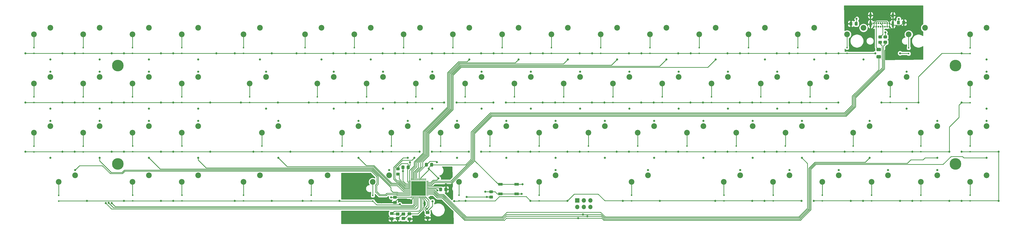
<source format=gbr>
G04 #@! TF.GenerationSoftware,KiCad,Pcbnew,(5.1.12)-1*
G04 #@! TF.CreationDate,2021-12-22T13:58:05-08:00*
G04 #@! TF.ProjectId,logboi,6c6f6762-6f69-42e6-9b69-6361645f7063,rev?*
G04 #@! TF.SameCoordinates,Original*
G04 #@! TF.FileFunction,Copper,L2,Bot*
G04 #@! TF.FilePolarity,Positive*
%FSLAX46Y46*%
G04 Gerber Fmt 4.6, Leading zero omitted, Abs format (unit mm)*
G04 Created by KiCad (PCBNEW (5.1.12)-1) date 2021-12-22 13:58:05*
%MOMM*%
%LPD*%
G01*
G04 APERTURE LIST*
G04 #@! TA.AperFunction,ComponentPad*
%ADD10C,2.200000*%
G04 #@! TD*
G04 #@! TA.AperFunction,ComponentPad*
%ADD11C,4.500000*%
G04 #@! TD*
G04 #@! TA.AperFunction,SMDPad,CuDef*
%ADD12R,0.500000X0.500000*%
G04 #@! TD*
G04 #@! TA.AperFunction,SMDPad,CuDef*
%ADD13R,1.800000X1.100000*%
G04 #@! TD*
G04 #@! TA.AperFunction,SMDPad,CuDef*
%ADD14R,1.400000X1.200000*%
G04 #@! TD*
G04 #@! TA.AperFunction,SMDPad,CuDef*
%ADD15R,5.600000X5.600000*%
G04 #@! TD*
G04 #@! TA.AperFunction,ComponentPad*
%ADD16C,0.650000*%
G04 #@! TD*
G04 #@! TA.AperFunction,ComponentPad*
%ADD17O,0.900000X2.400000*%
G04 #@! TD*
G04 #@! TA.AperFunction,ComponentPad*
%ADD18O,0.900000X1.700000*%
G04 #@! TD*
G04 #@! TA.AperFunction,ComponentPad*
%ADD19O,1.700000X1.700000*%
G04 #@! TD*
G04 #@! TA.AperFunction,ComponentPad*
%ADD20R,1.700000X1.700000*%
G04 #@! TD*
G04 #@! TA.AperFunction,ViaPad*
%ADD21C,0.800000*%
G04 #@! TD*
G04 #@! TA.AperFunction,Conductor*
%ADD22C,0.250000*%
G04 #@! TD*
G04 #@! TA.AperFunction,Conductor*
%ADD23C,0.254000*%
G04 #@! TD*
G04 #@! TA.AperFunction,Conductor*
%ADD24C,0.100000*%
G04 #@! TD*
G04 APERTURE END LIST*
D10*
X102436250Y-84455000D03*
X108786250Y-81915000D03*
X109580000Y-65405000D03*
X115930000Y-62865000D03*
X104817500Y-46355000D03*
X111167500Y-43815000D03*
X102436250Y-27305000D03*
X108786250Y-24765000D03*
X364373750Y-65405000D03*
X370723750Y-62865000D03*
X338180000Y-65405000D03*
X344530000Y-62865000D03*
X352467500Y-46355000D03*
X358817500Y-43815000D03*
X252455000Y-84455000D03*
X258805000Y-81915000D03*
X359611250Y-27305000D03*
X365961250Y-24765000D03*
D11*
X377708750Y-77470000D03*
X53858750Y-39370000D03*
X53858750Y-77470000D03*
X377708750Y-39370000D03*
D12*
X383423750Y-89612400D03*
X383423750Y-91812400D03*
X383398350Y-70528000D03*
X383398350Y-72728000D03*
X383423750Y-51605000D03*
X383423750Y-53805000D03*
X383423750Y-32555000D03*
X383423750Y-34755000D03*
X364348350Y-89578000D03*
X364348350Y-91778000D03*
X345298350Y-89578000D03*
X345298350Y-91778000D03*
X326248350Y-89578000D03*
X326248350Y-91778000D03*
X307249150Y-89578000D03*
X307249150Y-91778000D03*
X288199150Y-89578000D03*
X288199150Y-91778000D03*
X252480400Y-89578000D03*
X252480400Y-91778000D03*
X216761650Y-89578000D03*
X216761650Y-91778000D03*
X185805400Y-89603400D03*
X185805400Y-91803400D03*
X152442500Y-89705000D03*
X152442500Y-91905000D03*
X128655400Y-89603400D03*
X128655400Y-91803400D03*
X102461650Y-89603400D03*
X102461650Y-91803400D03*
X78649150Y-89603400D03*
X78649150Y-91803400D03*
X59599150Y-89603400D03*
X59599150Y-91803400D03*
X30998750Y-89705000D03*
X30998750Y-91905000D03*
X364348350Y-70528000D03*
X364348350Y-72728000D03*
X338154600Y-70528000D03*
X338154600Y-72728000D03*
X311960850Y-70528000D03*
X311960850Y-72728000D03*
X292961650Y-70528000D03*
X292961650Y-72728000D03*
X273911650Y-70528000D03*
X273911650Y-72728000D03*
X254861650Y-70528000D03*
X254861650Y-72728000D03*
X235811650Y-70528000D03*
X235811650Y-72728000D03*
X216761650Y-70528000D03*
X216761650Y-72728000D03*
X197686250Y-70545600D03*
X197686250Y-72745600D03*
X178661650Y-70553400D03*
X178661650Y-72753400D03*
X159611650Y-70553400D03*
X159611650Y-72753400D03*
X140561650Y-70553400D03*
X140561650Y-72753400D03*
X109605400Y-70553400D03*
X109605400Y-72753400D03*
X78649150Y-70553400D03*
X78649150Y-72753400D03*
X59599150Y-70553400D03*
X59599150Y-72753400D03*
X40523750Y-70578800D03*
X40523750Y-72778800D03*
X21473750Y-70578800D03*
X21473750Y-72778800D03*
X352467500Y-51503400D03*
X352467500Y-53703400D03*
X321511250Y-51503400D03*
X321511250Y-53703400D03*
X302461250Y-51503400D03*
X302461250Y-53703400D03*
X283411250Y-51503400D03*
X283411250Y-53703400D03*
X264361250Y-51503400D03*
X264361250Y-53703400D03*
X245311250Y-51503400D03*
X245311250Y-53703400D03*
X226261250Y-51503400D03*
X226261250Y-53703400D03*
X207211250Y-51503400D03*
X207211250Y-53703400D03*
X188161250Y-51503400D03*
X188161250Y-53703400D03*
X169111250Y-51503400D03*
X169111250Y-53703400D03*
X150061250Y-51503400D03*
X150061250Y-53703400D03*
X131011250Y-51503400D03*
X131011250Y-53703400D03*
X104817500Y-51503400D03*
X104817500Y-53703400D03*
X78598350Y-51503400D03*
X78598350Y-53703400D03*
X59548350Y-51503400D03*
X59548350Y-53703400D03*
X40498350Y-51503400D03*
X40498350Y-53703400D03*
X21448350Y-51503400D03*
X21448350Y-53703400D03*
X359611250Y-32555000D03*
X359611250Y-34755000D03*
X335798750Y-32453400D03*
X335798750Y-34653400D03*
X316748750Y-32453400D03*
X316748750Y-34653400D03*
X297698750Y-32453400D03*
X297698750Y-34653400D03*
X278648750Y-32453400D03*
X278648750Y-34653400D03*
X259598750Y-32453400D03*
X259598750Y-34653400D03*
X240548750Y-32453400D03*
X240548750Y-34653400D03*
X221498750Y-32453400D03*
X221498750Y-34653400D03*
X202448750Y-32453400D03*
X202448750Y-34653400D03*
X183398750Y-32453400D03*
X183398750Y-34653400D03*
X164348750Y-32453400D03*
X164348750Y-34653400D03*
X145298750Y-32453400D03*
X145298750Y-34653400D03*
X126248750Y-32453400D03*
X126248750Y-34653400D03*
X102436250Y-32453400D03*
X102436250Y-34653400D03*
X78623750Y-32453400D03*
X78623750Y-34653400D03*
X59573750Y-32453400D03*
X59573750Y-34653400D03*
X40523750Y-32453400D03*
X40523750Y-34653400D03*
X21473750Y-32453400D03*
X21473750Y-34653400D03*
G04 #@! TA.AperFunction,SMDPad,CuDef*
G36*
G01*
X348674850Y-33794400D02*
X347424850Y-33794400D01*
G75*
G02*
X347174850Y-33544400I0J250000D01*
G01*
X347174850Y-32794400D01*
G75*
G02*
X347424850Y-32544400I250000J0D01*
G01*
X348674850Y-32544400D01*
G75*
G02*
X348924850Y-32794400I0J-250000D01*
G01*
X348924850Y-33544400D01*
G75*
G02*
X348674850Y-33794400I-250000J0D01*
G01*
G37*
G04 #@! TD.AperFunction*
G04 #@! TA.AperFunction,SMDPad,CuDef*
G36*
G01*
X348674850Y-36594400D02*
X347424850Y-36594400D01*
G75*
G02*
X347174850Y-36344400I0J250000D01*
G01*
X347174850Y-35594400D01*
G75*
G02*
X347424850Y-35344400I250000J0D01*
G01*
X348674850Y-35344400D01*
G75*
G02*
X348924850Y-35594400I0J-250000D01*
G01*
X348924850Y-36344400D01*
G75*
G02*
X348674850Y-36594400I-250000J0D01*
G01*
G37*
G04 #@! TD.AperFunction*
D13*
X201808250Y-85363000D03*
X208008250Y-89063000D03*
X201808250Y-89063000D03*
X208008250Y-85363000D03*
D14*
X162069100Y-98552000D03*
X164269100Y-98552000D03*
X164269100Y-96852000D03*
X162069100Y-96852000D03*
D15*
X170122850Y-86918800D03*
G04 #@! TA.AperFunction,SMDPad,CuDef*
G36*
G01*
X172997850Y-83106300D02*
X172997850Y-83856300D01*
G75*
G02*
X172935350Y-83918800I-62500J0D01*
G01*
X172810350Y-83918800D01*
G75*
G02*
X172747850Y-83856300I0J62500D01*
G01*
X172747850Y-83106300D01*
G75*
G02*
X172810350Y-83043800I62500J0D01*
G01*
X172935350Y-83043800D01*
G75*
G02*
X172997850Y-83106300I0J-62500D01*
G01*
G37*
G04 #@! TD.AperFunction*
G04 #@! TA.AperFunction,SMDPad,CuDef*
G36*
G01*
X172497850Y-83106300D02*
X172497850Y-83856300D01*
G75*
G02*
X172435350Y-83918800I-62500J0D01*
G01*
X172310350Y-83918800D01*
G75*
G02*
X172247850Y-83856300I0J62500D01*
G01*
X172247850Y-83106300D01*
G75*
G02*
X172310350Y-83043800I62500J0D01*
G01*
X172435350Y-83043800D01*
G75*
G02*
X172497850Y-83106300I0J-62500D01*
G01*
G37*
G04 #@! TD.AperFunction*
G04 #@! TA.AperFunction,SMDPad,CuDef*
G36*
G01*
X171997850Y-83106300D02*
X171997850Y-83856300D01*
G75*
G02*
X171935350Y-83918800I-62500J0D01*
G01*
X171810350Y-83918800D01*
G75*
G02*
X171747850Y-83856300I0J62500D01*
G01*
X171747850Y-83106300D01*
G75*
G02*
X171810350Y-83043800I62500J0D01*
G01*
X171935350Y-83043800D01*
G75*
G02*
X171997850Y-83106300I0J-62500D01*
G01*
G37*
G04 #@! TD.AperFunction*
G04 #@! TA.AperFunction,SMDPad,CuDef*
G36*
G01*
X171497850Y-83106300D02*
X171497850Y-83856300D01*
G75*
G02*
X171435350Y-83918800I-62500J0D01*
G01*
X171310350Y-83918800D01*
G75*
G02*
X171247850Y-83856300I0J62500D01*
G01*
X171247850Y-83106300D01*
G75*
G02*
X171310350Y-83043800I62500J0D01*
G01*
X171435350Y-83043800D01*
G75*
G02*
X171497850Y-83106300I0J-62500D01*
G01*
G37*
G04 #@! TD.AperFunction*
G04 #@! TA.AperFunction,SMDPad,CuDef*
G36*
G01*
X170997850Y-83106300D02*
X170997850Y-83856300D01*
G75*
G02*
X170935350Y-83918800I-62500J0D01*
G01*
X170810350Y-83918800D01*
G75*
G02*
X170747850Y-83856300I0J62500D01*
G01*
X170747850Y-83106300D01*
G75*
G02*
X170810350Y-83043800I62500J0D01*
G01*
X170935350Y-83043800D01*
G75*
G02*
X170997850Y-83106300I0J-62500D01*
G01*
G37*
G04 #@! TD.AperFunction*
G04 #@! TA.AperFunction,SMDPad,CuDef*
G36*
G01*
X170497850Y-83106300D02*
X170497850Y-83856300D01*
G75*
G02*
X170435350Y-83918800I-62500J0D01*
G01*
X170310350Y-83918800D01*
G75*
G02*
X170247850Y-83856300I0J62500D01*
G01*
X170247850Y-83106300D01*
G75*
G02*
X170310350Y-83043800I62500J0D01*
G01*
X170435350Y-83043800D01*
G75*
G02*
X170497850Y-83106300I0J-62500D01*
G01*
G37*
G04 #@! TD.AperFunction*
G04 #@! TA.AperFunction,SMDPad,CuDef*
G36*
G01*
X169997850Y-83106300D02*
X169997850Y-83856300D01*
G75*
G02*
X169935350Y-83918800I-62500J0D01*
G01*
X169810350Y-83918800D01*
G75*
G02*
X169747850Y-83856300I0J62500D01*
G01*
X169747850Y-83106300D01*
G75*
G02*
X169810350Y-83043800I62500J0D01*
G01*
X169935350Y-83043800D01*
G75*
G02*
X169997850Y-83106300I0J-62500D01*
G01*
G37*
G04 #@! TD.AperFunction*
G04 #@! TA.AperFunction,SMDPad,CuDef*
G36*
G01*
X169497850Y-83106300D02*
X169497850Y-83856300D01*
G75*
G02*
X169435350Y-83918800I-62500J0D01*
G01*
X169310350Y-83918800D01*
G75*
G02*
X169247850Y-83856300I0J62500D01*
G01*
X169247850Y-83106300D01*
G75*
G02*
X169310350Y-83043800I62500J0D01*
G01*
X169435350Y-83043800D01*
G75*
G02*
X169497850Y-83106300I0J-62500D01*
G01*
G37*
G04 #@! TD.AperFunction*
G04 #@! TA.AperFunction,SMDPad,CuDef*
G36*
G01*
X168997850Y-83106300D02*
X168997850Y-83856300D01*
G75*
G02*
X168935350Y-83918800I-62500J0D01*
G01*
X168810350Y-83918800D01*
G75*
G02*
X168747850Y-83856300I0J62500D01*
G01*
X168747850Y-83106300D01*
G75*
G02*
X168810350Y-83043800I62500J0D01*
G01*
X168935350Y-83043800D01*
G75*
G02*
X168997850Y-83106300I0J-62500D01*
G01*
G37*
G04 #@! TD.AperFunction*
G04 #@! TA.AperFunction,SMDPad,CuDef*
G36*
G01*
X168497850Y-83106300D02*
X168497850Y-83856300D01*
G75*
G02*
X168435350Y-83918800I-62500J0D01*
G01*
X168310350Y-83918800D01*
G75*
G02*
X168247850Y-83856300I0J62500D01*
G01*
X168247850Y-83106300D01*
G75*
G02*
X168310350Y-83043800I62500J0D01*
G01*
X168435350Y-83043800D01*
G75*
G02*
X168497850Y-83106300I0J-62500D01*
G01*
G37*
G04 #@! TD.AperFunction*
G04 #@! TA.AperFunction,SMDPad,CuDef*
G36*
G01*
X167997850Y-83106300D02*
X167997850Y-83856300D01*
G75*
G02*
X167935350Y-83918800I-62500J0D01*
G01*
X167810350Y-83918800D01*
G75*
G02*
X167747850Y-83856300I0J62500D01*
G01*
X167747850Y-83106300D01*
G75*
G02*
X167810350Y-83043800I62500J0D01*
G01*
X167935350Y-83043800D01*
G75*
G02*
X167997850Y-83106300I0J-62500D01*
G01*
G37*
G04 #@! TD.AperFunction*
G04 #@! TA.AperFunction,SMDPad,CuDef*
G36*
G01*
X167497850Y-83106300D02*
X167497850Y-83856300D01*
G75*
G02*
X167435350Y-83918800I-62500J0D01*
G01*
X167310350Y-83918800D01*
G75*
G02*
X167247850Y-83856300I0J62500D01*
G01*
X167247850Y-83106300D01*
G75*
G02*
X167310350Y-83043800I62500J0D01*
G01*
X167435350Y-83043800D01*
G75*
G02*
X167497850Y-83106300I0J-62500D01*
G01*
G37*
G04 #@! TD.AperFunction*
G04 #@! TA.AperFunction,SMDPad,CuDef*
G36*
G01*
X167122850Y-84106300D02*
X167122850Y-84231300D01*
G75*
G02*
X167060350Y-84293800I-62500J0D01*
G01*
X166310350Y-84293800D01*
G75*
G02*
X166247850Y-84231300I0J62500D01*
G01*
X166247850Y-84106300D01*
G75*
G02*
X166310350Y-84043800I62500J0D01*
G01*
X167060350Y-84043800D01*
G75*
G02*
X167122850Y-84106300I0J-62500D01*
G01*
G37*
G04 #@! TD.AperFunction*
G04 #@! TA.AperFunction,SMDPad,CuDef*
G36*
G01*
X167122850Y-84606300D02*
X167122850Y-84731300D01*
G75*
G02*
X167060350Y-84793800I-62500J0D01*
G01*
X166310350Y-84793800D01*
G75*
G02*
X166247850Y-84731300I0J62500D01*
G01*
X166247850Y-84606300D01*
G75*
G02*
X166310350Y-84543800I62500J0D01*
G01*
X167060350Y-84543800D01*
G75*
G02*
X167122850Y-84606300I0J-62500D01*
G01*
G37*
G04 #@! TD.AperFunction*
G04 #@! TA.AperFunction,SMDPad,CuDef*
G36*
G01*
X167122850Y-85106300D02*
X167122850Y-85231300D01*
G75*
G02*
X167060350Y-85293800I-62500J0D01*
G01*
X166310350Y-85293800D01*
G75*
G02*
X166247850Y-85231300I0J62500D01*
G01*
X166247850Y-85106300D01*
G75*
G02*
X166310350Y-85043800I62500J0D01*
G01*
X167060350Y-85043800D01*
G75*
G02*
X167122850Y-85106300I0J-62500D01*
G01*
G37*
G04 #@! TD.AperFunction*
G04 #@! TA.AperFunction,SMDPad,CuDef*
G36*
G01*
X167122850Y-85606300D02*
X167122850Y-85731300D01*
G75*
G02*
X167060350Y-85793800I-62500J0D01*
G01*
X166310350Y-85793800D01*
G75*
G02*
X166247850Y-85731300I0J62500D01*
G01*
X166247850Y-85606300D01*
G75*
G02*
X166310350Y-85543800I62500J0D01*
G01*
X167060350Y-85543800D01*
G75*
G02*
X167122850Y-85606300I0J-62500D01*
G01*
G37*
G04 #@! TD.AperFunction*
G04 #@! TA.AperFunction,SMDPad,CuDef*
G36*
G01*
X167122850Y-86106300D02*
X167122850Y-86231300D01*
G75*
G02*
X167060350Y-86293800I-62500J0D01*
G01*
X166310350Y-86293800D01*
G75*
G02*
X166247850Y-86231300I0J62500D01*
G01*
X166247850Y-86106300D01*
G75*
G02*
X166310350Y-86043800I62500J0D01*
G01*
X167060350Y-86043800D01*
G75*
G02*
X167122850Y-86106300I0J-62500D01*
G01*
G37*
G04 #@! TD.AperFunction*
G04 #@! TA.AperFunction,SMDPad,CuDef*
G36*
G01*
X167122850Y-86606300D02*
X167122850Y-86731300D01*
G75*
G02*
X167060350Y-86793800I-62500J0D01*
G01*
X166310350Y-86793800D01*
G75*
G02*
X166247850Y-86731300I0J62500D01*
G01*
X166247850Y-86606300D01*
G75*
G02*
X166310350Y-86543800I62500J0D01*
G01*
X167060350Y-86543800D01*
G75*
G02*
X167122850Y-86606300I0J-62500D01*
G01*
G37*
G04 #@! TD.AperFunction*
G04 #@! TA.AperFunction,SMDPad,CuDef*
G36*
G01*
X167122850Y-87106300D02*
X167122850Y-87231300D01*
G75*
G02*
X167060350Y-87293800I-62500J0D01*
G01*
X166310350Y-87293800D01*
G75*
G02*
X166247850Y-87231300I0J62500D01*
G01*
X166247850Y-87106300D01*
G75*
G02*
X166310350Y-87043800I62500J0D01*
G01*
X167060350Y-87043800D01*
G75*
G02*
X167122850Y-87106300I0J-62500D01*
G01*
G37*
G04 #@! TD.AperFunction*
G04 #@! TA.AperFunction,SMDPad,CuDef*
G36*
G01*
X167122850Y-87606300D02*
X167122850Y-87731300D01*
G75*
G02*
X167060350Y-87793800I-62500J0D01*
G01*
X166310350Y-87793800D01*
G75*
G02*
X166247850Y-87731300I0J62500D01*
G01*
X166247850Y-87606300D01*
G75*
G02*
X166310350Y-87543800I62500J0D01*
G01*
X167060350Y-87543800D01*
G75*
G02*
X167122850Y-87606300I0J-62500D01*
G01*
G37*
G04 #@! TD.AperFunction*
G04 #@! TA.AperFunction,SMDPad,CuDef*
G36*
G01*
X167122850Y-88106300D02*
X167122850Y-88231300D01*
G75*
G02*
X167060350Y-88293800I-62500J0D01*
G01*
X166310350Y-88293800D01*
G75*
G02*
X166247850Y-88231300I0J62500D01*
G01*
X166247850Y-88106300D01*
G75*
G02*
X166310350Y-88043800I62500J0D01*
G01*
X167060350Y-88043800D01*
G75*
G02*
X167122850Y-88106300I0J-62500D01*
G01*
G37*
G04 #@! TD.AperFunction*
G04 #@! TA.AperFunction,SMDPad,CuDef*
G36*
G01*
X167122850Y-88606300D02*
X167122850Y-88731300D01*
G75*
G02*
X167060350Y-88793800I-62500J0D01*
G01*
X166310350Y-88793800D01*
G75*
G02*
X166247850Y-88731300I0J62500D01*
G01*
X166247850Y-88606300D01*
G75*
G02*
X166310350Y-88543800I62500J0D01*
G01*
X167060350Y-88543800D01*
G75*
G02*
X167122850Y-88606300I0J-62500D01*
G01*
G37*
G04 #@! TD.AperFunction*
G04 #@! TA.AperFunction,SMDPad,CuDef*
G36*
G01*
X167122850Y-89106300D02*
X167122850Y-89231300D01*
G75*
G02*
X167060350Y-89293800I-62500J0D01*
G01*
X166310350Y-89293800D01*
G75*
G02*
X166247850Y-89231300I0J62500D01*
G01*
X166247850Y-89106300D01*
G75*
G02*
X166310350Y-89043800I62500J0D01*
G01*
X167060350Y-89043800D01*
G75*
G02*
X167122850Y-89106300I0J-62500D01*
G01*
G37*
G04 #@! TD.AperFunction*
G04 #@! TA.AperFunction,SMDPad,CuDef*
G36*
G01*
X167122850Y-89606300D02*
X167122850Y-89731300D01*
G75*
G02*
X167060350Y-89793800I-62500J0D01*
G01*
X166310350Y-89793800D01*
G75*
G02*
X166247850Y-89731300I0J62500D01*
G01*
X166247850Y-89606300D01*
G75*
G02*
X166310350Y-89543800I62500J0D01*
G01*
X167060350Y-89543800D01*
G75*
G02*
X167122850Y-89606300I0J-62500D01*
G01*
G37*
G04 #@! TD.AperFunction*
G04 #@! TA.AperFunction,SMDPad,CuDef*
G36*
G01*
X167497850Y-89981300D02*
X167497850Y-90731300D01*
G75*
G02*
X167435350Y-90793800I-62500J0D01*
G01*
X167310350Y-90793800D01*
G75*
G02*
X167247850Y-90731300I0J62500D01*
G01*
X167247850Y-89981300D01*
G75*
G02*
X167310350Y-89918800I62500J0D01*
G01*
X167435350Y-89918800D01*
G75*
G02*
X167497850Y-89981300I0J-62500D01*
G01*
G37*
G04 #@! TD.AperFunction*
G04 #@! TA.AperFunction,SMDPad,CuDef*
G36*
G01*
X167997850Y-89981300D02*
X167997850Y-90731300D01*
G75*
G02*
X167935350Y-90793800I-62500J0D01*
G01*
X167810350Y-90793800D01*
G75*
G02*
X167747850Y-90731300I0J62500D01*
G01*
X167747850Y-89981300D01*
G75*
G02*
X167810350Y-89918800I62500J0D01*
G01*
X167935350Y-89918800D01*
G75*
G02*
X167997850Y-89981300I0J-62500D01*
G01*
G37*
G04 #@! TD.AperFunction*
G04 #@! TA.AperFunction,SMDPad,CuDef*
G36*
G01*
X168497850Y-89981300D02*
X168497850Y-90731300D01*
G75*
G02*
X168435350Y-90793800I-62500J0D01*
G01*
X168310350Y-90793800D01*
G75*
G02*
X168247850Y-90731300I0J62500D01*
G01*
X168247850Y-89981300D01*
G75*
G02*
X168310350Y-89918800I62500J0D01*
G01*
X168435350Y-89918800D01*
G75*
G02*
X168497850Y-89981300I0J-62500D01*
G01*
G37*
G04 #@! TD.AperFunction*
G04 #@! TA.AperFunction,SMDPad,CuDef*
G36*
G01*
X168997850Y-89981300D02*
X168997850Y-90731300D01*
G75*
G02*
X168935350Y-90793800I-62500J0D01*
G01*
X168810350Y-90793800D01*
G75*
G02*
X168747850Y-90731300I0J62500D01*
G01*
X168747850Y-89981300D01*
G75*
G02*
X168810350Y-89918800I62500J0D01*
G01*
X168935350Y-89918800D01*
G75*
G02*
X168997850Y-89981300I0J-62500D01*
G01*
G37*
G04 #@! TD.AperFunction*
G04 #@! TA.AperFunction,SMDPad,CuDef*
G36*
G01*
X169497850Y-89981300D02*
X169497850Y-90731300D01*
G75*
G02*
X169435350Y-90793800I-62500J0D01*
G01*
X169310350Y-90793800D01*
G75*
G02*
X169247850Y-90731300I0J62500D01*
G01*
X169247850Y-89981300D01*
G75*
G02*
X169310350Y-89918800I62500J0D01*
G01*
X169435350Y-89918800D01*
G75*
G02*
X169497850Y-89981300I0J-62500D01*
G01*
G37*
G04 #@! TD.AperFunction*
G04 #@! TA.AperFunction,SMDPad,CuDef*
G36*
G01*
X169997850Y-89981300D02*
X169997850Y-90731300D01*
G75*
G02*
X169935350Y-90793800I-62500J0D01*
G01*
X169810350Y-90793800D01*
G75*
G02*
X169747850Y-90731300I0J62500D01*
G01*
X169747850Y-89981300D01*
G75*
G02*
X169810350Y-89918800I62500J0D01*
G01*
X169935350Y-89918800D01*
G75*
G02*
X169997850Y-89981300I0J-62500D01*
G01*
G37*
G04 #@! TD.AperFunction*
G04 #@! TA.AperFunction,SMDPad,CuDef*
G36*
G01*
X170497850Y-89981300D02*
X170497850Y-90731300D01*
G75*
G02*
X170435350Y-90793800I-62500J0D01*
G01*
X170310350Y-90793800D01*
G75*
G02*
X170247850Y-90731300I0J62500D01*
G01*
X170247850Y-89981300D01*
G75*
G02*
X170310350Y-89918800I62500J0D01*
G01*
X170435350Y-89918800D01*
G75*
G02*
X170497850Y-89981300I0J-62500D01*
G01*
G37*
G04 #@! TD.AperFunction*
G04 #@! TA.AperFunction,SMDPad,CuDef*
G36*
G01*
X170997850Y-89981300D02*
X170997850Y-90731300D01*
G75*
G02*
X170935350Y-90793800I-62500J0D01*
G01*
X170810350Y-90793800D01*
G75*
G02*
X170747850Y-90731300I0J62500D01*
G01*
X170747850Y-89981300D01*
G75*
G02*
X170810350Y-89918800I62500J0D01*
G01*
X170935350Y-89918800D01*
G75*
G02*
X170997850Y-89981300I0J-62500D01*
G01*
G37*
G04 #@! TD.AperFunction*
G04 #@! TA.AperFunction,SMDPad,CuDef*
G36*
G01*
X171497850Y-89981300D02*
X171497850Y-90731300D01*
G75*
G02*
X171435350Y-90793800I-62500J0D01*
G01*
X171310350Y-90793800D01*
G75*
G02*
X171247850Y-90731300I0J62500D01*
G01*
X171247850Y-89981300D01*
G75*
G02*
X171310350Y-89918800I62500J0D01*
G01*
X171435350Y-89918800D01*
G75*
G02*
X171497850Y-89981300I0J-62500D01*
G01*
G37*
G04 #@! TD.AperFunction*
G04 #@! TA.AperFunction,SMDPad,CuDef*
G36*
G01*
X171997850Y-89981300D02*
X171997850Y-90731300D01*
G75*
G02*
X171935350Y-90793800I-62500J0D01*
G01*
X171810350Y-90793800D01*
G75*
G02*
X171747850Y-90731300I0J62500D01*
G01*
X171747850Y-89981300D01*
G75*
G02*
X171810350Y-89918800I62500J0D01*
G01*
X171935350Y-89918800D01*
G75*
G02*
X171997850Y-89981300I0J-62500D01*
G01*
G37*
G04 #@! TD.AperFunction*
G04 #@! TA.AperFunction,SMDPad,CuDef*
G36*
G01*
X172497850Y-89981300D02*
X172497850Y-90731300D01*
G75*
G02*
X172435350Y-90793800I-62500J0D01*
G01*
X172310350Y-90793800D01*
G75*
G02*
X172247850Y-90731300I0J62500D01*
G01*
X172247850Y-89981300D01*
G75*
G02*
X172310350Y-89918800I62500J0D01*
G01*
X172435350Y-89918800D01*
G75*
G02*
X172497850Y-89981300I0J-62500D01*
G01*
G37*
G04 #@! TD.AperFunction*
G04 #@! TA.AperFunction,SMDPad,CuDef*
G36*
G01*
X172997850Y-89981300D02*
X172997850Y-90731300D01*
G75*
G02*
X172935350Y-90793800I-62500J0D01*
G01*
X172810350Y-90793800D01*
G75*
G02*
X172747850Y-90731300I0J62500D01*
G01*
X172747850Y-89981300D01*
G75*
G02*
X172810350Y-89918800I62500J0D01*
G01*
X172935350Y-89918800D01*
G75*
G02*
X172997850Y-89981300I0J-62500D01*
G01*
G37*
G04 #@! TD.AperFunction*
G04 #@! TA.AperFunction,SMDPad,CuDef*
G36*
G01*
X173997850Y-89606300D02*
X173997850Y-89731300D01*
G75*
G02*
X173935350Y-89793800I-62500J0D01*
G01*
X173185350Y-89793800D01*
G75*
G02*
X173122850Y-89731300I0J62500D01*
G01*
X173122850Y-89606300D01*
G75*
G02*
X173185350Y-89543800I62500J0D01*
G01*
X173935350Y-89543800D01*
G75*
G02*
X173997850Y-89606300I0J-62500D01*
G01*
G37*
G04 #@! TD.AperFunction*
G04 #@! TA.AperFunction,SMDPad,CuDef*
G36*
G01*
X173997850Y-89106300D02*
X173997850Y-89231300D01*
G75*
G02*
X173935350Y-89293800I-62500J0D01*
G01*
X173185350Y-89293800D01*
G75*
G02*
X173122850Y-89231300I0J62500D01*
G01*
X173122850Y-89106300D01*
G75*
G02*
X173185350Y-89043800I62500J0D01*
G01*
X173935350Y-89043800D01*
G75*
G02*
X173997850Y-89106300I0J-62500D01*
G01*
G37*
G04 #@! TD.AperFunction*
G04 #@! TA.AperFunction,SMDPad,CuDef*
G36*
G01*
X173997850Y-88606300D02*
X173997850Y-88731300D01*
G75*
G02*
X173935350Y-88793800I-62500J0D01*
G01*
X173185350Y-88793800D01*
G75*
G02*
X173122850Y-88731300I0J62500D01*
G01*
X173122850Y-88606300D01*
G75*
G02*
X173185350Y-88543800I62500J0D01*
G01*
X173935350Y-88543800D01*
G75*
G02*
X173997850Y-88606300I0J-62500D01*
G01*
G37*
G04 #@! TD.AperFunction*
G04 #@! TA.AperFunction,SMDPad,CuDef*
G36*
G01*
X173997850Y-88106300D02*
X173997850Y-88231300D01*
G75*
G02*
X173935350Y-88293800I-62500J0D01*
G01*
X173185350Y-88293800D01*
G75*
G02*
X173122850Y-88231300I0J62500D01*
G01*
X173122850Y-88106300D01*
G75*
G02*
X173185350Y-88043800I62500J0D01*
G01*
X173935350Y-88043800D01*
G75*
G02*
X173997850Y-88106300I0J-62500D01*
G01*
G37*
G04 #@! TD.AperFunction*
G04 #@! TA.AperFunction,SMDPad,CuDef*
G36*
G01*
X173997850Y-87606300D02*
X173997850Y-87731300D01*
G75*
G02*
X173935350Y-87793800I-62500J0D01*
G01*
X173185350Y-87793800D01*
G75*
G02*
X173122850Y-87731300I0J62500D01*
G01*
X173122850Y-87606300D01*
G75*
G02*
X173185350Y-87543800I62500J0D01*
G01*
X173935350Y-87543800D01*
G75*
G02*
X173997850Y-87606300I0J-62500D01*
G01*
G37*
G04 #@! TD.AperFunction*
G04 #@! TA.AperFunction,SMDPad,CuDef*
G36*
G01*
X173997850Y-87106300D02*
X173997850Y-87231300D01*
G75*
G02*
X173935350Y-87293800I-62500J0D01*
G01*
X173185350Y-87293800D01*
G75*
G02*
X173122850Y-87231300I0J62500D01*
G01*
X173122850Y-87106300D01*
G75*
G02*
X173185350Y-87043800I62500J0D01*
G01*
X173935350Y-87043800D01*
G75*
G02*
X173997850Y-87106300I0J-62500D01*
G01*
G37*
G04 #@! TD.AperFunction*
G04 #@! TA.AperFunction,SMDPad,CuDef*
G36*
G01*
X173997850Y-86606300D02*
X173997850Y-86731300D01*
G75*
G02*
X173935350Y-86793800I-62500J0D01*
G01*
X173185350Y-86793800D01*
G75*
G02*
X173122850Y-86731300I0J62500D01*
G01*
X173122850Y-86606300D01*
G75*
G02*
X173185350Y-86543800I62500J0D01*
G01*
X173935350Y-86543800D01*
G75*
G02*
X173997850Y-86606300I0J-62500D01*
G01*
G37*
G04 #@! TD.AperFunction*
G04 #@! TA.AperFunction,SMDPad,CuDef*
G36*
G01*
X173997850Y-86106300D02*
X173997850Y-86231300D01*
G75*
G02*
X173935350Y-86293800I-62500J0D01*
G01*
X173185350Y-86293800D01*
G75*
G02*
X173122850Y-86231300I0J62500D01*
G01*
X173122850Y-86106300D01*
G75*
G02*
X173185350Y-86043800I62500J0D01*
G01*
X173935350Y-86043800D01*
G75*
G02*
X173997850Y-86106300I0J-62500D01*
G01*
G37*
G04 #@! TD.AperFunction*
G04 #@! TA.AperFunction,SMDPad,CuDef*
G36*
G01*
X173997850Y-85606300D02*
X173997850Y-85731300D01*
G75*
G02*
X173935350Y-85793800I-62500J0D01*
G01*
X173185350Y-85793800D01*
G75*
G02*
X173122850Y-85731300I0J62500D01*
G01*
X173122850Y-85606300D01*
G75*
G02*
X173185350Y-85543800I62500J0D01*
G01*
X173935350Y-85543800D01*
G75*
G02*
X173997850Y-85606300I0J-62500D01*
G01*
G37*
G04 #@! TD.AperFunction*
G04 #@! TA.AperFunction,SMDPad,CuDef*
G36*
G01*
X173997850Y-85106300D02*
X173997850Y-85231300D01*
G75*
G02*
X173935350Y-85293800I-62500J0D01*
G01*
X173185350Y-85293800D01*
G75*
G02*
X173122850Y-85231300I0J62500D01*
G01*
X173122850Y-85106300D01*
G75*
G02*
X173185350Y-85043800I62500J0D01*
G01*
X173935350Y-85043800D01*
G75*
G02*
X173997850Y-85106300I0J-62500D01*
G01*
G37*
G04 #@! TD.AperFunction*
G04 #@! TA.AperFunction,SMDPad,CuDef*
G36*
G01*
X173997850Y-84606300D02*
X173997850Y-84731300D01*
G75*
G02*
X173935350Y-84793800I-62500J0D01*
G01*
X173185350Y-84793800D01*
G75*
G02*
X173122850Y-84731300I0J62500D01*
G01*
X173122850Y-84606300D01*
G75*
G02*
X173185350Y-84543800I62500J0D01*
G01*
X173935350Y-84543800D01*
G75*
G02*
X173997850Y-84606300I0J-62500D01*
G01*
G37*
G04 #@! TD.AperFunction*
G04 #@! TA.AperFunction,SMDPad,CuDef*
G36*
G01*
X173997850Y-84106300D02*
X173997850Y-84231300D01*
G75*
G02*
X173935350Y-84293800I-62500J0D01*
G01*
X173185350Y-84293800D01*
G75*
G02*
X173122850Y-84231300I0J62500D01*
G01*
X173122850Y-84106300D01*
G75*
G02*
X173185350Y-84043800I62500J0D01*
G01*
X173935350Y-84043800D01*
G75*
G02*
X173997850Y-84106300I0J-62500D01*
G01*
G37*
G04 #@! TD.AperFunction*
G04 #@! TA.AperFunction,SMDPad,CuDef*
G36*
G01*
X159333099Y-98129400D02*
X160233101Y-98129400D01*
G75*
G02*
X160483100Y-98379399I0J-249999D01*
G01*
X160483100Y-99029401D01*
G75*
G02*
X160233101Y-99279400I-249999J0D01*
G01*
X159333099Y-99279400D01*
G75*
G02*
X159083100Y-99029401I0J249999D01*
G01*
X159083100Y-98379399D01*
G75*
G02*
X159333099Y-98129400I249999J0D01*
G01*
G37*
G04 #@! TD.AperFunction*
G04 #@! TA.AperFunction,SMDPad,CuDef*
G36*
G01*
X159333099Y-96079400D02*
X160233101Y-96079400D01*
G75*
G02*
X160483100Y-96329399I0J-249999D01*
G01*
X160483100Y-96979401D01*
G75*
G02*
X160233101Y-97229400I-249999J0D01*
G01*
X159333099Y-97229400D01*
G75*
G02*
X159083100Y-96979401I0J249999D01*
G01*
X159083100Y-96329399D01*
G75*
G02*
X159333099Y-96079400I249999J0D01*
G01*
G37*
G04 #@! TD.AperFunction*
D10*
X283411250Y-46355000D03*
X289761250Y-43815000D03*
G04 #@! TA.AperFunction,SMDPad,CuDef*
G36*
G01*
X358293950Y-22257599D02*
X358293950Y-23157601D01*
G75*
G02*
X358043951Y-23407600I-249999J0D01*
G01*
X357393949Y-23407600D01*
G75*
G02*
X357143950Y-23157601I0J249999D01*
G01*
X357143950Y-22257599D01*
G75*
G02*
X357393949Y-22007600I249999J0D01*
G01*
X358043951Y-22007600D01*
G75*
G02*
X358293950Y-22257599I0J-249999D01*
G01*
G37*
G04 #@! TD.AperFunction*
G04 #@! TA.AperFunction,SMDPad,CuDef*
G36*
G01*
X356243950Y-22257599D02*
X356243950Y-23157601D01*
G75*
G02*
X355993951Y-23407600I-249999J0D01*
G01*
X355343949Y-23407600D01*
G75*
G02*
X355093950Y-23157601I0J249999D01*
G01*
X355093950Y-22257599D01*
G75*
G02*
X355343949Y-22007600I249999J0D01*
G01*
X355993951Y-22007600D01*
G75*
G02*
X356243950Y-22257599I0J-249999D01*
G01*
G37*
G04 #@! TD.AperFunction*
G04 #@! TA.AperFunction,SMDPad,CuDef*
G36*
G01*
X336713350Y-23614801D02*
X336713350Y-22714799D01*
G75*
G02*
X336963349Y-22464800I249999J0D01*
G01*
X337613351Y-22464800D01*
G75*
G02*
X337863350Y-22714799I0J-249999D01*
G01*
X337863350Y-23614801D01*
G75*
G02*
X337613351Y-23864800I-249999J0D01*
G01*
X336963349Y-23864800D01*
G75*
G02*
X336713350Y-23614801I0J249999D01*
G01*
G37*
G04 #@! TD.AperFunction*
G04 #@! TA.AperFunction,SMDPad,CuDef*
G36*
G01*
X338763350Y-23614801D02*
X338763350Y-22714799D01*
G75*
G02*
X339013349Y-22464800I249999J0D01*
G01*
X339663351Y-22464800D01*
G75*
G02*
X339913350Y-22714799I0J-249999D01*
G01*
X339913350Y-23614801D01*
G75*
G02*
X339663351Y-23864800I-249999J0D01*
G01*
X339013349Y-23864800D01*
G75*
G02*
X338763350Y-23614801I0J249999D01*
G01*
G37*
G04 #@! TD.AperFunction*
D16*
X347909550Y-24286400D03*
X346209550Y-24286400D03*
X347059550Y-24286400D03*
X348759550Y-24286400D03*
X349609550Y-24286400D03*
X350459550Y-24286400D03*
X351309550Y-24286400D03*
X352159550Y-24286400D03*
X346209550Y-22961400D03*
X347064550Y-22961400D03*
X347914550Y-22961400D03*
X348764550Y-22961400D03*
X349614550Y-22961400D03*
X350464550Y-22961400D03*
X351314550Y-22961400D03*
X352164550Y-22961400D03*
D17*
X344859550Y-23306400D03*
X353509550Y-23306400D03*
D18*
X344859550Y-19926400D03*
X353509550Y-19926400D03*
D10*
X128630000Y-84455000D03*
X134980000Y-81915000D03*
X221498750Y-27305000D03*
X227848750Y-24765000D03*
X216736250Y-84455000D03*
X223086250Y-81915000D03*
X185780000Y-84455000D03*
X192130000Y-81915000D03*
X383423750Y-84455000D03*
X389773750Y-81915000D03*
X383423750Y-65405000D03*
X389773750Y-62865000D03*
X383423750Y-46355000D03*
X389773750Y-43815000D03*
X383423750Y-27305000D03*
X389773750Y-24765000D03*
X21473750Y-27305000D03*
X27823750Y-24765000D03*
X40523750Y-27305000D03*
X46873750Y-24765000D03*
X59573750Y-27305000D03*
X65923750Y-24765000D03*
X78623750Y-27305000D03*
X84973750Y-24765000D03*
X126248750Y-27305000D03*
X132598750Y-24765000D03*
X145298750Y-27305000D03*
X151648750Y-24765000D03*
X164348750Y-27305000D03*
X170698750Y-24765000D03*
X183398750Y-27305000D03*
X189748750Y-24765000D03*
X202448750Y-27305000D03*
X208798750Y-24765000D03*
X240548750Y-27305000D03*
X246898750Y-24765000D03*
X259598750Y-27305000D03*
X265948750Y-24765000D03*
X278648750Y-27305000D03*
X284998750Y-24765000D03*
X297698750Y-27305000D03*
X304048750Y-24765000D03*
X316748750Y-27305000D03*
X323098750Y-24765000D03*
X335798750Y-27305000D03*
X342148750Y-24765000D03*
X21473750Y-46355000D03*
X27823750Y-43815000D03*
X40523750Y-46355000D03*
X46873750Y-43815000D03*
X59573750Y-46355000D03*
X65923750Y-43815000D03*
X78623750Y-46355000D03*
X84973750Y-43815000D03*
X131011250Y-46355000D03*
X137361250Y-43815000D03*
X150061250Y-46355000D03*
X156411250Y-43815000D03*
X169111250Y-46355000D03*
X175461250Y-43815000D03*
X188161250Y-46355000D03*
X194511250Y-43815000D03*
X207211250Y-46355000D03*
X213561250Y-43815000D03*
X226261250Y-46355000D03*
X232611250Y-43815000D03*
X245311250Y-46355000D03*
X251661250Y-43815000D03*
X264361250Y-46355000D03*
X270711250Y-43815000D03*
X302461250Y-46355000D03*
X308811250Y-43815000D03*
X321511250Y-46355000D03*
X327861250Y-43815000D03*
X21473750Y-65405000D03*
X27823750Y-62865000D03*
X40523750Y-65405000D03*
X46873750Y-62865000D03*
X59573750Y-65405000D03*
X65923750Y-62865000D03*
X78623750Y-65405000D03*
X84973750Y-62865000D03*
X140536250Y-65405000D03*
X146886250Y-62865000D03*
X159586250Y-65405000D03*
X165936250Y-62865000D03*
X178636250Y-65405000D03*
X184986250Y-62865000D03*
X197686250Y-65405000D03*
X204036250Y-62865000D03*
X216736250Y-65405000D03*
X223086250Y-62865000D03*
X235786250Y-65405000D03*
X242136250Y-62865000D03*
X254836250Y-65405000D03*
X261186250Y-62865000D03*
X273886250Y-65405000D03*
X280236250Y-62865000D03*
X292936250Y-65405000D03*
X299286250Y-62865000D03*
X311986250Y-65405000D03*
X318336250Y-62865000D03*
X30998750Y-84455000D03*
X37348750Y-81915000D03*
X59573750Y-84455000D03*
X65923750Y-81915000D03*
X78623750Y-84455000D03*
X84973750Y-81915000D03*
X152442500Y-84455000D03*
X158792500Y-81915000D03*
X288173750Y-84455000D03*
X294523750Y-81915000D03*
X307223750Y-84455000D03*
X313573750Y-81915000D03*
X326273750Y-84455000D03*
X332623750Y-81915000D03*
X345323750Y-84455000D03*
X351673750Y-81915000D03*
X364373750Y-84455000D03*
X370723750Y-81915000D03*
D19*
X236541900Y-94132400D03*
X236541900Y-91592400D03*
X234001900Y-94132400D03*
X234001900Y-91592400D03*
X231461900Y-94132400D03*
D20*
X231461900Y-91592400D03*
G04 #@! TA.AperFunction,SMDPad,CuDef*
G36*
G01*
X161722649Y-78800000D02*
X162622651Y-78800000D01*
G75*
G02*
X162872650Y-79049999I0J-249999D01*
G01*
X162872650Y-79700001D01*
G75*
G02*
X162622651Y-79950000I-249999J0D01*
G01*
X161722649Y-79950000D01*
G75*
G02*
X161472650Y-79700001I0J249999D01*
G01*
X161472650Y-79049999D01*
G75*
G02*
X161722649Y-78800000I249999J0D01*
G01*
G37*
G04 #@! TD.AperFunction*
G04 #@! TA.AperFunction,SMDPad,CuDef*
G36*
G01*
X161722649Y-80850000D02*
X162622651Y-80850000D01*
G75*
G02*
X162872650Y-81099999I0J-249999D01*
G01*
X162872650Y-81750001D01*
G75*
G02*
X162622651Y-82000000I-249999J0D01*
G01*
X161722649Y-82000000D01*
G75*
G02*
X161472650Y-81750001I0J249999D01*
G01*
X161472650Y-81099999D01*
G75*
G02*
X161722649Y-80850000I249999J0D01*
G01*
G37*
G04 #@! TD.AperFunction*
G04 #@! TA.AperFunction,SMDPad,CuDef*
G36*
G01*
X351039851Y-30902600D02*
X350139849Y-30902600D01*
G75*
G02*
X349889850Y-30652601I0J249999D01*
G01*
X349889850Y-30002599D01*
G75*
G02*
X350139849Y-29752600I249999J0D01*
G01*
X351039851Y-29752600D01*
G75*
G02*
X351289850Y-30002599I0J-249999D01*
G01*
X351289850Y-30652601D01*
G75*
G02*
X351039851Y-30902600I-249999J0D01*
G01*
G37*
G04 #@! TD.AperFunction*
G04 #@! TA.AperFunction,SMDPad,CuDef*
G36*
G01*
X351039851Y-28852600D02*
X350139849Y-28852600D01*
G75*
G02*
X349889850Y-28602601I0J249999D01*
G01*
X349889850Y-27952599D01*
G75*
G02*
X350139849Y-27702600I249999J0D01*
G01*
X351039851Y-27702600D01*
G75*
G02*
X351289850Y-27952599I0J-249999D01*
G01*
X351289850Y-28602601D01*
G75*
G02*
X351039851Y-28852600I-249999J0D01*
G01*
G37*
G04 #@! TD.AperFunction*
G04 #@! TA.AperFunction,SMDPad,CuDef*
G36*
G01*
X349058651Y-30928000D02*
X348158649Y-30928000D01*
G75*
G02*
X347908650Y-30678001I0J249999D01*
G01*
X347908650Y-30027999D01*
G75*
G02*
X348158649Y-29778000I249999J0D01*
G01*
X349058651Y-29778000D01*
G75*
G02*
X349308650Y-30027999I0J-249999D01*
G01*
X349308650Y-30678001D01*
G75*
G02*
X349058651Y-30928000I-249999J0D01*
G01*
G37*
G04 #@! TD.AperFunction*
G04 #@! TA.AperFunction,SMDPad,CuDef*
G36*
G01*
X349058651Y-28878000D02*
X348158649Y-28878000D01*
G75*
G02*
X347908650Y-28628001I0J249999D01*
G01*
X347908650Y-27977999D01*
G75*
G02*
X348158649Y-27728000I249999J0D01*
G01*
X349058651Y-27728000D01*
G75*
G02*
X349308650Y-27977999I0J-249999D01*
G01*
X349308650Y-28628001D01*
G75*
G02*
X349058651Y-28878000I-249999J0D01*
G01*
G37*
G04 #@! TD.AperFunction*
G04 #@! TA.AperFunction,SMDPad,CuDef*
G36*
G01*
X197744249Y-87681000D02*
X198644251Y-87681000D01*
G75*
G02*
X198894250Y-87930999I0J-249999D01*
G01*
X198894250Y-88581001D01*
G75*
G02*
X198644251Y-88831000I-249999J0D01*
G01*
X197744249Y-88831000D01*
G75*
G02*
X197494250Y-88581001I0J249999D01*
G01*
X197494250Y-87930999D01*
G75*
G02*
X197744249Y-87681000I249999J0D01*
G01*
G37*
G04 #@! TD.AperFunction*
G04 #@! TA.AperFunction,SMDPad,CuDef*
G36*
G01*
X197744249Y-89731000D02*
X198644251Y-89731000D01*
G75*
G02*
X198894250Y-89980999I0J-249999D01*
G01*
X198894250Y-90631001D01*
G75*
G02*
X198644251Y-90881000I-249999J0D01*
G01*
X197744249Y-90881000D01*
G75*
G02*
X197494250Y-90631001I0J249999D01*
G01*
X197494250Y-89980999D01*
G75*
G02*
X197744249Y-89731000I249999J0D01*
G01*
G37*
G04 #@! TD.AperFunction*
G04 #@! TA.AperFunction,SMDPad,CuDef*
G36*
G01*
X180132250Y-87800601D02*
X180132250Y-86900599D01*
G75*
G02*
X180382249Y-86650600I249999J0D01*
G01*
X181032251Y-86650600D01*
G75*
G02*
X181282250Y-86900599I0J-249999D01*
G01*
X181282250Y-87800601D01*
G75*
G02*
X181032251Y-88050600I-249999J0D01*
G01*
X180382249Y-88050600D01*
G75*
G02*
X180132250Y-87800601I0J249999D01*
G01*
G37*
G04 #@! TD.AperFunction*
G04 #@! TA.AperFunction,SMDPad,CuDef*
G36*
G01*
X178082250Y-87800601D02*
X178082250Y-86900599D01*
G75*
G02*
X178332249Y-86650600I249999J0D01*
G01*
X178982251Y-86650600D01*
G75*
G02*
X179232250Y-86900599I0J-249999D01*
G01*
X179232250Y-87800601D01*
G75*
G02*
X178982251Y-88050600I-249999J0D01*
G01*
X178332249Y-88050600D01*
G75*
G02*
X178082250Y-87800601I0J249999D01*
G01*
G37*
G04 #@! TD.AperFunction*
G04 #@! TA.AperFunction,SMDPad,CuDef*
G36*
G01*
X166140299Y-98231000D02*
X167040301Y-98231000D01*
G75*
G02*
X167290300Y-98480999I0J-249999D01*
G01*
X167290300Y-99131001D01*
G75*
G02*
X167040301Y-99381000I-249999J0D01*
G01*
X166140299Y-99381000D01*
G75*
G02*
X165890300Y-99131001I0J249999D01*
G01*
X165890300Y-98480999D01*
G75*
G02*
X166140299Y-98231000I249999J0D01*
G01*
G37*
G04 #@! TD.AperFunction*
G04 #@! TA.AperFunction,SMDPad,CuDef*
G36*
G01*
X166140299Y-96181000D02*
X167040301Y-96181000D01*
G75*
G02*
X167290300Y-96430999I0J-249999D01*
G01*
X167290300Y-97081001D01*
G75*
G02*
X167040301Y-97331000I-249999J0D01*
G01*
X166140299Y-97331000D01*
G75*
G02*
X165890300Y-97081001I0J249999D01*
G01*
X165890300Y-96430999D01*
G75*
G02*
X166140299Y-96181000I249999J0D01*
G01*
G37*
G04 #@! TD.AperFunction*
G04 #@! TA.AperFunction,SMDPad,CuDef*
G36*
G01*
X173727850Y-77324799D02*
X173727850Y-78224801D01*
G75*
G02*
X173477851Y-78474800I-249999J0D01*
G01*
X172827849Y-78474800D01*
G75*
G02*
X172577850Y-78224801I0J249999D01*
G01*
X172577850Y-77324799D01*
G75*
G02*
X172827849Y-77074800I249999J0D01*
G01*
X173477851Y-77074800D01*
G75*
G02*
X173727850Y-77324799I0J-249999D01*
G01*
G37*
G04 #@! TD.AperFunction*
G04 #@! TA.AperFunction,SMDPad,CuDef*
G36*
G01*
X175777850Y-77324799D02*
X175777850Y-78224801D01*
G75*
G02*
X175527851Y-78474800I-249999J0D01*
G01*
X174877849Y-78474800D01*
G75*
G02*
X174627850Y-78224801I0J249999D01*
G01*
X174627850Y-77324799D01*
G75*
G02*
X174877849Y-77074800I249999J0D01*
G01*
X175527851Y-77074800D01*
G75*
G02*
X175777850Y-77324799I0J-249999D01*
G01*
G37*
G04 #@! TD.AperFunction*
G04 #@! TA.AperFunction,SMDPad,CuDef*
G36*
G01*
X160554249Y-91855600D02*
X161454251Y-91855600D01*
G75*
G02*
X161704250Y-92105599I0J-249999D01*
G01*
X161704250Y-92755601D01*
G75*
G02*
X161454251Y-93005600I-249999J0D01*
G01*
X160554249Y-93005600D01*
G75*
G02*
X160304250Y-92755601I0J249999D01*
G01*
X160304250Y-92105599D01*
G75*
G02*
X160554249Y-91855600I249999J0D01*
G01*
G37*
G04 #@! TD.AperFunction*
G04 #@! TA.AperFunction,SMDPad,CuDef*
G36*
G01*
X160554249Y-89805600D02*
X161454251Y-89805600D01*
G75*
G02*
X161704250Y-90055599I0J-249999D01*
G01*
X161704250Y-90705601D01*
G75*
G02*
X161454251Y-90955600I-249999J0D01*
G01*
X160554249Y-90955600D01*
G75*
G02*
X160304250Y-90705601I0J249999D01*
G01*
X160304250Y-90055599D01*
G75*
G02*
X160554249Y-89805600I249999J0D01*
G01*
G37*
G04 #@! TD.AperFunction*
G04 #@! TA.AperFunction,SMDPad,CuDef*
G36*
G01*
X165585450Y-79215401D02*
X165585450Y-78315399D01*
G75*
G02*
X165835449Y-78065400I249999J0D01*
G01*
X166485451Y-78065400D01*
G75*
G02*
X166735450Y-78315399I0J-249999D01*
G01*
X166735450Y-79215401D01*
G75*
G02*
X166485451Y-79465400I-249999J0D01*
G01*
X165835449Y-79465400D01*
G75*
G02*
X165585450Y-79215401I0J249999D01*
G01*
G37*
G04 #@! TD.AperFunction*
G04 #@! TA.AperFunction,SMDPad,CuDef*
G36*
G01*
X163535450Y-79215401D02*
X163535450Y-78315399D01*
G75*
G02*
X163785449Y-78065400I249999J0D01*
G01*
X164435451Y-78065400D01*
G75*
G02*
X164685450Y-78315399I0J-249999D01*
G01*
X164685450Y-79215401D01*
G75*
G02*
X164435451Y-79465400I-249999J0D01*
G01*
X163785449Y-79465400D01*
G75*
G02*
X163535450Y-79215401I0J249999D01*
G01*
G37*
G04 #@! TD.AperFunction*
G04 #@! TA.AperFunction,SMDPad,CuDef*
G36*
G01*
X173178049Y-97782800D02*
X174078051Y-97782800D01*
G75*
G02*
X174328050Y-98032799I0J-249999D01*
G01*
X174328050Y-98682801D01*
G75*
G02*
X174078051Y-98932800I-249999J0D01*
G01*
X173178049Y-98932800D01*
G75*
G02*
X172928050Y-98682801I0J249999D01*
G01*
X172928050Y-98032799D01*
G75*
G02*
X173178049Y-97782800I249999J0D01*
G01*
G37*
G04 #@! TD.AperFunction*
G04 #@! TA.AperFunction,SMDPad,CuDef*
G36*
G01*
X173178049Y-95732800D02*
X174078051Y-95732800D01*
G75*
G02*
X174328050Y-95982799I0J-249999D01*
G01*
X174328050Y-96632801D01*
G75*
G02*
X174078051Y-96882800I-249999J0D01*
G01*
X173178049Y-96882800D01*
G75*
G02*
X172928050Y-96632801I0J249999D01*
G01*
X172928050Y-95982799D01*
G75*
G02*
X173178049Y-95732800I249999J0D01*
G01*
G37*
G04 #@! TD.AperFunction*
D21*
X155839040Y-96097210D03*
X155839040Y-92363410D03*
X180707250Y-85376800D03*
X179622450Y-82372200D03*
X166820850Y-76835000D03*
X177251426Y-76818424D03*
X166255450Y-91751400D03*
X172358050Y-92710000D03*
X210297300Y-85363000D03*
X177437260Y-87718800D03*
X174122850Y-79337400D03*
X177843950Y-83058500D03*
X188778460Y-90271600D03*
X164077650Y-80238600D03*
X196562300Y-90271600D03*
X175531100Y-91948000D03*
X159531050Y-90398600D03*
X195908250Y-88265000D03*
X173323250Y-94919800D03*
X209962900Y-89063000D03*
X346748750Y-34595000D03*
X332468750Y-34595000D03*
X327698750Y-34595000D03*
X313418750Y-34595000D03*
X308648750Y-34595000D03*
X294368750Y-34595000D03*
X289598750Y-34595000D03*
X275318750Y-34595000D03*
X270548750Y-34595000D03*
X256268750Y-34595000D03*
X251498750Y-34595000D03*
X237218750Y-34595000D03*
X232448750Y-34595000D03*
X218168750Y-34595000D03*
X213398750Y-34595000D03*
X199118750Y-34595000D03*
X194348750Y-34595000D03*
X180068750Y-34595000D03*
X175298750Y-34595000D03*
X161018750Y-34595000D03*
X156248750Y-34595000D03*
X141968750Y-34595000D03*
X137198750Y-34595000D03*
X122918750Y-34595000D03*
X113386250Y-34595000D03*
X99106250Y-34595000D03*
X91955000Y-34595000D03*
X75293750Y-34595000D03*
X70523750Y-34595000D03*
X56243750Y-34595000D03*
X51473750Y-34595000D03*
X37193750Y-34595000D03*
X32423750Y-34595000D03*
X18143750Y-34595000D03*
X49180750Y-92659200D03*
X356281250Y-34595000D03*
X363417500Y-53645000D03*
X349133750Y-53657500D03*
X332461250Y-53645000D03*
X318181250Y-53645000D03*
X313411250Y-53645000D03*
X299131250Y-53645000D03*
X294361250Y-53645000D03*
X280081250Y-53645000D03*
X275311250Y-53645000D03*
X261031250Y-53645000D03*
X256261250Y-53645000D03*
X241981250Y-53645000D03*
X237211250Y-53645000D03*
X222931250Y-53645000D03*
X218161250Y-53645000D03*
X203881250Y-53645000D03*
X199111250Y-53645000D03*
X184831250Y-53645000D03*
X180061250Y-53645000D03*
X165781250Y-53645000D03*
X161011250Y-53645000D03*
X146731250Y-53645000D03*
X141961250Y-53645000D03*
X127681250Y-53645000D03*
X115767500Y-53645000D03*
X101487500Y-53645000D03*
X89573750Y-53645000D03*
X75293750Y-53645000D03*
X70523750Y-53645000D03*
X56243750Y-53645000D03*
X51473750Y-53645000D03*
X37193750Y-53645000D03*
X32423750Y-53645000D03*
X18143750Y-53645000D03*
X380093750Y-34595000D03*
X50298350Y-92583000D03*
X120578200Y-72707500D03*
X375323750Y-72695000D03*
X361043750Y-72695000D03*
X349130000Y-72695000D03*
X334850000Y-72695000D03*
X322936250Y-72695000D03*
X308656250Y-72695000D03*
X303886250Y-72695000D03*
X289606250Y-72695000D03*
X284836250Y-72695000D03*
X270556250Y-72695000D03*
X265786250Y-72695000D03*
X251506250Y-72695000D03*
X246736250Y-72695000D03*
X232456250Y-72695000D03*
X227686250Y-72695000D03*
X213406250Y-72695000D03*
X208636250Y-72695000D03*
X194356250Y-72695000D03*
X189586250Y-72695000D03*
X175306250Y-72695000D03*
X170536250Y-72695000D03*
X156256250Y-72695000D03*
X151486250Y-72695000D03*
X137206250Y-72695000D03*
X106250000Y-72695000D03*
X89618200Y-72695000D03*
X75293750Y-72695000D03*
X70523750Y-72695000D03*
X56243750Y-72695000D03*
X51473750Y-72695000D03*
X37193750Y-72695000D03*
X32423750Y-72695000D03*
X18143750Y-72695000D03*
X380093750Y-53645000D03*
X51492150Y-92608400D03*
X188309250Y-91745000D03*
X375323750Y-91745000D03*
X361043750Y-91745000D03*
X356273750Y-91745000D03*
X341993750Y-91745000D03*
X337223750Y-91745000D03*
X322943750Y-91745000D03*
X318173750Y-91745000D03*
X303893750Y-91745000D03*
X299123750Y-91745000D03*
X284843750Y-91745000D03*
X263405000Y-91745000D03*
X249125000Y-91745000D03*
X227686250Y-91745000D03*
X213406250Y-91745000D03*
X139580000Y-91745000D03*
X125300000Y-91745000D03*
X113386250Y-91745000D03*
X99106250Y-91745000D03*
X75293750Y-91745000D03*
X70523750Y-91745000D03*
X56243750Y-91745000D03*
X41948750Y-91745000D03*
X394373750Y-91745000D03*
X380093750Y-91745000D03*
X394373750Y-72695000D03*
X380093750Y-72695000D03*
X162883850Y-93091000D03*
X183915050Y-91897200D03*
X37348750Y-79885000D03*
X27823750Y-75105000D03*
X27823750Y-60835000D03*
X27823750Y-56055000D03*
X27823750Y-41785000D03*
X27823750Y-37005000D03*
X46873750Y-75105000D03*
X46873750Y-60835000D03*
X46873750Y-56055000D03*
X46873750Y-41785000D03*
X46873750Y-37005000D03*
X46873750Y-75105000D03*
X46873750Y-75105000D03*
X65923750Y-75105000D03*
X65923750Y-60835000D03*
X65923750Y-56055000D03*
X65923750Y-41785000D03*
X65923750Y-37005000D03*
X84973750Y-75105000D03*
X84973750Y-60835000D03*
X84973750Y-56055000D03*
X84973750Y-41785000D03*
X84973750Y-37005000D03*
X115930000Y-75105000D03*
X115930000Y-60835000D03*
X111167500Y-56055000D03*
X111167500Y-41785000D03*
X108786250Y-37005000D03*
X158792500Y-79885000D03*
X146886250Y-75105000D03*
X146886250Y-60835000D03*
X137361250Y-56055000D03*
X137361250Y-41785000D03*
X132598750Y-37005000D03*
X165936250Y-75105000D03*
X165936250Y-60835000D03*
X156411250Y-56055000D03*
X156411250Y-41785000D03*
X151648750Y-37005000D03*
X223086250Y-79885000D03*
X184986250Y-75105000D03*
X184986250Y-60835000D03*
X175461250Y-56055000D03*
X175461250Y-41785000D03*
X170698750Y-37005000D03*
X168535350Y-75069700D03*
X258805000Y-79885000D03*
X204036250Y-75105000D03*
X204036250Y-60835000D03*
X194511250Y-56055000D03*
X194511250Y-41785000D03*
X189748750Y-37005000D03*
X294523750Y-79885000D03*
X223086250Y-75105000D03*
X223086250Y-60835000D03*
X213561250Y-56055000D03*
X213561250Y-41785000D03*
X208798750Y-37005000D03*
X313573750Y-79885000D03*
X242136250Y-75105000D03*
X242136250Y-60835000D03*
X232611250Y-56055000D03*
X232611250Y-41785000D03*
X227848750Y-37005000D03*
X261186250Y-75105000D03*
X332623750Y-79885000D03*
X261186250Y-60835000D03*
X251661250Y-56055000D03*
X251661250Y-41785000D03*
X246898750Y-37005000D03*
X351673750Y-79885000D03*
X280236250Y-75105000D03*
X280236250Y-60835000D03*
X270711250Y-56055000D03*
X270711250Y-41785000D03*
X265948750Y-37005000D03*
X370723750Y-79885000D03*
X299286250Y-75105000D03*
X299286250Y-60835000D03*
X289761250Y-56055000D03*
X289761250Y-41785000D03*
X284998750Y-37005000D03*
X318336250Y-75105000D03*
X318336250Y-60835000D03*
X308811250Y-56055000D03*
X308811250Y-41785000D03*
X304048750Y-37005000D03*
X344530000Y-75105000D03*
X344530000Y-60835000D03*
X327861250Y-56055000D03*
X327861250Y-41785000D03*
X323098750Y-37005000D03*
X233660101Y-97014199D03*
X358817500Y-41785000D03*
X370723750Y-60835000D03*
X358817500Y-56055000D03*
X342148750Y-37005000D03*
X370711050Y-75133200D03*
X235373500Y-97739200D03*
X389773750Y-37005000D03*
X389773750Y-41785000D03*
X389773750Y-56055000D03*
X389773750Y-60835000D03*
X389773750Y-75105000D03*
X231868300Y-98501200D03*
X355769140Y-21336000D03*
X350589850Y-26543000D03*
X339481750Y-21234400D03*
D22*
X180707250Y-87350600D02*
X180707250Y-86124200D01*
X155839040Y-96097210D02*
X155839040Y-96013610D01*
X155906230Y-92430600D02*
X155839040Y-92363410D01*
X161004250Y-92430600D02*
X155906230Y-92430600D01*
X352159550Y-22966400D02*
X352164550Y-22961400D01*
X352159550Y-24286400D02*
X352159550Y-22966400D01*
X346209550Y-22961400D02*
X346209550Y-24286400D01*
X352509550Y-23306400D02*
X352164550Y-22961400D01*
X353509550Y-23306400D02*
X352509550Y-23306400D01*
X352164550Y-21271400D02*
X353509550Y-19926400D01*
X352164550Y-22961400D02*
X352164550Y-21271400D01*
X349589169Y-19926400D02*
X344859550Y-19926400D01*
X352164550Y-22961400D02*
X352164550Y-22501781D01*
X346209550Y-22662990D02*
X346209550Y-22961400D01*
X347144100Y-21728440D02*
X346209550Y-22662990D01*
X351391210Y-21728440D02*
X347144100Y-21728440D01*
X352164550Y-22501781D02*
X351391210Y-21728440D01*
X351391210Y-21728440D02*
X349589169Y-19926400D01*
X345204550Y-22961400D02*
X344859550Y-23306400D01*
X346209550Y-22961400D02*
X345204550Y-22961400D01*
X353935760Y-23732610D02*
X353509550Y-23306400D01*
X356693940Y-23732610D02*
X353935760Y-23732610D01*
X357718950Y-22707600D02*
X356693940Y-23732610D01*
X339716748Y-19926400D02*
X344859550Y-19926400D01*
X337288350Y-22354798D02*
X339716748Y-19926400D01*
X337288350Y-23164800D02*
X337288350Y-22354798D01*
X180707250Y-85376800D02*
X180707250Y-86124200D01*
X182637650Y-85376800D02*
X180707250Y-85376800D01*
X191818280Y-76196170D02*
X191509650Y-76504800D01*
X191509650Y-76504800D02*
X182637650Y-85376800D01*
X172409050Y-97138800D02*
X173628050Y-98357800D01*
X161004250Y-92176600D02*
X161004250Y-92430600D01*
X165422850Y-90918800D02*
X162262050Y-90918800D01*
X162262050Y-90918800D02*
X161004250Y-92176600D01*
X173152850Y-77774800D02*
X173322850Y-77944800D01*
X173610350Y-86118800D02*
X173560350Y-86168800D01*
X180701850Y-86118800D02*
X173610350Y-86118800D01*
X180707250Y-86124200D02*
X180701850Y-86118800D01*
X172069450Y-97138800D02*
X172409050Y-97138800D01*
X167872850Y-90870600D02*
X166693850Y-92049600D01*
X167872850Y-90356300D02*
X167872850Y-90870600D01*
X166553650Y-92049600D02*
X166255450Y-91751400D01*
X166693850Y-92049600D02*
X166553650Y-92049600D01*
X166199828Y-84668800D02*
X166685350Y-84668800D01*
X165922840Y-84391812D02*
X166199828Y-84668800D01*
X165922840Y-79003010D02*
X165922840Y-84391812D01*
X166160450Y-78765400D02*
X165922840Y-79003010D01*
X170372850Y-80554800D02*
X170372850Y-83481300D01*
X173152850Y-77774800D02*
X170372850Y-80554800D01*
X174509225Y-76418425D02*
X173152850Y-77774800D01*
X176851427Y-76418425D02*
X174509225Y-76418425D01*
X177251426Y-76818424D02*
X176851427Y-76418425D01*
X166820850Y-78105000D02*
X166160450Y-78765400D01*
X166820850Y-76835000D02*
X166820850Y-78105000D01*
X166255450Y-91751400D02*
X165422850Y-90918800D01*
X171872850Y-90356300D02*
X171872850Y-91107200D01*
X171872850Y-91107200D02*
X172358050Y-91592400D01*
X172358050Y-94030800D02*
X171872850Y-94516000D01*
X172358050Y-91592400D02*
X172358050Y-92710000D01*
X172358050Y-92710000D02*
X172358050Y-94030800D01*
X164364850Y-96787600D02*
X164264850Y-96787600D01*
X208008250Y-85363000D02*
X201808250Y-85363000D01*
X200985110Y-85363000D02*
X191818280Y-76196170D01*
X201808250Y-85363000D02*
X200985110Y-85363000D01*
X198484465Y-59018615D02*
X191818280Y-65684800D01*
X335386235Y-59018615D02*
X198484465Y-59018615D01*
X339109050Y-55295800D02*
X335386235Y-59018615D01*
X339109050Y-51835920D02*
X339109050Y-55295800D01*
X350315255Y-40629715D02*
X339109050Y-51835920D01*
X350315255Y-33573995D02*
X350315255Y-40629715D01*
X191818280Y-65684800D02*
X191818280Y-76196170D01*
X352159550Y-31729700D02*
X350315255Y-33573995D01*
X352159550Y-24286400D02*
X352159550Y-31729700D01*
X156921910Y-96097210D02*
X159732300Y-98907600D01*
X155839040Y-96097210D02*
X156921910Y-96097210D01*
X163869100Y-96852000D02*
X164269100Y-96852000D01*
X162169100Y-98552000D02*
X163869100Y-96852000D01*
X162069100Y-98552000D02*
X162169100Y-98552000D01*
X160087900Y-98552000D02*
X159732300Y-98907600D01*
X162069100Y-98552000D02*
X160087900Y-98552000D01*
X170402250Y-98806000D02*
X172069450Y-97138800D01*
X166590300Y-98806000D02*
X170402250Y-98806000D01*
X171872850Y-96942200D02*
X172069450Y-97138800D01*
X171872850Y-94516000D02*
X171872850Y-96942200D01*
X166160450Y-77590798D02*
X166160450Y-78765400D01*
X165859726Y-77290074D02*
X166160450Y-77590798D01*
X162172650Y-78632198D02*
X163514774Y-77290074D01*
X163514774Y-77290074D02*
X165859726Y-77290074D01*
X162172650Y-79375000D02*
X162172650Y-78632198D01*
X208008250Y-85363000D02*
X210297300Y-85363000D01*
X210297300Y-85363000D02*
X210297300Y-85363000D01*
X210297300Y-85363000D02*
X210297300Y-85363000D01*
X174122850Y-78854800D02*
X175202850Y-77774800D01*
X175279050Y-77698600D02*
X175202850Y-77774800D01*
X177437260Y-87718800D02*
X177437260Y-87718800D01*
X174122850Y-79337400D02*
X174122850Y-78854800D01*
X177183650Y-83718800D02*
X175822850Y-83718800D01*
X177843950Y-83058500D02*
X177183650Y-83718800D01*
X174122850Y-79337400D02*
X177843950Y-83058500D01*
X160986250Y-90398600D02*
X161004250Y-90380600D01*
X198159850Y-90271600D02*
X198194250Y-90306000D01*
X188778460Y-90271600D02*
X196562300Y-90271600D01*
X164077650Y-78798200D02*
X164110450Y-78765400D01*
X164077650Y-80238600D02*
X164077650Y-78798200D01*
X173628050Y-96307800D02*
X174048251Y-95887599D01*
X174872850Y-84668800D02*
X173560350Y-84668800D01*
X175822850Y-83718800D02*
X174872850Y-84668800D01*
X176887260Y-87168800D02*
X177437260Y-87718800D01*
X173560350Y-87168800D02*
X176887260Y-87168800D01*
X164077650Y-80238600D02*
X164077650Y-83108800D01*
X166685350Y-85168800D02*
X165204900Y-85168800D01*
X164077650Y-84041550D02*
X164077650Y-83108800D01*
X165204900Y-85168800D02*
X164077650Y-84041550D01*
X173628050Y-96297602D02*
X173628050Y-96307800D01*
X190468250Y-75636970D02*
X188330420Y-77774800D01*
X190468251Y-65125599D02*
X190468250Y-75636970D01*
X334827035Y-57668585D02*
X197925265Y-57668585D01*
X337759022Y-54736598D02*
X334827035Y-57668585D01*
X337759022Y-51251480D02*
X337759022Y-54736598D01*
X348049850Y-40960652D02*
X337759022Y-51251480D01*
X188330420Y-77774800D02*
X175202850Y-77774800D01*
X197925265Y-57668585D02*
X190468251Y-65125599D01*
X348049850Y-35969400D02*
X348049850Y-40960652D01*
X172598249Y-95277999D02*
X173628050Y-96307800D01*
X173529828Y-93640220D02*
X172598249Y-94571799D01*
X173529828Y-91998800D02*
X173529828Y-93640220D01*
X172598249Y-94571799D02*
X172598249Y-95277999D01*
X172372850Y-90841822D02*
X173529828Y-91998800D01*
X172372850Y-90356300D02*
X172372850Y-90841822D01*
X174122850Y-79745778D02*
X174122850Y-79337400D01*
X170872850Y-82995778D02*
X174122850Y-79745778D01*
X170872850Y-83481300D02*
X170872850Y-82995778D01*
X161028550Y-90356300D02*
X161004250Y-90380600D01*
X167372850Y-90356300D02*
X161028550Y-90356300D01*
X196562300Y-90271600D02*
X198159850Y-90271600D01*
X173628050Y-95732800D02*
X173628050Y-96307800D01*
X175531100Y-93829750D02*
X173628050Y-95732800D01*
X175531100Y-91948000D02*
X175531100Y-93829750D01*
X159531050Y-90398600D02*
X160986250Y-90398600D01*
X169135610Y-95780040D02*
X168780010Y-95780040D01*
X161879250Y-96502000D02*
X162164850Y-96787600D01*
X160809860Y-95780040D02*
X159732300Y-96857600D01*
X161278340Y-95780040D02*
X160809860Y-95780040D01*
X162063500Y-96857600D02*
X162069100Y-96852000D01*
X159732300Y-96857600D02*
X162063500Y-96857600D01*
X170177010Y-95780040D02*
X166060260Y-95780040D01*
X170872850Y-95084200D02*
X170177010Y-95780040D01*
X170872850Y-90356300D02*
X170872850Y-95084200D01*
X166060260Y-95780040D02*
X161278340Y-95780040D01*
X168780010Y-95780040D02*
X166060260Y-95780040D01*
X169837460Y-96756000D02*
X166590300Y-96756000D01*
X171372850Y-95220610D02*
X169837460Y-96756000D01*
X171372850Y-90356300D02*
X171372850Y-95220610D01*
X164794300Y-98552000D02*
X164269100Y-98552000D01*
X166590300Y-96756000D02*
X164794300Y-98552000D01*
X177975450Y-86668800D02*
X178657250Y-87350600D01*
X173560350Y-86668800D02*
X177975450Y-86668800D01*
X348608650Y-30937200D02*
X348608650Y-30353000D01*
X349345250Y-31673800D02*
X348608650Y-30937200D01*
X175009260Y-85168800D02*
X175976271Y-84201789D01*
X198111665Y-58118595D02*
X335013435Y-58118595D01*
X349345250Y-36974100D02*
X349345250Y-31673800D01*
X173560350Y-85168800D02*
X175009260Y-85168800D01*
X175976271Y-84201789D02*
X182539841Y-84201789D01*
X190918260Y-75823370D02*
X190918260Y-65312000D01*
X190918260Y-65312000D02*
X198111665Y-58118595D01*
X335013435Y-58118595D02*
X338209031Y-54922999D01*
X338209032Y-51463118D02*
X349415235Y-40256915D01*
X338209031Y-54922999D02*
X338209032Y-51463118D01*
X349415235Y-40256915D02*
X349415235Y-37044085D01*
X182539841Y-84201789D02*
X190918260Y-75823370D01*
X349415235Y-37044085D02*
X349345250Y-36974100D01*
X350589850Y-31031610D02*
X350589850Y-30327600D01*
X349865245Y-31756215D02*
X350589850Y-31031610D01*
X349865244Y-40443316D02*
X349865245Y-31756215D01*
X338659041Y-51649519D02*
X349865244Y-40443316D01*
X191368270Y-65498400D02*
X198298065Y-58568605D01*
X338659040Y-55109400D02*
X338659041Y-51649519D01*
X191368270Y-76009770D02*
X191368270Y-65498400D01*
X182726241Y-84651799D02*
X191368270Y-76009770D01*
X176172501Y-84651799D02*
X182726241Y-84651799D01*
X175155500Y-85668800D02*
X176172501Y-84651799D01*
X335199835Y-58568605D02*
X338659040Y-55109400D01*
X198298065Y-58568605D02*
X335199835Y-58568605D01*
X173560350Y-85668800D02*
X175155500Y-85668800D01*
X165068490Y-85668800D02*
X162635490Y-83235800D01*
X166685350Y-85668800D02*
X165068490Y-85668800D01*
X162635490Y-81887840D02*
X162172650Y-81425000D01*
X162635490Y-83235800D02*
X162635490Y-81887840D01*
X198185250Y-88265000D02*
X198194250Y-88256000D01*
X195908250Y-88265000D02*
X198185250Y-88265000D01*
X198194250Y-88256000D02*
X199726250Y-88256000D01*
X172872850Y-90356300D02*
X174059850Y-91543300D01*
X174059850Y-94183200D02*
X173323250Y-94919800D01*
X174059850Y-91543300D02*
X174059850Y-94183200D01*
X208008250Y-89063000D02*
X201808250Y-89063000D01*
X200533250Y-89063000D02*
X199726250Y-88256000D01*
X201808250Y-89063000D02*
X200533250Y-89063000D01*
X208008250Y-89063000D02*
X209658100Y-89063000D01*
X209658100Y-89063000D02*
X209962900Y-89063000D01*
X209962900Y-89063000D02*
X209962900Y-89063000D01*
X22906250Y-34595000D02*
X346748750Y-34595000D01*
X359526250Y-34595000D02*
X359611250Y-34680000D01*
X356281250Y-34595000D02*
X359526250Y-34595000D01*
X22906250Y-34595000D02*
X18143750Y-34595000D01*
X51401568Y-94880018D02*
X51319725Y-94798175D01*
X169299030Y-94880020D02*
X51401568Y-94880018D01*
X169822860Y-94356190D02*
X169299030Y-94880020D01*
X169822860Y-90359990D02*
X169822860Y-94356190D01*
X169826550Y-90356300D02*
X169822860Y-90359990D01*
X51319725Y-94798175D02*
X49180750Y-92659200D01*
X169872850Y-90356300D02*
X169826550Y-90356300D01*
X51473750Y-53645000D02*
X37193750Y-53645000D01*
X18143750Y-53645000D02*
X32423750Y-53645000D01*
X32423750Y-53645000D02*
X37193750Y-53645000D01*
X56236250Y-53645000D02*
X141961250Y-53645000D01*
X146731250Y-53645000D02*
X161011250Y-53645000D01*
X165781250Y-53645000D02*
X180061250Y-53645000D01*
X184831250Y-53645000D02*
X199111250Y-53645000D01*
X380178750Y-34680000D02*
X380093750Y-34595000D01*
X383423750Y-34680000D02*
X380178750Y-34680000D01*
X363417500Y-53645000D02*
X349137500Y-53645000D01*
X332461250Y-53645000D02*
X318181250Y-53645000D01*
X318181250Y-53645000D02*
X299131250Y-53645000D01*
X299131250Y-53645000D02*
X280081250Y-53645000D01*
X280081250Y-53645000D02*
X203881250Y-53645000D01*
X165781250Y-53645000D02*
X161011250Y-53645000D01*
X146731250Y-53645000D02*
X141961250Y-53645000D01*
X52145360Y-94430010D02*
X50298350Y-92583000D01*
X363417500Y-43674650D02*
X372497150Y-34595000D01*
X363417500Y-53645000D02*
X363417500Y-43674650D01*
X169372850Y-90356300D02*
X169372850Y-90841822D01*
X372497150Y-34595000D02*
X377531150Y-34595000D01*
X377531150Y-34595000D02*
X380093750Y-34595000D01*
X377259650Y-34595000D02*
X377531150Y-34595000D01*
X52145360Y-94430010D02*
X57109110Y-94430010D01*
X57109110Y-94430010D02*
X56907860Y-94430010D01*
X56243750Y-53645000D02*
X51473750Y-53645000D01*
X166721642Y-94430010D02*
X57109110Y-94430010D01*
X168477090Y-94430010D02*
X166721642Y-94430010D01*
X169372850Y-93534250D02*
X168477090Y-94430010D01*
X169372850Y-90356300D02*
X169372850Y-93534250D01*
X170536250Y-72695000D02*
X156256250Y-72695000D01*
X151486250Y-72695000D02*
X137206250Y-72695000D01*
X106262500Y-72707500D02*
X106250000Y-72695000D01*
X120578200Y-72707500D02*
X106262500Y-72707500D01*
X89618200Y-72695000D02*
X75293750Y-72695000D01*
X70523750Y-72695000D02*
X56243750Y-72695000D01*
X51473750Y-72695000D02*
X37193750Y-72695000D01*
X32423750Y-72695000D02*
X18143750Y-72695000D01*
X32423750Y-72695000D02*
X37193750Y-72695000D01*
X51473750Y-72695000D02*
X56243750Y-72695000D01*
X70523750Y-72695000D02*
X75293750Y-72695000D01*
X175306250Y-72695000D02*
X189586250Y-72695000D01*
X194356250Y-72695000D02*
X208636250Y-72695000D01*
X91999450Y-72695000D02*
X106250000Y-72695000D01*
X151486250Y-72695000D02*
X156256250Y-72695000D01*
X380178750Y-53730000D02*
X380093750Y-53645000D01*
X383423750Y-53730000D02*
X380178750Y-53730000D01*
X361043750Y-72695000D02*
X353892500Y-72695000D01*
X361043750Y-72695000D02*
X375323750Y-72695000D01*
X349130000Y-72695000D02*
X334850000Y-72695000D01*
X334850000Y-72695000D02*
X327260150Y-72695000D01*
X322497650Y-72695000D02*
X322936250Y-72695000D01*
X322936250Y-72695000D02*
X308656250Y-72695000D01*
X308656250Y-72695000D02*
X303886250Y-72695000D01*
X303886250Y-72695000D02*
X289606250Y-72695000D01*
X208636250Y-72695000D02*
X213406250Y-72695000D01*
X213406250Y-72695000D02*
X227686250Y-72695000D01*
X227686250Y-72695000D02*
X232456250Y-72695000D01*
X232456250Y-72695000D02*
X246736250Y-72695000D01*
X137193750Y-72707500D02*
X137206250Y-72695000D01*
X122959450Y-72707500D02*
X137193750Y-72707500D01*
X246736250Y-72695000D02*
X251506250Y-72695000D01*
X122959450Y-72707500D02*
X120578200Y-72707500D01*
X91999450Y-72695000D02*
X89618200Y-72695000D01*
X256261250Y-72695000D02*
X251506250Y-72695000D01*
X375323750Y-72695000D02*
X256261250Y-72695000D01*
X375323750Y-72695000D02*
X375323750Y-63177500D01*
X379075975Y-54662775D02*
X380093750Y-53645000D01*
X379075975Y-59425275D02*
X379075975Y-54662775D01*
X375323750Y-63177500D02*
X379075975Y-59425275D01*
X52704025Y-93820275D02*
X51492150Y-92608400D01*
X52863750Y-93980000D02*
X52704025Y-93820275D01*
X168116250Y-93980000D02*
X52863750Y-93980000D01*
X168872850Y-93223400D02*
X168116250Y-93980000D01*
X168872850Y-90356300D02*
X168872850Y-93223400D01*
X139580000Y-91745000D02*
X125300000Y-91745000D01*
X31083750Y-91745000D02*
X30998750Y-91830000D01*
X139665000Y-91830000D02*
X139580000Y-91745000D01*
X152442500Y-91830000D02*
X147576650Y-91830000D01*
X147576650Y-91830000D02*
X141404450Y-91830000D01*
X141404450Y-91830000D02*
X139665000Y-91830000D01*
X322758850Y-91737400D02*
X383423750Y-91737400D01*
X394366150Y-91737400D02*
X394373750Y-91745000D01*
X383423750Y-91737400D02*
X394366150Y-91737400D01*
X394373750Y-72695000D02*
X380093750Y-72695000D01*
X153943110Y-93330610D02*
X152442500Y-91830000D01*
X162644240Y-93330610D02*
X153943110Y-93330610D01*
X185865000Y-91745000D02*
X185780000Y-91830000D01*
X188309250Y-91745000D02*
X185865000Y-91745000D01*
X162883850Y-93091000D02*
X162644240Y-93330610D01*
X185712800Y-91897200D02*
X185780000Y-91830000D01*
X183915050Y-91897200D02*
X185712800Y-91897200D01*
X193071750Y-91745000D02*
X188309250Y-91745000D01*
X394373750Y-72695000D02*
X394373750Y-91745000D01*
X242129700Y-91745000D02*
X242137300Y-91737400D01*
X242137300Y-91737400D02*
X318237650Y-91737400D01*
X31158750Y-91745000D02*
X30998750Y-91905000D01*
X125300000Y-91745000D02*
X31158750Y-91745000D01*
X163322840Y-93529990D02*
X162883850Y-93091000D01*
X167903910Y-93529990D02*
X163322840Y-93529990D01*
X168372850Y-93061050D02*
X167903910Y-93529990D01*
X168372850Y-90356300D02*
X168372850Y-93061050D01*
X198644900Y-91745000D02*
X199203700Y-91745000D01*
X193071750Y-91745000D02*
X198644900Y-91745000D01*
X199610100Y-91745000D02*
X199762500Y-91745000D01*
X198644900Y-91745000D02*
X199610100Y-91745000D01*
X199762500Y-91745000D02*
X201388300Y-90119200D01*
X211780450Y-90119200D02*
X213406250Y-91745000D01*
X201388300Y-90119200D02*
X211780450Y-90119200D01*
X213406250Y-91745000D02*
X227686250Y-91745000D01*
X227686250Y-91745000D02*
X230277250Y-89154000D01*
X239553900Y-89154000D02*
X242137300Y-91737400D01*
X230277250Y-89154000D02*
X239553900Y-89154000D01*
X170372850Y-90356300D02*
X170372820Y-90356330D01*
X39088751Y-78144999D02*
X37348750Y-79885000D01*
X50958750Y-81229200D02*
X47874549Y-78144999D01*
X166685350Y-89668800D02*
X161880640Y-89668800D01*
X161880640Y-89668800D02*
X161530640Y-89318800D01*
X47874549Y-78144999D02*
X39088751Y-78144999D01*
X158006112Y-89318800D02*
X157554902Y-89770010D01*
X157554902Y-89770010D02*
X154950098Y-89770010D01*
X161530640Y-89318800D02*
X158006112Y-89318800D01*
X154950098Y-89770010D02*
X153477489Y-88297401D01*
X153477489Y-88297401D02*
X153477490Y-85692598D01*
X151896489Y-80310041D02*
X56576909Y-80310041D01*
X56576909Y-80310041D02*
X55657750Y-81229200D01*
X153477490Y-85692598D02*
X154049669Y-85120419D01*
X154049669Y-82463221D02*
X151896489Y-80310041D01*
X154049669Y-85120419D02*
X154049669Y-82463221D01*
X55657750Y-81229200D02*
X50958750Y-81229200D01*
X46873750Y-76306000D02*
X46873750Y-75105000D01*
X51346940Y-80779190D02*
X46873750Y-76306000D01*
X161690260Y-88842010D02*
X157846492Y-88842010D01*
X154499679Y-85306819D02*
X154499679Y-82276821D01*
X162017050Y-89168800D02*
X161690260Y-88842010D01*
X157846492Y-88842010D02*
X157368501Y-89320001D01*
X157368501Y-89320001D02*
X155136499Y-89320001D01*
X155136499Y-89320001D02*
X153927499Y-88111001D01*
X154499679Y-82276821D02*
X152082889Y-79860031D01*
X153927499Y-88111001D02*
X153927499Y-85878999D01*
X166685350Y-89168800D02*
X162017050Y-89168800D01*
X153927499Y-85878999D02*
X154499679Y-85306819D01*
X56390508Y-79860032D02*
X55471350Y-80779190D01*
X55471350Y-80779190D02*
X51346940Y-80779190D01*
X56390508Y-79860032D02*
X62143068Y-79860032D01*
X62143068Y-79860032D02*
X61153008Y-79860032D01*
X152082889Y-79860031D02*
X62143068Y-79860032D01*
X70228771Y-79410021D02*
X65923750Y-75105000D01*
X152269289Y-79410021D02*
X70228771Y-79410021D01*
X159438659Y-86579391D02*
X152269289Y-79410021D01*
X160216850Y-88392000D02*
X159438659Y-87613809D01*
X161876660Y-88392000D02*
X160216850Y-88392000D01*
X159438659Y-87613809D02*
X159438659Y-86579391D01*
X162153460Y-88668800D02*
X161876660Y-88392000D01*
X166685350Y-88668800D02*
X162153460Y-88668800D01*
X84973750Y-75922568D02*
X84973750Y-75105000D01*
X88011193Y-78960011D02*
X84973750Y-75922568D01*
X152455689Y-78960011D02*
X88011193Y-78960011D01*
X161896501Y-85819999D02*
X159315677Y-85819999D01*
X164245302Y-88168800D02*
X161896501Y-85819999D01*
X159315677Y-85819999D02*
X152455689Y-78960011D01*
X166685350Y-88168800D02*
X164245302Y-88168800D01*
X119176250Y-78351250D02*
X115930000Y-75105000D01*
X152642089Y-78510001D02*
X119335001Y-78510001D01*
X160367250Y-85369988D02*
X159502073Y-85369985D01*
X162220678Y-85369988D02*
X160367250Y-85369988D01*
X119335001Y-78510001D02*
X119176250Y-78351250D01*
X162795419Y-85944729D02*
X162220678Y-85369988D01*
X162798780Y-85944730D02*
X162795419Y-85944729D01*
X159502073Y-85369985D02*
X152642089Y-78510001D01*
X164522850Y-87668800D02*
X162798780Y-85944730D01*
X166685350Y-87668800D02*
X164522850Y-87668800D01*
X152828489Y-78059991D02*
X159688474Y-84919976D01*
X149841241Y-78059991D02*
X152828489Y-78059991D01*
X146886250Y-75105000D02*
X149841241Y-78059991D01*
X166685350Y-87168800D02*
X164659260Y-87168800D01*
X161985121Y-84919979D02*
X162018300Y-84919979D01*
X159688474Y-84919976D02*
X161985121Y-84919979D01*
X162981820Y-85494720D02*
X162407079Y-84919979D01*
X162985180Y-85494720D02*
X162981820Y-85494720D01*
X162407079Y-84919979D02*
X161985121Y-84919979D01*
X164659260Y-87168800D02*
X162985180Y-85494720D01*
X164218050Y-75105000D02*
X165936250Y-75105000D01*
X160503440Y-78819610D02*
X164218050Y-75105000D01*
X160503440Y-79382190D02*
X160503440Y-78819610D01*
X160503440Y-79382190D02*
X160503440Y-79037610D01*
X160503440Y-83346000D02*
X160503440Y-79382190D01*
X161627409Y-84469969D02*
X160503440Y-83346000D01*
X162596840Y-84469970D02*
X161627409Y-84469969D01*
X164795670Y-86668800D02*
X162596840Y-84469970D01*
X166685350Y-86668800D02*
X164795670Y-86668800D01*
X163943871Y-76015589D02*
X167589461Y-76015589D01*
X167589461Y-76015589D02*
X168535350Y-75069700D01*
X160953449Y-79006011D02*
X163943871Y-76015589D01*
X160953450Y-83159600D02*
X160953449Y-79006011D01*
X161813811Y-84019961D02*
X160953450Y-83159600D01*
X162783239Y-84019961D02*
X161813811Y-84019961D01*
X164932080Y-86168800D02*
X162783239Y-84019961D01*
X166685350Y-86168800D02*
X164932080Y-86168800D01*
X204187050Y-60684200D02*
X204036250Y-60835000D01*
X181271304Y-42184496D02*
X185637350Y-37818450D01*
X181271301Y-55472929D02*
X181271301Y-43131349D01*
X188935300Y-37818450D02*
X189748750Y-37005000D01*
X171886740Y-64854670D02*
X178491037Y-58250373D01*
X171886740Y-73239490D02*
X171886740Y-64854670D01*
X181271301Y-43131349D02*
X181271304Y-42184496D01*
X168422830Y-76703400D02*
X171886740Y-73239490D01*
X168422830Y-78255620D02*
X168422830Y-76703400D01*
X185637350Y-37818450D02*
X188935300Y-37818450D01*
X178493857Y-58250373D02*
X181271301Y-55472929D01*
X166685350Y-79993100D02*
X168422830Y-78255620D01*
X178491037Y-58250373D02*
X178493857Y-58250373D01*
X166685350Y-84168800D02*
X166685350Y-79993100D01*
X208230000Y-37573750D02*
X208798750Y-37005000D01*
X167372850Y-83481300D02*
X167372850Y-79942010D01*
X185823750Y-38268460D02*
X207535290Y-38268460D01*
X167372850Y-79942010D02*
X168872840Y-78442020D01*
X181721313Y-42370897D02*
X185823750Y-38268460D01*
X168872840Y-78442020D02*
X168872840Y-76889800D01*
X181721311Y-55659329D02*
X181721311Y-43119861D01*
X168872840Y-76889800D02*
X172336750Y-73425890D01*
X172336750Y-73425890D02*
X172336750Y-65041070D01*
X172336750Y-65041070D02*
X178677437Y-58700383D01*
X181721311Y-43119861D02*
X181721313Y-42370897D01*
X178677437Y-58700383D02*
X178680257Y-58700383D01*
X178680257Y-58700383D02*
X181721311Y-55659329D01*
X207535290Y-38268460D02*
X208230000Y-37573750D01*
X186010150Y-38718470D02*
X226135280Y-38718470D01*
X182171321Y-55845729D02*
X182171322Y-42557298D01*
X226135280Y-38718470D02*
X227076800Y-37776950D01*
X182171322Y-42557298D02*
X186010150Y-38718470D01*
X178863838Y-59150392D02*
X178866659Y-59150391D01*
X178866659Y-59150391D02*
X182171321Y-55845729D01*
X172786760Y-65227470D02*
X178863838Y-59150392D01*
X169461475Y-76937575D02*
X172786760Y-73612290D01*
X172786760Y-73612290D02*
X172786760Y-65227470D01*
X169461475Y-78489795D02*
X169461475Y-76937575D01*
X167872850Y-80078420D02*
X169461475Y-78489795D01*
X227076800Y-37776950D02*
X227848750Y-37005000D01*
X167872850Y-83481300D02*
X167872850Y-80078420D01*
X245745800Y-38157950D02*
X246898750Y-37005000D01*
X244735270Y-39168480D02*
X245745800Y-38157950D01*
X186196550Y-39168480D02*
X244735270Y-39168480D01*
X182621331Y-42743699D02*
X186196550Y-39168480D01*
X182621331Y-56032129D02*
X182621331Y-42743699D01*
X179053059Y-59600401D02*
X182621331Y-56032129D01*
X173236770Y-65413870D02*
X179050239Y-59600401D01*
X173236770Y-73845260D02*
X173236770Y-65413870D01*
X179050239Y-59600401D02*
X179053059Y-59600401D01*
X170122850Y-76959180D02*
X173236770Y-73845260D01*
X170122850Y-78817610D02*
X170122850Y-78740000D01*
X168372850Y-80567610D02*
X170122850Y-78817610D01*
X168372850Y-83481300D02*
X168372850Y-80567610D01*
X170122850Y-78740000D02*
X170122850Y-76959180D01*
X264224300Y-38729450D02*
X265948750Y-37005000D01*
X186382950Y-39618490D02*
X263335260Y-39618490D01*
X183071341Y-56218529D02*
X183071340Y-42930100D01*
X173686780Y-65603090D02*
X183071341Y-56218529D01*
X173686780Y-74031660D02*
X173686780Y-65603090D01*
X263335260Y-39618490D02*
X264224300Y-38729450D01*
X183071340Y-42930100D02*
X186382950Y-39618490D01*
X170922850Y-76795590D02*
X173686780Y-74031660D01*
X170922850Y-78654020D02*
X170922850Y-77709450D01*
X168872850Y-80704020D02*
X170922850Y-78654020D01*
X168872850Y-83481300D02*
X168872850Y-80704020D01*
X170922850Y-77709450D02*
X170922850Y-76795590D01*
X170922850Y-78676400D02*
X170922850Y-77709450D01*
X174136790Y-65789490D02*
X183521350Y-56404930D01*
X183521350Y-56404930D02*
X183521350Y-43116500D01*
X174136790Y-74218060D02*
X174136790Y-65789490D01*
X171722850Y-76632000D02*
X174136790Y-74218060D01*
X281935250Y-40068500D02*
X282956800Y-39046950D01*
X186569350Y-40068500D02*
X281935250Y-40068500D01*
X282956800Y-39046950D02*
X284998750Y-37005000D01*
X183521350Y-43116500D02*
X186569350Y-40068500D01*
X171722850Y-78512810D02*
X171722850Y-78511600D01*
X169372850Y-80862810D02*
X171722850Y-78512810D01*
X169372850Y-83481300D02*
X169372850Y-80862810D01*
X171722850Y-78511600D02*
X171722850Y-76632000D01*
X176314258Y-87668800D02*
X173560350Y-87668800D01*
X177864238Y-89218780D02*
X176314258Y-87668800D01*
X179788830Y-89218780D02*
X177864238Y-89218780D01*
X188537450Y-97967400D02*
X179788830Y-89218780D01*
X204283900Y-96164400D02*
X202480900Y-97967400D01*
X242310119Y-97967399D02*
X240507120Y-96164400D01*
X202480900Y-97967400D02*
X188537450Y-97967400D01*
X317189250Y-97967400D02*
X242310119Y-97967399D01*
X240507120Y-96164400D02*
X204283900Y-96164400D01*
X320506705Y-94649945D02*
X317189250Y-97967400D01*
X320506705Y-77275455D02*
X320506705Y-94649945D01*
X318336250Y-75105000D02*
X320506705Y-77275455D01*
X193113550Y-98417410D02*
X193566341Y-98417409D01*
X193566340Y-98417410D02*
X193566341Y-98417409D01*
X188351050Y-98417410D02*
X193566340Y-98417410D01*
X179602430Y-89668790D02*
X188351050Y-98417410D01*
X176150260Y-88168800D02*
X177650250Y-89668790D01*
X177650250Y-89668790D02*
X179602430Y-89668790D01*
X173560350Y-88168800D02*
X176150260Y-88168800D01*
X202667301Y-98417409D02*
X193566341Y-98417409D01*
X204070511Y-97014199D02*
X202667301Y-98417409D01*
X233660101Y-97014199D02*
X204070511Y-97014199D01*
X240670501Y-97014199D02*
X233660101Y-97014199D01*
X242123719Y-98417409D02*
X240720509Y-97014199D01*
X240720509Y-97014199D02*
X240670501Y-97014199D01*
X317375651Y-98417409D02*
X242123719Y-98417409D01*
X320956715Y-94836345D02*
X317375651Y-98417409D01*
X320956715Y-79164673D02*
X320956715Y-94836345D01*
X323358729Y-76762659D02*
X320956715Y-79164673D01*
X342872341Y-76762659D02*
X323358729Y-76762659D01*
X344530000Y-75105000D02*
X342872341Y-76762659D01*
X321406724Y-79351074D02*
X323545129Y-77212669D01*
X321427319Y-95002151D02*
X321427319Y-79371669D01*
X321427319Y-79371669D02*
X321406724Y-79351074D01*
X360122000Y-76181750D02*
X360464900Y-75838850D01*
X317751260Y-98678210D02*
X321427319Y-95002151D01*
X317562050Y-98867420D02*
X317751260Y-98678210D01*
X359091081Y-77212669D02*
X359851150Y-76452600D01*
X323545129Y-77212669D02*
X359091081Y-77212669D01*
X365227400Y-75838850D02*
X365227400Y-75853500D01*
X359851150Y-76452600D02*
X360464900Y-75838850D01*
X365961250Y-75105000D02*
X370565000Y-75105000D01*
X365227400Y-75838850D02*
X365961250Y-75105000D01*
X360464900Y-75838850D02*
X365227400Y-75838850D01*
X176013850Y-88668800D02*
X173560350Y-88668800D01*
X177463850Y-90118800D02*
X176013850Y-88668800D01*
X179416030Y-90118800D02*
X177463850Y-90118800D01*
X188164650Y-98867420D02*
X179416030Y-90118800D01*
X202853700Y-98867420D02*
X202414920Y-98867420D01*
X203981920Y-97739200D02*
X202853700Y-98867420D01*
X235373500Y-97739200D02*
X203981920Y-97739200D01*
X202414920Y-98867420D02*
X188164650Y-98867420D01*
X317562052Y-98867418D02*
X317751260Y-98678210D01*
X241937319Y-98867419D02*
X317562052Y-98867418D01*
X240809100Y-97739200D02*
X241937319Y-98867419D01*
X235373500Y-97739200D02*
X240809100Y-97739200D01*
X179579431Y-90918989D02*
X179579620Y-90918800D01*
X177277450Y-90568810D02*
X179229630Y-90568810D01*
X175877440Y-89168800D02*
X177277450Y-90568810D01*
X173560350Y-89168800D02*
X175877440Y-89168800D01*
X179229630Y-90568810D02*
X179949560Y-91288740D01*
X179949560Y-91288740D02*
X179579620Y-90918800D01*
X380962750Y-75105000D02*
X389773750Y-75105000D01*
X376006950Y-74574400D02*
X380432150Y-74574400D01*
X372918671Y-77662679D02*
X376006950Y-74574400D01*
X323731529Y-77662679D02*
X372918671Y-77662679D01*
X380432150Y-74574400D02*
X380962750Y-75105000D01*
X321877329Y-79516879D02*
X323731529Y-77662679D01*
X321877329Y-95188551D02*
X321877329Y-79516879D01*
X317748451Y-99317429D02*
X321877329Y-95188551D01*
X241750919Y-99317429D02*
X317748451Y-99317429D01*
X240934690Y-98501200D02*
X241532295Y-99098805D01*
X231868300Y-98501200D02*
X240934690Y-98501200D01*
X241532295Y-99098805D02*
X241750919Y-99317429D01*
X187978250Y-99317430D02*
X179949560Y-91288740D01*
X203264471Y-99317429D02*
X187978250Y-99317430D01*
X204080700Y-98501200D02*
X203264471Y-99317429D01*
X231868300Y-98501200D02*
X204080700Y-98501200D01*
X21473750Y-32630000D02*
X21473750Y-27305000D01*
X40523750Y-27305000D02*
X40523750Y-32630000D01*
X59573750Y-27305000D02*
X59573750Y-32630000D01*
X78623750Y-27305000D02*
X78623750Y-32630000D01*
X102436250Y-27305000D02*
X102436250Y-32630000D01*
X126248750Y-32630000D02*
X126248750Y-27305000D01*
X145298750Y-32630000D02*
X145298750Y-27305000D01*
X164348750Y-32630000D02*
X164348750Y-27305000D01*
X183398750Y-32630000D02*
X183398750Y-27305000D01*
X202448750Y-32630000D02*
X202448750Y-27305000D01*
X221498750Y-32630000D02*
X221498750Y-27305000D01*
X240548750Y-32630000D02*
X240548750Y-27305000D01*
X259598750Y-32630000D02*
X259598750Y-27305000D01*
X278648750Y-27305000D02*
X278648750Y-32630000D01*
X297698750Y-27305000D02*
X297698750Y-32630000D01*
X316748750Y-32630000D02*
X316748750Y-27305000D01*
X335768750Y-27305000D02*
X335768750Y-32535000D01*
X359611250Y-32630000D02*
X359611250Y-27305000D01*
X21473750Y-51680000D02*
X21473750Y-46355000D01*
X40523750Y-51680000D02*
X40523750Y-46355000D01*
X59573750Y-51680000D02*
X59573750Y-46355000D01*
X78623750Y-51680000D02*
X78623750Y-46355000D01*
X104817500Y-48425998D02*
X104817500Y-46355000D01*
X104817500Y-51680000D02*
X104817500Y-48425998D01*
X131011250Y-51680000D02*
X131011250Y-46355000D01*
X150061250Y-46355000D02*
X150061250Y-51680000D01*
X169111250Y-46355000D02*
X169111250Y-51680000D01*
X188161250Y-46355000D02*
X188161250Y-51680000D01*
X207211250Y-46355000D02*
X207211250Y-51680000D01*
X226261250Y-48425998D02*
X226261250Y-46355000D01*
X226261250Y-51680000D02*
X226261250Y-48425998D01*
X245311250Y-51680000D02*
X245311250Y-46355000D01*
X264361250Y-51680000D02*
X264361250Y-46355000D01*
X283411250Y-51680000D02*
X283411250Y-46355000D01*
X302461250Y-51680000D02*
X302461250Y-46355000D01*
X321511250Y-51680000D02*
X321511250Y-46355000D01*
X352467500Y-46355000D02*
X352467500Y-51503400D01*
X21473750Y-67475998D02*
X21473750Y-65405000D01*
X21473750Y-70730000D02*
X21473750Y-67475998D01*
X40523750Y-70730000D02*
X40523750Y-65405000D01*
X59573750Y-70730000D02*
X59573750Y-65405000D01*
X78623750Y-67475998D02*
X78623750Y-65405000D01*
X78623750Y-70730000D02*
X78623750Y-67475998D01*
X109580000Y-70730000D02*
X109580000Y-65405000D01*
X140536250Y-67475998D02*
X140536250Y-65405000D01*
X140536250Y-70730000D02*
X140536250Y-67475998D01*
X159586250Y-70730000D02*
X159586250Y-65405000D01*
X178636250Y-67475998D02*
X178636250Y-65405000D01*
X178636250Y-70730000D02*
X178636250Y-67475998D01*
X197686250Y-70730000D02*
X197686250Y-65405000D01*
X216736250Y-70730000D02*
X216736250Y-65405000D01*
X235786250Y-70730000D02*
X235786250Y-65405000D01*
X254836250Y-70730000D02*
X254836250Y-65405000D01*
X273886250Y-70730000D02*
X273886250Y-65405000D01*
X292936250Y-67475998D02*
X292936250Y-65405000D01*
X292936250Y-70730000D02*
X292936250Y-67475998D01*
X311986250Y-67475998D02*
X311986250Y-65405000D01*
X311986250Y-70730000D02*
X311986250Y-67475998D01*
X338180000Y-68313998D02*
X338180000Y-65405000D01*
X338180000Y-70730000D02*
X338180000Y-68313998D01*
X364373750Y-70730000D02*
X364373750Y-65405000D01*
X30998750Y-89780000D02*
X30998750Y-84455000D01*
X59573750Y-89780000D02*
X59573750Y-84455000D01*
X78623750Y-89780000D02*
X78623750Y-84455000D01*
X102436250Y-89780000D02*
X102436250Y-84455000D01*
X128630000Y-89780000D02*
X128630000Y-84455000D01*
X152442500Y-84455000D02*
X152442500Y-89780000D01*
X185780000Y-84455000D02*
X185780000Y-89780000D01*
X216736250Y-86525998D02*
X216736250Y-84455000D01*
X216736250Y-89780000D02*
X216736250Y-86525998D01*
X252455000Y-89780000D02*
X252455000Y-84455000D01*
X288173750Y-84455000D02*
X288173750Y-89780000D01*
X307223750Y-84455000D02*
X307223750Y-89780000D01*
X326273750Y-89780000D02*
X326273750Y-84455000D01*
X345323750Y-84455000D02*
X345323750Y-89780000D01*
X364373750Y-84455000D02*
X364373750Y-89780000D01*
X383423750Y-27305000D02*
X383423750Y-32630000D01*
X383423750Y-46355000D02*
X383423750Y-51680000D01*
X383423750Y-70730000D02*
X383423750Y-65405000D01*
X383423750Y-89687400D02*
X383423750Y-84455000D01*
X355769140Y-22607410D02*
X355668950Y-22707600D01*
X355769140Y-21336000D02*
X355769140Y-22607410D01*
X348764550Y-23073402D02*
X348764550Y-22961400D01*
X349609550Y-23918402D02*
X348764550Y-23073402D01*
X349609550Y-24286400D02*
X349609550Y-23918402D01*
X349609550Y-27302100D02*
X349609550Y-24286400D01*
X348608650Y-28303000D02*
X349609550Y-27302100D01*
X350589850Y-28277600D02*
X350589850Y-26543000D01*
X350589850Y-26543000D02*
X350589850Y-26543000D01*
X339481750Y-23021400D02*
X339338350Y-23164800D01*
X339481750Y-21234400D02*
X339481750Y-23021400D01*
X351309550Y-22966400D02*
X351314550Y-22961400D01*
X351309550Y-24286400D02*
X351309550Y-22966400D01*
X347064550Y-24281400D02*
X347059550Y-24286400D01*
X347064550Y-22961400D02*
X347064550Y-24281400D01*
X347064550Y-22444400D02*
X347064550Y-22961400D01*
X347197551Y-22311399D02*
X347064550Y-22444400D01*
X351124168Y-22311399D02*
X347197551Y-22311399D01*
X351314550Y-22501781D02*
X351124168Y-22311399D01*
X351314550Y-22961400D02*
X351314550Y-22501781D01*
X347110050Y-32229600D02*
X348049850Y-33169400D01*
X347110050Y-24336900D02*
X347110050Y-32229600D01*
X347059550Y-24286400D02*
X347110050Y-24336900D01*
D23*
X176713650Y-91079812D02*
X176737449Y-91108811D01*
X176766447Y-91132609D01*
X176853173Y-91203784D01*
X176969946Y-91266201D01*
X176985203Y-91274356D01*
X177128464Y-91317813D01*
X177240117Y-91328810D01*
X177240126Y-91328810D01*
X177277449Y-91332486D01*
X177314772Y-91328810D01*
X178914829Y-91328810D01*
X179013899Y-91427881D01*
X179039430Y-91458990D01*
X179070539Y-91484520D01*
X179438557Y-91852539D01*
X179438563Y-91852544D01*
X183468800Y-95882781D01*
X183574362Y-100622500D01*
X140304208Y-100622500D01*
X140307102Y-99279400D01*
X158445028Y-99279400D01*
X158457288Y-99403882D01*
X158493598Y-99523580D01*
X158552563Y-99633894D01*
X158631915Y-99730585D01*
X158728606Y-99809937D01*
X158838920Y-99868902D01*
X158958618Y-99905212D01*
X159083100Y-99917472D01*
X159497350Y-99914400D01*
X159656100Y-99755650D01*
X159656100Y-98831400D01*
X158606850Y-98831400D01*
X158448100Y-98990150D01*
X158445028Y-99279400D01*
X140307102Y-99279400D01*
X140314946Y-95640019D01*
X158779976Y-95640020D01*
X158705138Y-95701438D01*
X158594695Y-95836013D01*
X158512628Y-95989549D01*
X158462092Y-96156145D01*
X158445028Y-96329399D01*
X158445028Y-96979401D01*
X158462092Y-97152655D01*
X158512628Y-97319251D01*
X158594695Y-97472787D01*
X158705138Y-97607362D01*
X158711694Y-97612742D01*
X158631915Y-97678215D01*
X158552563Y-97774906D01*
X158493598Y-97885220D01*
X158457288Y-98004918D01*
X158445028Y-98129400D01*
X158448100Y-98418650D01*
X158606850Y-98577400D01*
X159656100Y-98577400D01*
X159656100Y-98557400D01*
X159910100Y-98557400D01*
X159910100Y-98577400D01*
X159930100Y-98577400D01*
X159930100Y-98831400D01*
X159910100Y-98831400D01*
X159910100Y-99755650D01*
X160068850Y-99914400D01*
X160483100Y-99917472D01*
X160607582Y-99905212D01*
X160727280Y-99868902D01*
X160837594Y-99809937D01*
X160934285Y-99730585D01*
X160990173Y-99662485D01*
X161014606Y-99682537D01*
X161124920Y-99741502D01*
X161244618Y-99777812D01*
X161369100Y-99790072D01*
X161783350Y-99787000D01*
X161942100Y-99628250D01*
X161942100Y-98679000D01*
X161922100Y-98679000D01*
X161922100Y-98425000D01*
X161942100Y-98425000D01*
X161942100Y-98405000D01*
X162196100Y-98405000D01*
X162196100Y-98425000D01*
X162216100Y-98425000D01*
X162216100Y-98679000D01*
X162196100Y-98679000D01*
X162196100Y-99628250D01*
X162354850Y-99787000D01*
X162769100Y-99790072D01*
X162893582Y-99777812D01*
X163013280Y-99741502D01*
X163123594Y-99682537D01*
X163169100Y-99645191D01*
X163214606Y-99682537D01*
X163324920Y-99741502D01*
X163444618Y-99777812D01*
X163569100Y-99790072D01*
X164969100Y-99790072D01*
X165093582Y-99777812D01*
X165213280Y-99741502D01*
X165323594Y-99682537D01*
X165329059Y-99678052D01*
X165359763Y-99735494D01*
X165439115Y-99832185D01*
X165535806Y-99911537D01*
X165646120Y-99970502D01*
X165765818Y-100006812D01*
X165890300Y-100019072D01*
X166304550Y-100016000D01*
X166463300Y-99857250D01*
X166463300Y-98933000D01*
X166717300Y-98933000D01*
X166717300Y-99857250D01*
X166876050Y-100016000D01*
X167290300Y-100019072D01*
X167414782Y-100006812D01*
X167534480Y-99970502D01*
X167644794Y-99911537D01*
X167741485Y-99832185D01*
X167820837Y-99735494D01*
X167879802Y-99625180D01*
X167916112Y-99505482D01*
X167928372Y-99381000D01*
X167925300Y-99091750D01*
X167766550Y-98933000D01*
X166717300Y-98933000D01*
X166463300Y-98933000D01*
X166443300Y-98933000D01*
X166443300Y-98932800D01*
X172289978Y-98932800D01*
X172302238Y-99057282D01*
X172338548Y-99176980D01*
X172397513Y-99287294D01*
X172476865Y-99383985D01*
X172573556Y-99463337D01*
X172683870Y-99522302D01*
X172803568Y-99558612D01*
X172928050Y-99570872D01*
X173342300Y-99567800D01*
X173501050Y-99409050D01*
X173501050Y-98484800D01*
X173755050Y-98484800D01*
X173755050Y-99409050D01*
X173913800Y-99567800D01*
X174328050Y-99570872D01*
X174452532Y-99558612D01*
X174572230Y-99522302D01*
X174682544Y-99463337D01*
X174779235Y-99383985D01*
X174858587Y-99287294D01*
X174917552Y-99176980D01*
X174953862Y-99057282D01*
X174966122Y-98932800D01*
X174963050Y-98643550D01*
X174804300Y-98484800D01*
X173755050Y-98484800D01*
X173501050Y-98484800D01*
X172451800Y-98484800D01*
X172293050Y-98643550D01*
X172289978Y-98932800D01*
X166443300Y-98932800D01*
X166443300Y-98679000D01*
X166463300Y-98679000D01*
X166463300Y-98659000D01*
X166717300Y-98659000D01*
X166717300Y-98679000D01*
X167766550Y-98679000D01*
X167925300Y-98520250D01*
X167928372Y-98231000D01*
X167916112Y-98106518D01*
X167879802Y-97986820D01*
X167820837Y-97876506D01*
X167741485Y-97779815D01*
X167661706Y-97714342D01*
X167668262Y-97708962D01*
X167778705Y-97574387D01*
X167809914Y-97516000D01*
X169800138Y-97516000D01*
X169837460Y-97519676D01*
X169874782Y-97516000D01*
X169874793Y-97516000D01*
X169986446Y-97505003D01*
X170129707Y-97461546D01*
X170261736Y-97390974D01*
X170377461Y-97296001D01*
X170401264Y-97266997D01*
X171883853Y-95784409D01*
X171912851Y-95760611D01*
X171962270Y-95700394D01*
X171963275Y-95702275D01*
X172011151Y-95760611D01*
X172058249Y-95818000D01*
X172087247Y-95841798D01*
X172289978Y-96044529D01*
X172289978Y-96632801D01*
X172307042Y-96806055D01*
X172357578Y-96972651D01*
X172439645Y-97126187D01*
X172550088Y-97260762D01*
X172556644Y-97266142D01*
X172476865Y-97331615D01*
X172397513Y-97428306D01*
X172338548Y-97538620D01*
X172302238Y-97658318D01*
X172289978Y-97782800D01*
X172293050Y-98072050D01*
X172451800Y-98230800D01*
X173501050Y-98230800D01*
X173501050Y-98210800D01*
X173755050Y-98210800D01*
X173755050Y-98230800D01*
X174804300Y-98230800D01*
X174963050Y-98072050D01*
X174966122Y-97782800D01*
X174953862Y-97658318D01*
X174917552Y-97538620D01*
X174858587Y-97428306D01*
X174779235Y-97331615D01*
X174699456Y-97266142D01*
X174706012Y-97260762D01*
X174816455Y-97126187D01*
X174898522Y-96972651D01*
X174949058Y-96806055D01*
X174966122Y-96632801D01*
X174966122Y-95982799D01*
X174949058Y-95809545D01*
X174898522Y-95642949D01*
X174861662Y-95573989D01*
X175055000Y-95380651D01*
X175055000Y-95494525D01*
X175156261Y-96003601D01*
X175354893Y-96483141D01*
X175643262Y-96914715D01*
X176010285Y-97281738D01*
X176441859Y-97570107D01*
X176921399Y-97768739D01*
X177430475Y-97870000D01*
X177949525Y-97870000D01*
X178458601Y-97768739D01*
X178938141Y-97570107D01*
X179369715Y-97281738D01*
X179736738Y-96914715D01*
X180025107Y-96483141D01*
X180223739Y-96003601D01*
X180325000Y-95494525D01*
X180325000Y-94975475D01*
X180223739Y-94466399D01*
X180025107Y-93986859D01*
X179736738Y-93555285D01*
X179369715Y-93188262D01*
X178938141Y-92899893D01*
X178458601Y-92701261D01*
X177949525Y-92600000D01*
X177430475Y-92600000D01*
X176921399Y-92701261D01*
X176441859Y-92899893D01*
X176291100Y-93000627D01*
X176291100Y-92651711D01*
X176335037Y-92607774D01*
X176448305Y-92438256D01*
X176526326Y-92249898D01*
X176566100Y-92049939D01*
X176566100Y-91846061D01*
X176526326Y-91646102D01*
X176448305Y-91457744D01*
X176335037Y-91288226D01*
X176190874Y-91144063D01*
X176021356Y-91030795D01*
X175832998Y-90952774D01*
X175633039Y-90913000D01*
X175429161Y-90913000D01*
X175229202Y-90952774D01*
X175040844Y-91030795D01*
X174871326Y-91144063D01*
X174765027Y-91250362D01*
X174694824Y-91119024D01*
X174654591Y-91070000D01*
X174623649Y-91032296D01*
X174623645Y-91032292D01*
X174599851Y-91003299D01*
X174570859Y-90979506D01*
X174015345Y-90423993D01*
X174072025Y-90418411D01*
X174203447Y-90378544D01*
X174324567Y-90313804D01*
X174430729Y-90226679D01*
X174517854Y-90120517D01*
X174582594Y-89999397D01*
X174604010Y-89928800D01*
X175562639Y-89928800D01*
X176713650Y-91079812D01*
G04 #@! TA.AperFunction,Conductor*
D24*
G36*
X176713650Y-91079812D02*
G01*
X176737449Y-91108811D01*
X176766447Y-91132609D01*
X176853173Y-91203784D01*
X176969946Y-91266201D01*
X176985203Y-91274356D01*
X177128464Y-91317813D01*
X177240117Y-91328810D01*
X177240126Y-91328810D01*
X177277449Y-91332486D01*
X177314772Y-91328810D01*
X178914829Y-91328810D01*
X179013899Y-91427881D01*
X179039430Y-91458990D01*
X179070539Y-91484520D01*
X179438557Y-91852539D01*
X179438563Y-91852544D01*
X183468800Y-95882781D01*
X183574362Y-100622500D01*
X140304208Y-100622500D01*
X140307102Y-99279400D01*
X158445028Y-99279400D01*
X158457288Y-99403882D01*
X158493598Y-99523580D01*
X158552563Y-99633894D01*
X158631915Y-99730585D01*
X158728606Y-99809937D01*
X158838920Y-99868902D01*
X158958618Y-99905212D01*
X159083100Y-99917472D01*
X159497350Y-99914400D01*
X159656100Y-99755650D01*
X159656100Y-98831400D01*
X158606850Y-98831400D01*
X158448100Y-98990150D01*
X158445028Y-99279400D01*
X140307102Y-99279400D01*
X140314946Y-95640019D01*
X158779976Y-95640020D01*
X158705138Y-95701438D01*
X158594695Y-95836013D01*
X158512628Y-95989549D01*
X158462092Y-96156145D01*
X158445028Y-96329399D01*
X158445028Y-96979401D01*
X158462092Y-97152655D01*
X158512628Y-97319251D01*
X158594695Y-97472787D01*
X158705138Y-97607362D01*
X158711694Y-97612742D01*
X158631915Y-97678215D01*
X158552563Y-97774906D01*
X158493598Y-97885220D01*
X158457288Y-98004918D01*
X158445028Y-98129400D01*
X158448100Y-98418650D01*
X158606850Y-98577400D01*
X159656100Y-98577400D01*
X159656100Y-98557400D01*
X159910100Y-98557400D01*
X159910100Y-98577400D01*
X159930100Y-98577400D01*
X159930100Y-98831400D01*
X159910100Y-98831400D01*
X159910100Y-99755650D01*
X160068850Y-99914400D01*
X160483100Y-99917472D01*
X160607582Y-99905212D01*
X160727280Y-99868902D01*
X160837594Y-99809937D01*
X160934285Y-99730585D01*
X160990173Y-99662485D01*
X161014606Y-99682537D01*
X161124920Y-99741502D01*
X161244618Y-99777812D01*
X161369100Y-99790072D01*
X161783350Y-99787000D01*
X161942100Y-99628250D01*
X161942100Y-98679000D01*
X161922100Y-98679000D01*
X161922100Y-98425000D01*
X161942100Y-98425000D01*
X161942100Y-98405000D01*
X162196100Y-98405000D01*
X162196100Y-98425000D01*
X162216100Y-98425000D01*
X162216100Y-98679000D01*
X162196100Y-98679000D01*
X162196100Y-99628250D01*
X162354850Y-99787000D01*
X162769100Y-99790072D01*
X162893582Y-99777812D01*
X163013280Y-99741502D01*
X163123594Y-99682537D01*
X163169100Y-99645191D01*
X163214606Y-99682537D01*
X163324920Y-99741502D01*
X163444618Y-99777812D01*
X163569100Y-99790072D01*
X164969100Y-99790072D01*
X165093582Y-99777812D01*
X165213280Y-99741502D01*
X165323594Y-99682537D01*
X165329059Y-99678052D01*
X165359763Y-99735494D01*
X165439115Y-99832185D01*
X165535806Y-99911537D01*
X165646120Y-99970502D01*
X165765818Y-100006812D01*
X165890300Y-100019072D01*
X166304550Y-100016000D01*
X166463300Y-99857250D01*
X166463300Y-98933000D01*
X166717300Y-98933000D01*
X166717300Y-99857250D01*
X166876050Y-100016000D01*
X167290300Y-100019072D01*
X167414782Y-100006812D01*
X167534480Y-99970502D01*
X167644794Y-99911537D01*
X167741485Y-99832185D01*
X167820837Y-99735494D01*
X167879802Y-99625180D01*
X167916112Y-99505482D01*
X167928372Y-99381000D01*
X167925300Y-99091750D01*
X167766550Y-98933000D01*
X166717300Y-98933000D01*
X166463300Y-98933000D01*
X166443300Y-98933000D01*
X166443300Y-98932800D01*
X172289978Y-98932800D01*
X172302238Y-99057282D01*
X172338548Y-99176980D01*
X172397513Y-99287294D01*
X172476865Y-99383985D01*
X172573556Y-99463337D01*
X172683870Y-99522302D01*
X172803568Y-99558612D01*
X172928050Y-99570872D01*
X173342300Y-99567800D01*
X173501050Y-99409050D01*
X173501050Y-98484800D01*
X173755050Y-98484800D01*
X173755050Y-99409050D01*
X173913800Y-99567800D01*
X174328050Y-99570872D01*
X174452532Y-99558612D01*
X174572230Y-99522302D01*
X174682544Y-99463337D01*
X174779235Y-99383985D01*
X174858587Y-99287294D01*
X174917552Y-99176980D01*
X174953862Y-99057282D01*
X174966122Y-98932800D01*
X174963050Y-98643550D01*
X174804300Y-98484800D01*
X173755050Y-98484800D01*
X173501050Y-98484800D01*
X172451800Y-98484800D01*
X172293050Y-98643550D01*
X172289978Y-98932800D01*
X166443300Y-98932800D01*
X166443300Y-98679000D01*
X166463300Y-98679000D01*
X166463300Y-98659000D01*
X166717300Y-98659000D01*
X166717300Y-98679000D01*
X167766550Y-98679000D01*
X167925300Y-98520250D01*
X167928372Y-98231000D01*
X167916112Y-98106518D01*
X167879802Y-97986820D01*
X167820837Y-97876506D01*
X167741485Y-97779815D01*
X167661706Y-97714342D01*
X167668262Y-97708962D01*
X167778705Y-97574387D01*
X167809914Y-97516000D01*
X169800138Y-97516000D01*
X169837460Y-97519676D01*
X169874782Y-97516000D01*
X169874793Y-97516000D01*
X169986446Y-97505003D01*
X170129707Y-97461546D01*
X170261736Y-97390974D01*
X170377461Y-97296001D01*
X170401264Y-97266997D01*
X171883853Y-95784409D01*
X171912851Y-95760611D01*
X171962270Y-95700394D01*
X171963275Y-95702275D01*
X172011151Y-95760611D01*
X172058249Y-95818000D01*
X172087247Y-95841798D01*
X172289978Y-96044529D01*
X172289978Y-96632801D01*
X172307042Y-96806055D01*
X172357578Y-96972651D01*
X172439645Y-97126187D01*
X172550088Y-97260762D01*
X172556644Y-97266142D01*
X172476865Y-97331615D01*
X172397513Y-97428306D01*
X172338548Y-97538620D01*
X172302238Y-97658318D01*
X172289978Y-97782800D01*
X172293050Y-98072050D01*
X172451800Y-98230800D01*
X173501050Y-98230800D01*
X173501050Y-98210800D01*
X173755050Y-98210800D01*
X173755050Y-98230800D01*
X174804300Y-98230800D01*
X174963050Y-98072050D01*
X174966122Y-97782800D01*
X174953862Y-97658318D01*
X174917552Y-97538620D01*
X174858587Y-97428306D01*
X174779235Y-97331615D01*
X174699456Y-97266142D01*
X174706012Y-97260762D01*
X174816455Y-97126187D01*
X174898522Y-96972651D01*
X174949058Y-96806055D01*
X174966122Y-96632801D01*
X174966122Y-95982799D01*
X174949058Y-95809545D01*
X174898522Y-95642949D01*
X174861662Y-95573989D01*
X175055000Y-95380651D01*
X175055000Y-95494525D01*
X175156261Y-96003601D01*
X175354893Y-96483141D01*
X175643262Y-96914715D01*
X176010285Y-97281738D01*
X176441859Y-97570107D01*
X176921399Y-97768739D01*
X177430475Y-97870000D01*
X177949525Y-97870000D01*
X178458601Y-97768739D01*
X178938141Y-97570107D01*
X179369715Y-97281738D01*
X179736738Y-96914715D01*
X180025107Y-96483141D01*
X180223739Y-96003601D01*
X180325000Y-95494525D01*
X180325000Y-94975475D01*
X180223739Y-94466399D01*
X180025107Y-93986859D01*
X179736738Y-93555285D01*
X179369715Y-93188262D01*
X178938141Y-92899893D01*
X178458601Y-92701261D01*
X177949525Y-92600000D01*
X177430475Y-92600000D01*
X176921399Y-92701261D01*
X176441859Y-92899893D01*
X176291100Y-93000627D01*
X176291100Y-92651711D01*
X176335037Y-92607774D01*
X176448305Y-92438256D01*
X176526326Y-92249898D01*
X176566100Y-92049939D01*
X176566100Y-91846061D01*
X176526326Y-91646102D01*
X176448305Y-91457744D01*
X176335037Y-91288226D01*
X176190874Y-91144063D01*
X176021356Y-91030795D01*
X175832998Y-90952774D01*
X175633039Y-90913000D01*
X175429161Y-90913000D01*
X175229202Y-90952774D01*
X175040844Y-91030795D01*
X174871326Y-91144063D01*
X174765027Y-91250362D01*
X174694824Y-91119024D01*
X174654591Y-91070000D01*
X174623649Y-91032296D01*
X174623645Y-91032292D01*
X174599851Y-91003299D01*
X174570859Y-90979506D01*
X174015345Y-90423993D01*
X174072025Y-90418411D01*
X174203447Y-90378544D01*
X174324567Y-90313804D01*
X174430729Y-90226679D01*
X174517854Y-90120517D01*
X174582594Y-89999397D01*
X174604010Y-89928800D01*
X175562639Y-89928800D01*
X176713650Y-91079812D01*
G37*
G04 #@! TD.AperFunction*
D23*
X164396100Y-96725000D02*
X164416100Y-96725000D01*
X164416100Y-96979000D01*
X164396100Y-96979000D01*
X164396100Y-96999000D01*
X164142100Y-96999000D01*
X164142100Y-96979000D01*
X164122100Y-96979000D01*
X164122100Y-96725000D01*
X164142100Y-96725000D01*
X164142100Y-96705000D01*
X164396100Y-96705000D01*
X164396100Y-96725000D01*
G04 #@! TA.AperFunction,Conductor*
D24*
G36*
X164396100Y-96725000D02*
G01*
X164416100Y-96725000D01*
X164416100Y-96979000D01*
X164396100Y-96979000D01*
X164396100Y-96999000D01*
X164142100Y-96999000D01*
X164142100Y-96979000D01*
X164122100Y-96979000D01*
X164122100Y-96725000D01*
X164142100Y-96725000D01*
X164142100Y-96705000D01*
X164396100Y-96705000D01*
X164396100Y-96725000D01*
G37*
G04 #@! TD.AperFunction*
D23*
X172769828Y-92313602D02*
X172769829Y-93325417D01*
X172132850Y-93962397D01*
X172132850Y-91676623D01*
X172769828Y-92313602D01*
G04 #@! TA.AperFunction,Conductor*
D24*
G36*
X172769828Y-92313602D02*
G01*
X172769829Y-93325417D01*
X172132850Y-93962397D01*
X172132850Y-91676623D01*
X172769828Y-92313602D01*
G37*
G04 #@! TD.AperFunction*
D23*
X166727846Y-91120517D02*
X166814971Y-91226679D01*
X166921133Y-91313804D01*
X167042253Y-91378544D01*
X167173675Y-91418411D01*
X167310350Y-91431872D01*
X167435350Y-91431872D01*
X167572025Y-91418411D01*
X167594199Y-91411684D01*
X167609415Y-91416674D01*
X167612850Y-91417072D01*
X167612851Y-92746248D01*
X167589109Y-92769990D01*
X163871159Y-92769990D01*
X163801055Y-92600744D01*
X163687787Y-92431226D01*
X163543624Y-92287063D01*
X163374106Y-92173795D01*
X163185748Y-92095774D01*
X162985789Y-92056000D01*
X162781911Y-92056000D01*
X162581952Y-92095774D01*
X162393594Y-92173795D01*
X162224076Y-92287063D01*
X162207541Y-92303598D01*
X162180502Y-92303598D01*
X162339250Y-92144850D01*
X162342322Y-91855600D01*
X162330062Y-91731118D01*
X162293752Y-91611420D01*
X162234787Y-91501106D01*
X162155435Y-91404415D01*
X162075656Y-91338942D01*
X162082212Y-91333562D01*
X162192655Y-91198987D01*
X162236852Y-91116300D01*
X166725592Y-91116300D01*
X166727846Y-91120517D01*
G04 #@! TA.AperFunction,Conductor*
D24*
G36*
X166727846Y-91120517D02*
G01*
X166814971Y-91226679D01*
X166921133Y-91313804D01*
X167042253Y-91378544D01*
X167173675Y-91418411D01*
X167310350Y-91431872D01*
X167435350Y-91431872D01*
X167572025Y-91418411D01*
X167594199Y-91411684D01*
X167609415Y-91416674D01*
X167612850Y-91417072D01*
X167612851Y-92746248D01*
X167589109Y-92769990D01*
X163871159Y-92769990D01*
X163801055Y-92600744D01*
X163687787Y-92431226D01*
X163543624Y-92287063D01*
X163374106Y-92173795D01*
X163185748Y-92095774D01*
X162985789Y-92056000D01*
X162781911Y-92056000D01*
X162581952Y-92095774D01*
X162393594Y-92173795D01*
X162224076Y-92287063D01*
X162207541Y-92303598D01*
X162180502Y-92303598D01*
X162339250Y-92144850D01*
X162342322Y-91855600D01*
X162330062Y-91731118D01*
X162293752Y-91611420D01*
X162234787Y-91501106D01*
X162155435Y-91404415D01*
X162075656Y-91338942D01*
X162082212Y-91333562D01*
X162192655Y-91198987D01*
X162236852Y-91116300D01*
X166725592Y-91116300D01*
X166727846Y-91120517D01*
G37*
G04 #@! TD.AperFunction*
D23*
X153289670Y-82778024D02*
X153289670Y-82934394D01*
X153264331Y-82917463D01*
X152948581Y-82786675D01*
X152613383Y-82720000D01*
X152271617Y-82720000D01*
X151936419Y-82786675D01*
X151620669Y-82917463D01*
X151336502Y-83107337D01*
X151094837Y-83349002D01*
X150904963Y-83633169D01*
X150774175Y-83948919D01*
X150707500Y-84284117D01*
X150707500Y-84625883D01*
X150774175Y-84961081D01*
X150904963Y-85276831D01*
X151060761Y-85510000D01*
X151026240Y-85510000D01*
X150739342Y-85567068D01*
X150469089Y-85679010D01*
X150225868Y-85841525D01*
X150019025Y-86048368D01*
X149856510Y-86291589D01*
X149744568Y-86561842D01*
X149687500Y-86848740D01*
X149687500Y-87141260D01*
X149744568Y-87428158D01*
X149856510Y-87698411D01*
X150019025Y-87941632D01*
X150225868Y-88148475D01*
X150469089Y-88310990D01*
X150739342Y-88422932D01*
X151026240Y-88480000D01*
X151318760Y-88480000D01*
X151605658Y-88422932D01*
X151682501Y-88391103D01*
X151682501Y-89075480D01*
X151661963Y-89100506D01*
X151602998Y-89210820D01*
X151566688Y-89330518D01*
X151554428Y-89455000D01*
X151554428Y-89955000D01*
X151566688Y-90079482D01*
X151602998Y-90199180D01*
X151661963Y-90309494D01*
X151741315Y-90406185D01*
X151838006Y-90485537D01*
X151948320Y-90544502D01*
X152068018Y-90580812D01*
X152192500Y-90593072D01*
X152692500Y-90593072D01*
X152816982Y-90580812D01*
X152936680Y-90544502D01*
X153046994Y-90485537D01*
X153143685Y-90406185D01*
X153223037Y-90309494D01*
X153282002Y-90199180D01*
X153318312Y-90079482D01*
X153330572Y-89955000D01*
X153330572Y-89455000D01*
X153318312Y-89330518D01*
X153282002Y-89210820D01*
X153242839Y-89137552D01*
X154386299Y-90281013D01*
X154410097Y-90310011D01*
X154439095Y-90333809D01*
X154525822Y-90404984D01*
X154657851Y-90475556D01*
X154801112Y-90519013D01*
X154950098Y-90533687D01*
X154987431Y-90530010D01*
X157517580Y-90530010D01*
X157554902Y-90533686D01*
X157592224Y-90530010D01*
X157592235Y-90530010D01*
X157703888Y-90519013D01*
X157847149Y-90475556D01*
X157979178Y-90404984D01*
X158094903Y-90310011D01*
X158118706Y-90281007D01*
X158320913Y-90078800D01*
X158543239Y-90078800D01*
X158535824Y-90096702D01*
X158496050Y-90296661D01*
X158496050Y-90500539D01*
X158535824Y-90700498D01*
X158613845Y-90888856D01*
X158727113Y-91058374D01*
X158871276Y-91202537D01*
X159040794Y-91315805D01*
X159229152Y-91393826D01*
X159429111Y-91433600D01*
X159632989Y-91433600D01*
X159832948Y-91393826D01*
X159899618Y-91366210D01*
X159853065Y-91404415D01*
X159773713Y-91501106D01*
X159714748Y-91611420D01*
X159678438Y-91731118D01*
X159666178Y-91855600D01*
X159669250Y-92144850D01*
X159828000Y-92303600D01*
X160877250Y-92303600D01*
X160877250Y-92283600D01*
X161131250Y-92283600D01*
X161131250Y-92303600D01*
X161151250Y-92303600D01*
X161151250Y-92557600D01*
X161131250Y-92557600D01*
X161131250Y-92570610D01*
X160877250Y-92570610D01*
X160877250Y-92557600D01*
X159828000Y-92557600D01*
X159814990Y-92570610D01*
X154257912Y-92570610D01*
X153329291Y-91641989D01*
X153318312Y-91530518D01*
X153282002Y-91410820D01*
X153223037Y-91300506D01*
X153143685Y-91203815D01*
X153046994Y-91124463D01*
X152936680Y-91065498D01*
X152816982Y-91029188D01*
X152692500Y-91016928D01*
X152192500Y-91016928D01*
X152068018Y-91029188D01*
X151948320Y-91065498D01*
X151939897Y-91070000D01*
X140368711Y-91070000D01*
X140324889Y-91026178D01*
X140346347Y-81070041D01*
X151581688Y-81070041D01*
X153289670Y-82778024D01*
G04 #@! TA.AperFunction,Conductor*
D24*
G36*
X153289670Y-82778024D02*
G01*
X153289670Y-82934394D01*
X153264331Y-82917463D01*
X152948581Y-82786675D01*
X152613383Y-82720000D01*
X152271617Y-82720000D01*
X151936419Y-82786675D01*
X151620669Y-82917463D01*
X151336502Y-83107337D01*
X151094837Y-83349002D01*
X150904963Y-83633169D01*
X150774175Y-83948919D01*
X150707500Y-84284117D01*
X150707500Y-84625883D01*
X150774175Y-84961081D01*
X150904963Y-85276831D01*
X151060761Y-85510000D01*
X151026240Y-85510000D01*
X150739342Y-85567068D01*
X150469089Y-85679010D01*
X150225868Y-85841525D01*
X150019025Y-86048368D01*
X149856510Y-86291589D01*
X149744568Y-86561842D01*
X149687500Y-86848740D01*
X149687500Y-87141260D01*
X149744568Y-87428158D01*
X149856510Y-87698411D01*
X150019025Y-87941632D01*
X150225868Y-88148475D01*
X150469089Y-88310990D01*
X150739342Y-88422932D01*
X151026240Y-88480000D01*
X151318760Y-88480000D01*
X151605658Y-88422932D01*
X151682501Y-88391103D01*
X151682501Y-89075480D01*
X151661963Y-89100506D01*
X151602998Y-89210820D01*
X151566688Y-89330518D01*
X151554428Y-89455000D01*
X151554428Y-89955000D01*
X151566688Y-90079482D01*
X151602998Y-90199180D01*
X151661963Y-90309494D01*
X151741315Y-90406185D01*
X151838006Y-90485537D01*
X151948320Y-90544502D01*
X152068018Y-90580812D01*
X152192500Y-90593072D01*
X152692500Y-90593072D01*
X152816982Y-90580812D01*
X152936680Y-90544502D01*
X153046994Y-90485537D01*
X153143685Y-90406185D01*
X153223037Y-90309494D01*
X153282002Y-90199180D01*
X153318312Y-90079482D01*
X153330572Y-89955000D01*
X153330572Y-89455000D01*
X153318312Y-89330518D01*
X153282002Y-89210820D01*
X153242839Y-89137552D01*
X154386299Y-90281013D01*
X154410097Y-90310011D01*
X154439095Y-90333809D01*
X154525822Y-90404984D01*
X154657851Y-90475556D01*
X154801112Y-90519013D01*
X154950098Y-90533687D01*
X154987431Y-90530010D01*
X157517580Y-90530010D01*
X157554902Y-90533686D01*
X157592224Y-90530010D01*
X157592235Y-90530010D01*
X157703888Y-90519013D01*
X157847149Y-90475556D01*
X157979178Y-90404984D01*
X158094903Y-90310011D01*
X158118706Y-90281007D01*
X158320913Y-90078800D01*
X158543239Y-90078800D01*
X158535824Y-90096702D01*
X158496050Y-90296661D01*
X158496050Y-90500539D01*
X158535824Y-90700498D01*
X158613845Y-90888856D01*
X158727113Y-91058374D01*
X158871276Y-91202537D01*
X159040794Y-91315805D01*
X159229152Y-91393826D01*
X159429111Y-91433600D01*
X159632989Y-91433600D01*
X159832948Y-91393826D01*
X159899618Y-91366210D01*
X159853065Y-91404415D01*
X159773713Y-91501106D01*
X159714748Y-91611420D01*
X159678438Y-91731118D01*
X159666178Y-91855600D01*
X159669250Y-92144850D01*
X159828000Y-92303600D01*
X160877250Y-92303600D01*
X160877250Y-92283600D01*
X161131250Y-92283600D01*
X161131250Y-92303600D01*
X161151250Y-92303600D01*
X161151250Y-92557600D01*
X161131250Y-92557600D01*
X161131250Y-92570610D01*
X160877250Y-92570610D01*
X160877250Y-92557600D01*
X159828000Y-92557600D01*
X159814990Y-92570610D01*
X154257912Y-92570610D01*
X153329291Y-91641989D01*
X153318312Y-91530518D01*
X153282002Y-91410820D01*
X153223037Y-91300506D01*
X153143685Y-91203815D01*
X153046994Y-91124463D01*
X152936680Y-91065498D01*
X152816982Y-91029188D01*
X152692500Y-91016928D01*
X152192500Y-91016928D01*
X152068018Y-91029188D01*
X151948320Y-91065498D01*
X151939897Y-91070000D01*
X140368711Y-91070000D01*
X140324889Y-91026178D01*
X140346347Y-81070041D01*
X151581688Y-81070041D01*
X153289670Y-82778024D01*
G37*
G04 #@! TD.AperFunction*
D23*
X183253214Y-86202984D02*
X183194010Y-86291589D01*
X183082068Y-86561842D01*
X183025000Y-86848740D01*
X183025000Y-87141260D01*
X183082068Y-87428158D01*
X183194010Y-87698411D01*
X183289710Y-87841636D01*
X183360562Y-91022913D01*
X183255276Y-91093263D01*
X183111113Y-91237426D01*
X183019454Y-91374603D01*
X180352634Y-88707783D01*
X180335181Y-88686517D01*
X180421500Y-88685600D01*
X180580250Y-88526850D01*
X180580250Y-87477600D01*
X180834250Y-87477600D01*
X180834250Y-88526850D01*
X180993000Y-88685600D01*
X181282250Y-88688672D01*
X181406732Y-88676412D01*
X181526430Y-88640102D01*
X181636744Y-88581137D01*
X181733435Y-88501785D01*
X181812787Y-88405094D01*
X181871752Y-88294780D01*
X181908062Y-88175082D01*
X181920322Y-88050600D01*
X181917250Y-87636350D01*
X181758500Y-87477600D01*
X180834250Y-87477600D01*
X180580250Y-87477600D01*
X180560250Y-87477600D01*
X180560250Y-87223600D01*
X180580250Y-87223600D01*
X180580250Y-86174350D01*
X180834250Y-86174350D01*
X180834250Y-87223600D01*
X181758500Y-87223600D01*
X181917250Y-87064850D01*
X181920322Y-86650600D01*
X181908062Y-86526118D01*
X181871752Y-86406420D01*
X181812787Y-86296106D01*
X181733435Y-86199415D01*
X181636744Y-86120063D01*
X181526430Y-86061098D01*
X181406732Y-86024788D01*
X181282250Y-86012528D01*
X180993000Y-86015600D01*
X180834250Y-86174350D01*
X180580250Y-86174350D01*
X180421500Y-86015600D01*
X180132250Y-86012528D01*
X180007768Y-86024788D01*
X179888070Y-86061098D01*
X179777756Y-86120063D01*
X179681065Y-86199415D01*
X179615592Y-86279194D01*
X179610212Y-86272638D01*
X179475637Y-86162195D01*
X179322101Y-86080128D01*
X179155505Y-86029592D01*
X178982251Y-86012528D01*
X178359881Y-86012528D01*
X178267697Y-85963254D01*
X178124436Y-85919797D01*
X178012783Y-85908800D01*
X178012772Y-85908800D01*
X177975450Y-85905124D01*
X177938128Y-85908800D01*
X175990301Y-85908800D01*
X176487303Y-85411799D01*
X182688919Y-85411799D01*
X182726241Y-85415475D01*
X182763563Y-85411799D01*
X182763574Y-85411799D01*
X182875227Y-85400802D01*
X183018488Y-85357345D01*
X183150517Y-85286773D01*
X183231331Y-85220451D01*
X183253214Y-86202984D01*
G04 #@! TA.AperFunction,Conductor*
D24*
G36*
X183253214Y-86202984D02*
G01*
X183194010Y-86291589D01*
X183082068Y-86561842D01*
X183025000Y-86848740D01*
X183025000Y-87141260D01*
X183082068Y-87428158D01*
X183194010Y-87698411D01*
X183289710Y-87841636D01*
X183360562Y-91022913D01*
X183255276Y-91093263D01*
X183111113Y-91237426D01*
X183019454Y-91374603D01*
X180352634Y-88707783D01*
X180335181Y-88686517D01*
X180421500Y-88685600D01*
X180580250Y-88526850D01*
X180580250Y-87477600D01*
X180834250Y-87477600D01*
X180834250Y-88526850D01*
X180993000Y-88685600D01*
X181282250Y-88688672D01*
X181406732Y-88676412D01*
X181526430Y-88640102D01*
X181636744Y-88581137D01*
X181733435Y-88501785D01*
X181812787Y-88405094D01*
X181871752Y-88294780D01*
X181908062Y-88175082D01*
X181920322Y-88050600D01*
X181917250Y-87636350D01*
X181758500Y-87477600D01*
X180834250Y-87477600D01*
X180580250Y-87477600D01*
X180560250Y-87477600D01*
X180560250Y-87223600D01*
X180580250Y-87223600D01*
X180580250Y-86174350D01*
X180834250Y-86174350D01*
X180834250Y-87223600D01*
X181758500Y-87223600D01*
X181917250Y-87064850D01*
X181920322Y-86650600D01*
X181908062Y-86526118D01*
X181871752Y-86406420D01*
X181812787Y-86296106D01*
X181733435Y-86199415D01*
X181636744Y-86120063D01*
X181526430Y-86061098D01*
X181406732Y-86024788D01*
X181282250Y-86012528D01*
X180993000Y-86015600D01*
X180834250Y-86174350D01*
X180580250Y-86174350D01*
X180421500Y-86015600D01*
X180132250Y-86012528D01*
X180007768Y-86024788D01*
X179888070Y-86061098D01*
X179777756Y-86120063D01*
X179681065Y-86199415D01*
X179615592Y-86279194D01*
X179610212Y-86272638D01*
X179475637Y-86162195D01*
X179322101Y-86080128D01*
X179155505Y-86029592D01*
X178982251Y-86012528D01*
X178359881Y-86012528D01*
X178267697Y-85963254D01*
X178124436Y-85919797D01*
X178012783Y-85908800D01*
X178012772Y-85908800D01*
X177975450Y-85905124D01*
X177938128Y-85908800D01*
X175990301Y-85908800D01*
X176487303Y-85411799D01*
X182688919Y-85411799D01*
X182726241Y-85415475D01*
X182763563Y-85411799D01*
X182763574Y-85411799D01*
X182875227Y-85400802D01*
X183018488Y-85357345D01*
X183150517Y-85286773D01*
X183231331Y-85220451D01*
X183253214Y-86202984D01*
G37*
G04 #@! TD.AperFunction*
D23*
X183170657Y-82496172D02*
X182225040Y-83441789D01*
X178805463Y-83441789D01*
X178839176Y-83360398D01*
X178878950Y-83160439D01*
X178878950Y-82956561D01*
X178839176Y-82756602D01*
X178761155Y-82568244D01*
X178647887Y-82398726D01*
X178503724Y-82254563D01*
X178334206Y-82141295D01*
X178216582Y-82092573D01*
X178320049Y-82071992D01*
X178713144Y-81909167D01*
X179066920Y-81672781D01*
X179367781Y-81371920D01*
X179604167Y-81018144D01*
X179766992Y-80625049D01*
X179850000Y-80207741D01*
X179850000Y-79782259D01*
X179766992Y-79364951D01*
X179604167Y-78971856D01*
X179367781Y-78618080D01*
X179284501Y-78534800D01*
X183082430Y-78534800D01*
X183170657Y-82496172D01*
G04 #@! TA.AperFunction,Conductor*
D24*
G36*
X183170657Y-82496172D02*
G01*
X182225040Y-83441789D01*
X178805463Y-83441789D01*
X178839176Y-83360398D01*
X178878950Y-83160439D01*
X178878950Y-82956561D01*
X178839176Y-82756602D01*
X178761155Y-82568244D01*
X178647887Y-82398726D01*
X178503724Y-82254563D01*
X178334206Y-82141295D01*
X178216582Y-82092573D01*
X178320049Y-82071992D01*
X178713144Y-81909167D01*
X179066920Y-81672781D01*
X179367781Y-81371920D01*
X179604167Y-81018144D01*
X179766992Y-80625049D01*
X179850000Y-80207741D01*
X179850000Y-79782259D01*
X179766992Y-79364951D01*
X179604167Y-78971856D01*
X179367781Y-78618080D01*
X179284501Y-78534800D01*
X183082430Y-78534800D01*
X183170657Y-82496172D01*
G37*
G04 #@! TD.AperFunction*
D23*
X162299650Y-79248000D02*
X162319650Y-79248000D01*
X162319650Y-79502000D01*
X162299650Y-79502000D01*
X162299650Y-79522000D01*
X162045650Y-79522000D01*
X162045650Y-79502000D01*
X162025650Y-79502000D01*
X162025650Y-79248000D01*
X162045650Y-79248000D01*
X162045650Y-79228000D01*
X162299650Y-79228000D01*
X162299650Y-79248000D01*
G04 #@! TA.AperFunction,Conductor*
D24*
G36*
X162299650Y-79248000D02*
G01*
X162319650Y-79248000D01*
X162319650Y-79502000D01*
X162299650Y-79502000D01*
X162299650Y-79522000D01*
X162045650Y-79522000D01*
X162045650Y-79502000D01*
X162025650Y-79502000D01*
X162025650Y-79248000D01*
X162045650Y-79248000D01*
X162045650Y-79228000D01*
X162299650Y-79228000D01*
X162299650Y-79248000D01*
G37*
G04 #@! TD.AperFunction*
D23*
X166287450Y-78638400D02*
X166307450Y-78638400D01*
X166307450Y-78892400D01*
X166287450Y-78892400D01*
X166287450Y-78912400D01*
X166033450Y-78912400D01*
X166033450Y-78892400D01*
X166013450Y-78892400D01*
X166013450Y-78638400D01*
X166033450Y-78638400D01*
X166033450Y-78618400D01*
X166287450Y-78618400D01*
X166287450Y-78638400D01*
G04 #@! TA.AperFunction,Conductor*
D24*
G36*
X166287450Y-78638400D02*
G01*
X166307450Y-78638400D01*
X166307450Y-78892400D01*
X166287450Y-78892400D01*
X166287450Y-78912400D01*
X166033450Y-78912400D01*
X166033450Y-78892400D01*
X166013450Y-78892400D01*
X166013450Y-78638400D01*
X166033450Y-78638400D01*
X166033450Y-78618400D01*
X166287450Y-78618400D01*
X166287450Y-78638400D01*
G37*
G04 #@! TD.AperFunction*
D23*
X365091158Y-23259710D02*
X364855252Y-23417337D01*
X364613587Y-23659002D01*
X364423713Y-23943169D01*
X364292925Y-24258919D01*
X364226250Y-24594117D01*
X364226250Y-24935883D01*
X364292925Y-25271081D01*
X364423713Y-25586831D01*
X364613587Y-25870998D01*
X364855252Y-26112663D01*
X365095357Y-26273096D01*
X365097479Y-27795932D01*
X364669391Y-27509893D01*
X364189851Y-27311261D01*
X363680775Y-27210000D01*
X363161725Y-27210000D01*
X362652649Y-27311261D01*
X362173109Y-27509893D01*
X361741535Y-27798262D01*
X361374512Y-28165285D01*
X361086143Y-28596859D01*
X360887511Y-29076399D01*
X360786250Y-29585475D01*
X360786250Y-30104525D01*
X360887511Y-30613601D01*
X361086143Y-31093141D01*
X361374512Y-31524715D01*
X361741535Y-31891738D01*
X362173109Y-32180107D01*
X362652649Y-32378739D01*
X363161725Y-32480000D01*
X363680775Y-32480000D01*
X364189851Y-32378739D01*
X364669391Y-32180107D01*
X365100965Y-31891738D01*
X365103183Y-31889520D01*
X365110175Y-36907682D01*
X350625244Y-37077464D01*
X350625244Y-34493061D01*
X355246250Y-34493061D01*
X355246250Y-34696939D01*
X355286024Y-34896898D01*
X355364045Y-35085256D01*
X355477313Y-35254774D01*
X355621476Y-35398937D01*
X355790994Y-35512205D01*
X355979352Y-35590226D01*
X356179311Y-35630000D01*
X356383189Y-35630000D01*
X356583148Y-35590226D01*
X356771506Y-35512205D01*
X356941024Y-35398937D01*
X356984961Y-35355000D01*
X358828311Y-35355000D01*
X358830713Y-35359494D01*
X358910065Y-35456185D01*
X359006756Y-35535537D01*
X359117070Y-35594502D01*
X359236768Y-35630812D01*
X359361250Y-35643072D01*
X359861250Y-35643072D01*
X359985732Y-35630812D01*
X360105430Y-35594502D01*
X360215744Y-35535537D01*
X360312435Y-35456185D01*
X360391787Y-35359494D01*
X360450752Y-35249180D01*
X360487062Y-35129482D01*
X360499322Y-35005000D01*
X360499322Y-34505000D01*
X360487062Y-34380518D01*
X360450752Y-34260820D01*
X360391787Y-34150506D01*
X360312435Y-34053815D01*
X360215744Y-33974463D01*
X360105430Y-33915498D01*
X359985732Y-33879188D01*
X359861250Y-33866928D01*
X359744237Y-33866928D01*
X359675236Y-33845997D01*
X359563583Y-33835000D01*
X359563572Y-33835000D01*
X359526250Y-33831324D01*
X359488928Y-33835000D01*
X356984961Y-33835000D01*
X356941024Y-33791063D01*
X356771506Y-33677795D01*
X356583148Y-33599774D01*
X356383189Y-33560000D01*
X356179311Y-33560000D01*
X355979352Y-33599774D01*
X355790994Y-33677795D01*
X355621476Y-33791063D01*
X355477313Y-33935226D01*
X355364045Y-34104744D01*
X355286024Y-34293102D01*
X355246250Y-34493061D01*
X350625244Y-34493061D01*
X350625245Y-32071016D01*
X351100854Y-31595408D01*
X351129851Y-31571611D01*
X351165389Y-31528308D01*
X351213105Y-31523608D01*
X351379701Y-31473072D01*
X351533237Y-31391005D01*
X351667812Y-31280562D01*
X351778255Y-31145987D01*
X351860322Y-30992451D01*
X351910858Y-30825855D01*
X351927922Y-30652601D01*
X351927922Y-30002599D01*
X351910858Y-29829345D01*
X351871240Y-29698740D01*
X356856250Y-29698740D01*
X356856250Y-29991260D01*
X356913318Y-30278158D01*
X357025260Y-30548411D01*
X357187775Y-30791632D01*
X357394618Y-30998475D01*
X357637839Y-31160990D01*
X357908092Y-31272932D01*
X358194990Y-31330000D01*
X358487510Y-31330000D01*
X358774408Y-31272932D01*
X358851250Y-31241103D01*
X358851250Y-31925481D01*
X358830713Y-31950506D01*
X358771748Y-32060820D01*
X358735438Y-32180518D01*
X358723178Y-32305000D01*
X358723178Y-32805000D01*
X358735438Y-32929482D01*
X358771748Y-33049180D01*
X358830713Y-33159494D01*
X358910065Y-33256185D01*
X359006756Y-33335537D01*
X359117070Y-33394502D01*
X359236768Y-33430812D01*
X359361250Y-33443072D01*
X359861250Y-33443072D01*
X359985732Y-33430812D01*
X360105430Y-33394502D01*
X360215744Y-33335537D01*
X360312435Y-33256185D01*
X360391787Y-33159494D01*
X360450752Y-33049180D01*
X360487062Y-32929482D01*
X360499322Y-32805000D01*
X360499322Y-32305000D01*
X360487062Y-32180518D01*
X360450752Y-32060820D01*
X360391787Y-31950506D01*
X360371250Y-31925482D01*
X360371250Y-28868148D01*
X360433081Y-28842537D01*
X360717248Y-28652663D01*
X360958913Y-28410998D01*
X361148787Y-28126831D01*
X361279575Y-27811081D01*
X361346250Y-27475883D01*
X361346250Y-27134117D01*
X361279575Y-26798919D01*
X361148787Y-26483169D01*
X360958913Y-26199002D01*
X360717248Y-25957337D01*
X360433081Y-25767463D01*
X360117331Y-25636675D01*
X359782133Y-25570000D01*
X359440367Y-25570000D01*
X359105169Y-25636675D01*
X358789419Y-25767463D01*
X358505252Y-25957337D01*
X358263587Y-26199002D01*
X358073713Y-26483169D01*
X357942925Y-26798919D01*
X357876250Y-27134117D01*
X357876250Y-27475883D01*
X357942925Y-27811081D01*
X358073713Y-28126831D01*
X358229511Y-28360000D01*
X358194990Y-28360000D01*
X357908092Y-28417068D01*
X357637839Y-28529010D01*
X357394618Y-28691525D01*
X357187775Y-28898368D01*
X357025260Y-29141589D01*
X356913318Y-29411842D01*
X356856250Y-29698740D01*
X351871240Y-29698740D01*
X351860322Y-29662749D01*
X351778255Y-29509213D01*
X351667812Y-29374638D01*
X351580034Y-29302600D01*
X351667812Y-29230562D01*
X351778255Y-29095987D01*
X351860322Y-28942451D01*
X351910858Y-28775855D01*
X351927922Y-28602601D01*
X351927922Y-27952599D01*
X351910858Y-27779345D01*
X351860322Y-27612749D01*
X351778255Y-27459213D01*
X351667812Y-27324638D01*
X351533237Y-27214195D01*
X351424862Y-27156267D01*
X351507055Y-27033256D01*
X351585076Y-26844898D01*
X351624850Y-26644939D01*
X351624850Y-26441061D01*
X351585076Y-26241102D01*
X351507055Y-26052744D01*
X351393787Y-25883226D01*
X351249624Y-25739063D01*
X351080106Y-25625795D01*
X350891748Y-25547774D01*
X350691789Y-25508000D01*
X350487911Y-25508000D01*
X350369550Y-25531543D01*
X350369550Y-25246400D01*
X350554102Y-25246400D01*
X350739572Y-25209508D01*
X350884550Y-25149456D01*
X351029528Y-25209508D01*
X351214998Y-25246400D01*
X351404102Y-25246400D01*
X351589572Y-25209508D01*
X351734970Y-25149282D01*
X351874542Y-25207981D01*
X352059810Y-25245875D01*
X352248911Y-25246897D01*
X352434578Y-25211008D01*
X352609676Y-25139587D01*
X352618873Y-25134670D01*
X352632481Y-24938936D01*
X352237189Y-24543644D01*
X352269550Y-24380952D01*
X352269550Y-24191848D01*
X352268721Y-24187681D01*
X352353298Y-24272258D01*
X352339155Y-24286400D01*
X352489325Y-24436570D01*
X352555741Y-24588945D01*
X352677963Y-24764791D01*
X352832142Y-24913414D01*
X353012353Y-25029102D01*
X353215549Y-25100808D01*
X353382550Y-24973902D01*
X353382550Y-23433400D01*
X352830477Y-23433400D01*
X353012820Y-23420723D01*
X353086131Y-23246408D01*
X353099837Y-23179400D01*
X353382550Y-23179400D01*
X353382550Y-21638898D01*
X353636550Y-21638898D01*
X353636550Y-23179400D01*
X353656550Y-23179400D01*
X353656550Y-23433400D01*
X353636550Y-23433400D01*
X353636550Y-24973902D01*
X353803551Y-25100808D01*
X354006747Y-25029102D01*
X354186958Y-24913414D01*
X354341137Y-24764791D01*
X354463359Y-24588945D01*
X354548926Y-24392633D01*
X354594550Y-24183400D01*
X354594550Y-23630417D01*
X354605545Y-23650987D01*
X354715988Y-23785562D01*
X354850563Y-23896005D01*
X355004099Y-23978072D01*
X355170695Y-24028608D01*
X355343949Y-24045672D01*
X355993951Y-24045672D01*
X356167205Y-24028608D01*
X356333801Y-23978072D01*
X356487337Y-23896005D01*
X356621912Y-23785562D01*
X356627292Y-23779006D01*
X356692765Y-23858785D01*
X356789456Y-23938137D01*
X356899770Y-23997102D01*
X357019468Y-24033412D01*
X357143950Y-24045672D01*
X357433200Y-24042600D01*
X357591950Y-23883850D01*
X357591950Y-22834600D01*
X357845950Y-22834600D01*
X357845950Y-23883850D01*
X358004700Y-24042600D01*
X358293950Y-24045672D01*
X358418432Y-24033412D01*
X358538130Y-23997102D01*
X358648444Y-23938137D01*
X358745135Y-23858785D01*
X358824487Y-23762094D01*
X358883452Y-23651780D01*
X358919762Y-23532082D01*
X358932022Y-23407600D01*
X358928950Y-22993350D01*
X358770200Y-22834600D01*
X357845950Y-22834600D01*
X357591950Y-22834600D01*
X357571950Y-22834600D01*
X357571950Y-22580600D01*
X357591950Y-22580600D01*
X357591950Y-21531350D01*
X357845950Y-21531350D01*
X357845950Y-22580600D01*
X358770200Y-22580600D01*
X358928950Y-22421850D01*
X358932022Y-22007600D01*
X358919762Y-21883118D01*
X358883452Y-21763420D01*
X358824487Y-21653106D01*
X358745135Y-21556415D01*
X358648444Y-21477063D01*
X358538130Y-21418098D01*
X358418432Y-21381788D01*
X358293950Y-21369528D01*
X358004700Y-21372600D01*
X357845950Y-21531350D01*
X357591950Y-21531350D01*
X357433200Y-21372600D01*
X357143950Y-21369528D01*
X357019468Y-21381788D01*
X356899770Y-21418098D01*
X356797179Y-21472935D01*
X356804140Y-21437939D01*
X356804140Y-21234061D01*
X356764366Y-21034102D01*
X356686345Y-20845744D01*
X356573077Y-20676226D01*
X356428914Y-20532063D01*
X356259396Y-20418795D01*
X356071038Y-20340774D01*
X355871079Y-20301000D01*
X355667201Y-20301000D01*
X355467242Y-20340774D01*
X355278884Y-20418795D01*
X355109366Y-20532063D01*
X354965203Y-20676226D01*
X354851935Y-20845744D01*
X354773914Y-21034102D01*
X354734140Y-21234061D01*
X354734140Y-21437939D01*
X354764373Y-21589930D01*
X354715988Y-21629638D01*
X354605545Y-21764213D01*
X354523478Y-21917749D01*
X354479829Y-22061641D01*
X354463359Y-22023855D01*
X354341137Y-21848009D01*
X354186958Y-21699386D01*
X354006747Y-21583698D01*
X353803551Y-21511992D01*
X353636550Y-21638898D01*
X353382550Y-21638898D01*
X353215549Y-21511992D01*
X353012353Y-21583698D01*
X352832142Y-21699386D01*
X352677963Y-21848009D01*
X352555741Y-22023855D01*
X352533411Y-22075085D01*
X352449558Y-22039819D01*
X352264290Y-22001925D01*
X352075189Y-22000903D01*
X351912471Y-22032356D01*
X351854551Y-21961780D01*
X351825547Y-21937977D01*
X351687972Y-21800402D01*
X351664169Y-21771398D01*
X351548444Y-21676425D01*
X351416415Y-21605853D01*
X351273154Y-21562396D01*
X351161501Y-21551399D01*
X351161490Y-21551399D01*
X351124168Y-21547723D01*
X351086846Y-21551399D01*
X347234874Y-21551399D01*
X347197551Y-21547723D01*
X347160229Y-21551399D01*
X347160218Y-21551399D01*
X347048565Y-21562396D01*
X346905304Y-21605853D01*
X346773275Y-21676425D01*
X346657550Y-21771398D01*
X346633747Y-21800402D01*
X346553553Y-21880596D01*
X346524549Y-21904399D01*
X346477458Y-21961780D01*
X346429576Y-22020124D01*
X346426490Y-22025897D01*
X346309290Y-22001925D01*
X346120189Y-22000903D01*
X345934522Y-22036792D01*
X345836436Y-22076800D01*
X345813359Y-22023855D01*
X345691137Y-21848009D01*
X345536958Y-21699386D01*
X345356747Y-21583698D01*
X345153551Y-21511992D01*
X344986550Y-21638898D01*
X344986550Y-23179400D01*
X345273919Y-23179400D01*
X345284942Y-23236428D01*
X345356363Y-23411526D01*
X345361280Y-23420723D01*
X345543623Y-23433400D01*
X344986550Y-23433400D01*
X344986550Y-24973902D01*
X345153551Y-25100808D01*
X345356747Y-25029102D01*
X345536958Y-24913414D01*
X345691137Y-24764791D01*
X345813359Y-24588945D01*
X345879775Y-24436570D01*
X346029945Y-24286400D01*
X346015803Y-24272258D01*
X346100379Y-24187681D01*
X346099550Y-24191848D01*
X346099550Y-24380952D01*
X346131911Y-24543644D01*
X345736619Y-24938936D01*
X345750227Y-25134670D01*
X345924542Y-25207981D01*
X346109810Y-25245875D01*
X346298911Y-25246897D01*
X346350050Y-25237012D01*
X346350051Y-32192268D01*
X346346374Y-32229600D01*
X346350051Y-32266933D01*
X346361048Y-32378586D01*
X346361279Y-32379346D01*
X346404504Y-32521846D01*
X346475076Y-32653876D01*
X346515720Y-32703400D01*
X346542524Y-32736060D01*
X346536778Y-32794400D01*
X346536778Y-33544400D01*
X346540399Y-33581166D01*
X346446852Y-33599774D01*
X346258494Y-33677795D01*
X346088976Y-33791063D01*
X346045039Y-33835000D01*
X336332408Y-33835000D01*
X336292930Y-33813898D01*
X336173232Y-33777588D01*
X336048750Y-33765328D01*
X335548750Y-33765328D01*
X335424268Y-33777588D01*
X335304570Y-33813898D01*
X335265092Y-33835000D01*
X334979656Y-33835000D01*
X334968239Y-32964400D01*
X335018213Y-33057894D01*
X335097565Y-33154585D01*
X335194256Y-33233937D01*
X335304570Y-33292902D01*
X335424268Y-33329212D01*
X335548750Y-33341472D01*
X336048750Y-33341472D01*
X336173232Y-33329212D01*
X336292930Y-33292902D01*
X336403244Y-33233937D01*
X336499935Y-33154585D01*
X336579287Y-33057894D01*
X336638252Y-32947580D01*
X336674562Y-32827882D01*
X336686822Y-32703400D01*
X336686822Y-32203400D01*
X336674562Y-32078918D01*
X336638252Y-31959220D01*
X336579287Y-31848906D01*
X336528750Y-31787326D01*
X336528750Y-29585475D01*
X336973750Y-29585475D01*
X336973750Y-30104525D01*
X337075011Y-30613601D01*
X337273643Y-31093141D01*
X337562012Y-31524715D01*
X337929035Y-31891738D01*
X338360609Y-32180107D01*
X338840149Y-32378739D01*
X339349225Y-32480000D01*
X339868275Y-32480000D01*
X340377351Y-32378739D01*
X340856891Y-32180107D01*
X341288465Y-31891738D01*
X341655488Y-31524715D01*
X341943857Y-31093141D01*
X342142489Y-30613601D01*
X342243750Y-30104525D01*
X342243750Y-29698740D01*
X343203750Y-29698740D01*
X343203750Y-29991260D01*
X343260818Y-30278158D01*
X343372760Y-30548411D01*
X343535275Y-30791632D01*
X343742118Y-30998475D01*
X343985339Y-31160990D01*
X344255592Y-31272932D01*
X344542490Y-31330000D01*
X344835010Y-31330000D01*
X345121908Y-31272932D01*
X345392161Y-31160990D01*
X345635382Y-30998475D01*
X345842225Y-30791632D01*
X346004740Y-30548411D01*
X346116682Y-30278158D01*
X346173750Y-29991260D01*
X346173750Y-29698740D01*
X346116682Y-29411842D01*
X346004740Y-29141589D01*
X345842225Y-28898368D01*
X345635382Y-28691525D01*
X345392161Y-28529010D01*
X345121908Y-28417068D01*
X344835010Y-28360000D01*
X344542490Y-28360000D01*
X344255592Y-28417068D01*
X343985339Y-28529010D01*
X343742118Y-28691525D01*
X343535275Y-28898368D01*
X343372760Y-29141589D01*
X343260818Y-29411842D01*
X343203750Y-29698740D01*
X342243750Y-29698740D01*
X342243750Y-29585475D01*
X342142489Y-29076399D01*
X341943857Y-28596859D01*
X341655488Y-28165285D01*
X341288465Y-27798262D01*
X340856891Y-27509893D01*
X340377351Y-27311261D01*
X339868275Y-27210000D01*
X339349225Y-27210000D01*
X338840149Y-27311261D01*
X338360609Y-27509893D01*
X337929035Y-27798262D01*
X337562012Y-28165285D01*
X337273643Y-28596859D01*
X337075011Y-29076399D01*
X336973750Y-29585475D01*
X336528750Y-29585475D01*
X336528750Y-28880575D01*
X336620581Y-28842537D01*
X336904748Y-28652663D01*
X337146413Y-28410998D01*
X337336287Y-28126831D01*
X337467075Y-27811081D01*
X337533750Y-27475883D01*
X337533750Y-27134117D01*
X337467075Y-26798919D01*
X337336287Y-26483169D01*
X337146413Y-26199002D01*
X336904748Y-25957337D01*
X336620581Y-25767463D01*
X336304831Y-25636675D01*
X335969633Y-25570000D01*
X335627867Y-25570000D01*
X335292669Y-25636675D01*
X334976919Y-25767463D01*
X334874753Y-25835728D01*
X334858471Y-24594117D01*
X340413750Y-24594117D01*
X340413750Y-24935883D01*
X340480425Y-25271081D01*
X340611213Y-25586831D01*
X340801087Y-25870998D01*
X341042752Y-26112663D01*
X341326919Y-26302537D01*
X341642669Y-26433325D01*
X341977867Y-26500000D01*
X342319633Y-26500000D01*
X342654831Y-26433325D01*
X342970581Y-26302537D01*
X343254748Y-26112663D01*
X343496413Y-25870998D01*
X343686287Y-25586831D01*
X343817075Y-25271081D01*
X343883750Y-24935883D01*
X343883750Y-24594117D01*
X343863398Y-24491799D01*
X343905741Y-24588945D01*
X344027963Y-24764791D01*
X344182142Y-24913414D01*
X344362353Y-25029102D01*
X344565549Y-25100808D01*
X344732550Y-24973902D01*
X344732550Y-23433400D01*
X343774550Y-23433400D01*
X343774550Y-24156255D01*
X343686287Y-23943169D01*
X343496413Y-23659002D01*
X343254748Y-23417337D01*
X342970581Y-23227463D01*
X342654831Y-23096675D01*
X342319633Y-23030000D01*
X341977867Y-23030000D01*
X341642669Y-23096675D01*
X341326919Y-23227463D01*
X341042752Y-23417337D01*
X340801087Y-23659002D01*
X340611213Y-23943169D01*
X340480425Y-24258919D01*
X340413750Y-24594117D01*
X334858471Y-24594117D01*
X334848906Y-23864800D01*
X336075278Y-23864800D01*
X336087538Y-23989282D01*
X336123848Y-24108980D01*
X336182813Y-24219294D01*
X336262165Y-24315985D01*
X336358856Y-24395337D01*
X336469170Y-24454302D01*
X336588868Y-24490612D01*
X336713350Y-24502872D01*
X337002600Y-24499800D01*
X337161350Y-24341050D01*
X337161350Y-23291800D01*
X336237100Y-23291800D01*
X336078350Y-23450550D01*
X336075278Y-23864800D01*
X334848906Y-23864800D01*
X334830547Y-22464800D01*
X336075278Y-22464800D01*
X336078350Y-22879050D01*
X336237100Y-23037800D01*
X337161350Y-23037800D01*
X337161350Y-21988550D01*
X337415350Y-21988550D01*
X337415350Y-23037800D01*
X337435350Y-23037800D01*
X337435350Y-23291800D01*
X337415350Y-23291800D01*
X337415350Y-24341050D01*
X337574100Y-24499800D01*
X337863350Y-24502872D01*
X337987832Y-24490612D01*
X338107530Y-24454302D01*
X338217844Y-24395337D01*
X338314535Y-24315985D01*
X338380008Y-24236206D01*
X338385388Y-24242762D01*
X338519963Y-24353205D01*
X338673499Y-24435272D01*
X338840095Y-24485808D01*
X339013349Y-24502872D01*
X339663351Y-24502872D01*
X339836605Y-24485808D01*
X340003201Y-24435272D01*
X340156737Y-24353205D01*
X340291312Y-24242762D01*
X340401755Y-24108187D01*
X340483822Y-23954651D01*
X340534358Y-23788055D01*
X340551422Y-23614801D01*
X340551422Y-22714799D01*
X340534358Y-22541545D01*
X340500340Y-22429400D01*
X343774550Y-22429400D01*
X343774550Y-23179400D01*
X344732550Y-23179400D01*
X344732550Y-21638898D01*
X344565549Y-21511992D01*
X344362353Y-21583698D01*
X344182142Y-21699386D01*
X344027963Y-21848009D01*
X343905741Y-22023855D01*
X343820174Y-22220167D01*
X343774550Y-22429400D01*
X340500340Y-22429400D01*
X340483822Y-22374949D01*
X340401755Y-22221413D01*
X340291312Y-22086838D01*
X340241750Y-22046163D01*
X340241750Y-21938111D01*
X340285687Y-21894174D01*
X340398955Y-21724656D01*
X340476976Y-21536298D01*
X340516750Y-21336339D01*
X340516750Y-21132461D01*
X340476976Y-20932502D01*
X340398955Y-20744144D01*
X340285687Y-20574626D01*
X340141524Y-20430463D01*
X339972006Y-20317195D01*
X339783648Y-20239174D01*
X339583689Y-20199400D01*
X339379811Y-20199400D01*
X339179852Y-20239174D01*
X338991494Y-20317195D01*
X338821976Y-20430463D01*
X338677813Y-20574626D01*
X338564545Y-20744144D01*
X338486524Y-20932502D01*
X338446750Y-21132461D01*
X338446750Y-21336339D01*
X338486524Y-21536298D01*
X338564545Y-21724656D01*
X338677172Y-21893214D01*
X338673499Y-21894328D01*
X338519963Y-21976395D01*
X338385388Y-22086838D01*
X338380008Y-22093394D01*
X338314535Y-22013615D01*
X338217844Y-21934263D01*
X338107530Y-21875298D01*
X337987832Y-21838988D01*
X337863350Y-21826728D01*
X337574100Y-21829800D01*
X337415350Y-21988550D01*
X337161350Y-21988550D01*
X337002600Y-21829800D01*
X336713350Y-21826728D01*
X336588868Y-21838988D01*
X336469170Y-21875298D01*
X336358856Y-21934263D01*
X336262165Y-22013615D01*
X336182813Y-22110306D01*
X336123848Y-22220620D01*
X336087538Y-22340318D01*
X336075278Y-22464800D01*
X334830547Y-22464800D01*
X334798924Y-20053400D01*
X343774550Y-20053400D01*
X343774550Y-20453400D01*
X343820174Y-20662633D01*
X343905741Y-20858945D01*
X344027963Y-21034791D01*
X344182142Y-21183414D01*
X344362353Y-21299102D01*
X344565549Y-21370808D01*
X344732550Y-21243902D01*
X344732550Y-20053400D01*
X344986550Y-20053400D01*
X344986550Y-21243902D01*
X345153551Y-21370808D01*
X345356747Y-21299102D01*
X345536958Y-21183414D01*
X345691137Y-21034791D01*
X345813359Y-20858945D01*
X345898926Y-20662633D01*
X345944550Y-20453400D01*
X345944550Y-20053400D01*
X352424550Y-20053400D01*
X352424550Y-20453400D01*
X352470174Y-20662633D01*
X352555741Y-20858945D01*
X352677963Y-21034791D01*
X352832142Y-21183414D01*
X353012353Y-21299102D01*
X353215549Y-21370808D01*
X353382550Y-21243902D01*
X353382550Y-20053400D01*
X353636550Y-20053400D01*
X353636550Y-21243902D01*
X353803551Y-21370808D01*
X354006747Y-21299102D01*
X354186958Y-21183414D01*
X354341137Y-21034791D01*
X354463359Y-20858945D01*
X354548926Y-20662633D01*
X354594550Y-20453400D01*
X354594550Y-20053400D01*
X353636550Y-20053400D01*
X353382550Y-20053400D01*
X352424550Y-20053400D01*
X345944550Y-20053400D01*
X344986550Y-20053400D01*
X344732550Y-20053400D01*
X343774550Y-20053400D01*
X334798924Y-20053400D01*
X334790348Y-19399400D01*
X343774550Y-19399400D01*
X343774550Y-19799400D01*
X344732550Y-19799400D01*
X344732550Y-18608898D01*
X344986550Y-18608898D01*
X344986550Y-19799400D01*
X345944550Y-19799400D01*
X345944550Y-19399400D01*
X352424550Y-19399400D01*
X352424550Y-19799400D01*
X353382550Y-19799400D01*
X353382550Y-18608898D01*
X353636550Y-18608898D01*
X353636550Y-19799400D01*
X354594550Y-19799400D01*
X354594550Y-19399400D01*
X354548926Y-19190167D01*
X354463359Y-18993855D01*
X354341137Y-18818009D01*
X354186958Y-18669386D01*
X354006747Y-18553698D01*
X353803551Y-18481992D01*
X353636550Y-18608898D01*
X353382550Y-18608898D01*
X353215549Y-18481992D01*
X353012353Y-18553698D01*
X352832142Y-18669386D01*
X352677963Y-18818009D01*
X352555741Y-18993855D01*
X352470174Y-19190167D01*
X352424550Y-19399400D01*
X345944550Y-19399400D01*
X345898926Y-19190167D01*
X345813359Y-18993855D01*
X345691137Y-18818009D01*
X345536958Y-18669386D01*
X345356747Y-18553698D01*
X345153551Y-18481992D01*
X344986550Y-18608898D01*
X344732550Y-18608898D01*
X344565549Y-18481992D01*
X344362353Y-18553698D01*
X344182142Y-18669386D01*
X344027963Y-18818009D01*
X343905741Y-18993855D01*
X343820174Y-19190167D01*
X343774550Y-19399400D01*
X334790348Y-19399400D01*
X334748618Y-16217500D01*
X365081345Y-16217500D01*
X365091158Y-23259710D01*
G04 #@! TA.AperFunction,Conductor*
D24*
G36*
X365091158Y-23259710D02*
G01*
X364855252Y-23417337D01*
X364613587Y-23659002D01*
X364423713Y-23943169D01*
X364292925Y-24258919D01*
X364226250Y-24594117D01*
X364226250Y-24935883D01*
X364292925Y-25271081D01*
X364423713Y-25586831D01*
X364613587Y-25870998D01*
X364855252Y-26112663D01*
X365095357Y-26273096D01*
X365097479Y-27795932D01*
X364669391Y-27509893D01*
X364189851Y-27311261D01*
X363680775Y-27210000D01*
X363161725Y-27210000D01*
X362652649Y-27311261D01*
X362173109Y-27509893D01*
X361741535Y-27798262D01*
X361374512Y-28165285D01*
X361086143Y-28596859D01*
X360887511Y-29076399D01*
X360786250Y-29585475D01*
X360786250Y-30104525D01*
X360887511Y-30613601D01*
X361086143Y-31093141D01*
X361374512Y-31524715D01*
X361741535Y-31891738D01*
X362173109Y-32180107D01*
X362652649Y-32378739D01*
X363161725Y-32480000D01*
X363680775Y-32480000D01*
X364189851Y-32378739D01*
X364669391Y-32180107D01*
X365100965Y-31891738D01*
X365103183Y-31889520D01*
X365110175Y-36907682D01*
X350625244Y-37077464D01*
X350625244Y-34493061D01*
X355246250Y-34493061D01*
X355246250Y-34696939D01*
X355286024Y-34896898D01*
X355364045Y-35085256D01*
X355477313Y-35254774D01*
X355621476Y-35398937D01*
X355790994Y-35512205D01*
X355979352Y-35590226D01*
X356179311Y-35630000D01*
X356383189Y-35630000D01*
X356583148Y-35590226D01*
X356771506Y-35512205D01*
X356941024Y-35398937D01*
X356984961Y-35355000D01*
X358828311Y-35355000D01*
X358830713Y-35359494D01*
X358910065Y-35456185D01*
X359006756Y-35535537D01*
X359117070Y-35594502D01*
X359236768Y-35630812D01*
X359361250Y-35643072D01*
X359861250Y-35643072D01*
X359985732Y-35630812D01*
X360105430Y-35594502D01*
X360215744Y-35535537D01*
X360312435Y-35456185D01*
X360391787Y-35359494D01*
X360450752Y-35249180D01*
X360487062Y-35129482D01*
X360499322Y-35005000D01*
X360499322Y-34505000D01*
X360487062Y-34380518D01*
X360450752Y-34260820D01*
X360391787Y-34150506D01*
X360312435Y-34053815D01*
X360215744Y-33974463D01*
X360105430Y-33915498D01*
X359985732Y-33879188D01*
X359861250Y-33866928D01*
X359744237Y-33866928D01*
X359675236Y-33845997D01*
X359563583Y-33835000D01*
X359563572Y-33835000D01*
X359526250Y-33831324D01*
X359488928Y-33835000D01*
X356984961Y-33835000D01*
X356941024Y-33791063D01*
X356771506Y-33677795D01*
X356583148Y-33599774D01*
X356383189Y-33560000D01*
X356179311Y-33560000D01*
X355979352Y-33599774D01*
X355790994Y-33677795D01*
X355621476Y-33791063D01*
X355477313Y-33935226D01*
X355364045Y-34104744D01*
X355286024Y-34293102D01*
X355246250Y-34493061D01*
X350625244Y-34493061D01*
X350625245Y-32071016D01*
X351100854Y-31595408D01*
X351129851Y-31571611D01*
X351165389Y-31528308D01*
X351213105Y-31523608D01*
X351379701Y-31473072D01*
X351533237Y-31391005D01*
X351667812Y-31280562D01*
X351778255Y-31145987D01*
X351860322Y-30992451D01*
X351910858Y-30825855D01*
X351927922Y-30652601D01*
X351927922Y-30002599D01*
X351910858Y-29829345D01*
X351871240Y-29698740D01*
X356856250Y-29698740D01*
X356856250Y-29991260D01*
X356913318Y-30278158D01*
X357025260Y-30548411D01*
X357187775Y-30791632D01*
X357394618Y-30998475D01*
X357637839Y-31160990D01*
X357908092Y-31272932D01*
X358194990Y-31330000D01*
X358487510Y-31330000D01*
X358774408Y-31272932D01*
X358851250Y-31241103D01*
X358851250Y-31925481D01*
X358830713Y-31950506D01*
X358771748Y-32060820D01*
X358735438Y-32180518D01*
X358723178Y-32305000D01*
X358723178Y-32805000D01*
X358735438Y-32929482D01*
X358771748Y-33049180D01*
X358830713Y-33159494D01*
X358910065Y-33256185D01*
X359006756Y-33335537D01*
X359117070Y-33394502D01*
X359236768Y-33430812D01*
X359361250Y-33443072D01*
X359861250Y-33443072D01*
X359985732Y-33430812D01*
X360105430Y-33394502D01*
X360215744Y-33335537D01*
X360312435Y-33256185D01*
X360391787Y-33159494D01*
X360450752Y-33049180D01*
X360487062Y-32929482D01*
X360499322Y-32805000D01*
X360499322Y-32305000D01*
X360487062Y-32180518D01*
X360450752Y-32060820D01*
X360391787Y-31950506D01*
X360371250Y-31925482D01*
X360371250Y-28868148D01*
X360433081Y-28842537D01*
X360717248Y-28652663D01*
X360958913Y-28410998D01*
X361148787Y-28126831D01*
X361279575Y-27811081D01*
X361346250Y-27475883D01*
X361346250Y-27134117D01*
X361279575Y-26798919D01*
X361148787Y-26483169D01*
X360958913Y-26199002D01*
X360717248Y-25957337D01*
X360433081Y-25767463D01*
X360117331Y-25636675D01*
X359782133Y-25570000D01*
X359440367Y-25570000D01*
X359105169Y-25636675D01*
X358789419Y-25767463D01*
X358505252Y-25957337D01*
X358263587Y-26199002D01*
X358073713Y-26483169D01*
X357942925Y-26798919D01*
X357876250Y-27134117D01*
X357876250Y-27475883D01*
X357942925Y-27811081D01*
X358073713Y-28126831D01*
X358229511Y-28360000D01*
X358194990Y-28360000D01*
X357908092Y-28417068D01*
X357637839Y-28529010D01*
X357394618Y-28691525D01*
X357187775Y-28898368D01*
X357025260Y-29141589D01*
X356913318Y-29411842D01*
X356856250Y-29698740D01*
X351871240Y-29698740D01*
X351860322Y-29662749D01*
X351778255Y-29509213D01*
X351667812Y-29374638D01*
X351580034Y-29302600D01*
X351667812Y-29230562D01*
X351778255Y-29095987D01*
X351860322Y-28942451D01*
X351910858Y-28775855D01*
X351927922Y-28602601D01*
X351927922Y-27952599D01*
X351910858Y-27779345D01*
X351860322Y-27612749D01*
X351778255Y-27459213D01*
X351667812Y-27324638D01*
X351533237Y-27214195D01*
X351424862Y-27156267D01*
X351507055Y-27033256D01*
X351585076Y-26844898D01*
X351624850Y-26644939D01*
X351624850Y-26441061D01*
X351585076Y-26241102D01*
X351507055Y-26052744D01*
X351393787Y-25883226D01*
X351249624Y-25739063D01*
X351080106Y-25625795D01*
X350891748Y-25547774D01*
X350691789Y-25508000D01*
X350487911Y-25508000D01*
X350369550Y-25531543D01*
X350369550Y-25246400D01*
X350554102Y-25246400D01*
X350739572Y-25209508D01*
X350884550Y-25149456D01*
X351029528Y-25209508D01*
X351214998Y-25246400D01*
X351404102Y-25246400D01*
X351589572Y-25209508D01*
X351734970Y-25149282D01*
X351874542Y-25207981D01*
X352059810Y-25245875D01*
X352248911Y-25246897D01*
X352434578Y-25211008D01*
X352609676Y-25139587D01*
X352618873Y-25134670D01*
X352632481Y-24938936D01*
X352237189Y-24543644D01*
X352269550Y-24380952D01*
X352269550Y-24191848D01*
X352268721Y-24187681D01*
X352353298Y-24272258D01*
X352339155Y-24286400D01*
X352489325Y-24436570D01*
X352555741Y-24588945D01*
X352677963Y-24764791D01*
X352832142Y-24913414D01*
X353012353Y-25029102D01*
X353215549Y-25100808D01*
X353382550Y-24973902D01*
X353382550Y-23433400D01*
X352830477Y-23433400D01*
X353012820Y-23420723D01*
X353086131Y-23246408D01*
X353099837Y-23179400D01*
X353382550Y-23179400D01*
X353382550Y-21638898D01*
X353636550Y-21638898D01*
X353636550Y-23179400D01*
X353656550Y-23179400D01*
X353656550Y-23433400D01*
X353636550Y-23433400D01*
X353636550Y-24973902D01*
X353803551Y-25100808D01*
X354006747Y-25029102D01*
X354186958Y-24913414D01*
X354341137Y-24764791D01*
X354463359Y-24588945D01*
X354548926Y-24392633D01*
X354594550Y-24183400D01*
X354594550Y-23630417D01*
X354605545Y-23650987D01*
X354715988Y-23785562D01*
X354850563Y-23896005D01*
X355004099Y-23978072D01*
X355170695Y-24028608D01*
X355343949Y-24045672D01*
X355993951Y-24045672D01*
X356167205Y-24028608D01*
X356333801Y-23978072D01*
X356487337Y-23896005D01*
X356621912Y-23785562D01*
X356627292Y-23779006D01*
X356692765Y-23858785D01*
X356789456Y-23938137D01*
X356899770Y-23997102D01*
X357019468Y-24033412D01*
X357143950Y-24045672D01*
X357433200Y-24042600D01*
X357591950Y-23883850D01*
X357591950Y-22834600D01*
X357845950Y-22834600D01*
X357845950Y-23883850D01*
X358004700Y-24042600D01*
X358293950Y-24045672D01*
X358418432Y-24033412D01*
X358538130Y-23997102D01*
X358648444Y-23938137D01*
X358745135Y-23858785D01*
X358824487Y-23762094D01*
X358883452Y-23651780D01*
X358919762Y-23532082D01*
X358932022Y-23407600D01*
X358928950Y-22993350D01*
X358770200Y-22834600D01*
X357845950Y-22834600D01*
X357591950Y-22834600D01*
X357571950Y-22834600D01*
X357571950Y-22580600D01*
X357591950Y-22580600D01*
X357591950Y-21531350D01*
X357845950Y-21531350D01*
X357845950Y-22580600D01*
X358770200Y-22580600D01*
X358928950Y-22421850D01*
X358932022Y-22007600D01*
X358919762Y-21883118D01*
X358883452Y-21763420D01*
X358824487Y-21653106D01*
X358745135Y-21556415D01*
X358648444Y-21477063D01*
X358538130Y-21418098D01*
X358418432Y-21381788D01*
X358293950Y-21369528D01*
X358004700Y-21372600D01*
X357845950Y-21531350D01*
X357591950Y-21531350D01*
X357433200Y-21372600D01*
X357143950Y-21369528D01*
X357019468Y-21381788D01*
X356899770Y-21418098D01*
X356797179Y-21472935D01*
X356804140Y-21437939D01*
X356804140Y-21234061D01*
X356764366Y-21034102D01*
X356686345Y-20845744D01*
X356573077Y-20676226D01*
X356428914Y-20532063D01*
X356259396Y-20418795D01*
X356071038Y-20340774D01*
X355871079Y-20301000D01*
X355667201Y-20301000D01*
X355467242Y-20340774D01*
X355278884Y-20418795D01*
X355109366Y-20532063D01*
X354965203Y-20676226D01*
X354851935Y-20845744D01*
X354773914Y-21034102D01*
X354734140Y-21234061D01*
X354734140Y-21437939D01*
X354764373Y-21589930D01*
X354715988Y-21629638D01*
X354605545Y-21764213D01*
X354523478Y-21917749D01*
X354479829Y-22061641D01*
X354463359Y-22023855D01*
X354341137Y-21848009D01*
X354186958Y-21699386D01*
X354006747Y-21583698D01*
X353803551Y-21511992D01*
X353636550Y-21638898D01*
X353382550Y-21638898D01*
X353215549Y-21511992D01*
X353012353Y-21583698D01*
X352832142Y-21699386D01*
X352677963Y-21848009D01*
X352555741Y-22023855D01*
X352533411Y-22075085D01*
X352449558Y-22039819D01*
X352264290Y-22001925D01*
X352075189Y-22000903D01*
X351912471Y-22032356D01*
X351854551Y-21961780D01*
X351825547Y-21937977D01*
X351687972Y-21800402D01*
X351664169Y-21771398D01*
X351548444Y-21676425D01*
X351416415Y-21605853D01*
X351273154Y-21562396D01*
X351161501Y-21551399D01*
X351161490Y-21551399D01*
X351124168Y-21547723D01*
X351086846Y-21551399D01*
X347234874Y-21551399D01*
X347197551Y-21547723D01*
X347160229Y-21551399D01*
X347160218Y-21551399D01*
X347048565Y-21562396D01*
X346905304Y-21605853D01*
X346773275Y-21676425D01*
X346657550Y-21771398D01*
X346633747Y-21800402D01*
X346553553Y-21880596D01*
X346524549Y-21904399D01*
X346477458Y-21961780D01*
X346429576Y-22020124D01*
X346426490Y-22025897D01*
X346309290Y-22001925D01*
X346120189Y-22000903D01*
X345934522Y-22036792D01*
X345836436Y-22076800D01*
X345813359Y-22023855D01*
X345691137Y-21848009D01*
X345536958Y-21699386D01*
X345356747Y-21583698D01*
X345153551Y-21511992D01*
X344986550Y-21638898D01*
X344986550Y-23179400D01*
X345273919Y-23179400D01*
X345284942Y-23236428D01*
X345356363Y-23411526D01*
X345361280Y-23420723D01*
X345543623Y-23433400D01*
X344986550Y-23433400D01*
X344986550Y-24973902D01*
X345153551Y-25100808D01*
X345356747Y-25029102D01*
X345536958Y-24913414D01*
X345691137Y-24764791D01*
X345813359Y-24588945D01*
X345879775Y-24436570D01*
X346029945Y-24286400D01*
X346015803Y-24272258D01*
X346100379Y-24187681D01*
X346099550Y-24191848D01*
X346099550Y-24380952D01*
X346131911Y-24543644D01*
X345736619Y-24938936D01*
X345750227Y-25134670D01*
X345924542Y-25207981D01*
X346109810Y-25245875D01*
X346298911Y-25246897D01*
X346350050Y-25237012D01*
X346350051Y-32192268D01*
X346346374Y-32229600D01*
X346350051Y-32266933D01*
X346361048Y-32378586D01*
X346361279Y-32379346D01*
X346404504Y-32521846D01*
X346475076Y-32653876D01*
X346515720Y-32703400D01*
X346542524Y-32736060D01*
X346536778Y-32794400D01*
X346536778Y-33544400D01*
X346540399Y-33581166D01*
X346446852Y-33599774D01*
X346258494Y-33677795D01*
X346088976Y-33791063D01*
X346045039Y-33835000D01*
X336332408Y-33835000D01*
X336292930Y-33813898D01*
X336173232Y-33777588D01*
X336048750Y-33765328D01*
X335548750Y-33765328D01*
X335424268Y-33777588D01*
X335304570Y-33813898D01*
X335265092Y-33835000D01*
X334979656Y-33835000D01*
X334968239Y-32964400D01*
X335018213Y-33057894D01*
X335097565Y-33154585D01*
X335194256Y-33233937D01*
X335304570Y-33292902D01*
X335424268Y-33329212D01*
X335548750Y-33341472D01*
X336048750Y-33341472D01*
X336173232Y-33329212D01*
X336292930Y-33292902D01*
X336403244Y-33233937D01*
X336499935Y-33154585D01*
X336579287Y-33057894D01*
X336638252Y-32947580D01*
X336674562Y-32827882D01*
X336686822Y-32703400D01*
X336686822Y-32203400D01*
X336674562Y-32078918D01*
X336638252Y-31959220D01*
X336579287Y-31848906D01*
X336528750Y-31787326D01*
X336528750Y-29585475D01*
X336973750Y-29585475D01*
X336973750Y-30104525D01*
X337075011Y-30613601D01*
X337273643Y-31093141D01*
X337562012Y-31524715D01*
X337929035Y-31891738D01*
X338360609Y-32180107D01*
X338840149Y-32378739D01*
X339349225Y-32480000D01*
X339868275Y-32480000D01*
X340377351Y-32378739D01*
X340856891Y-32180107D01*
X341288465Y-31891738D01*
X341655488Y-31524715D01*
X341943857Y-31093141D01*
X342142489Y-30613601D01*
X342243750Y-30104525D01*
X342243750Y-29698740D01*
X343203750Y-29698740D01*
X343203750Y-29991260D01*
X343260818Y-30278158D01*
X343372760Y-30548411D01*
X343535275Y-30791632D01*
X343742118Y-30998475D01*
X343985339Y-31160990D01*
X344255592Y-31272932D01*
X344542490Y-31330000D01*
X344835010Y-31330000D01*
X345121908Y-31272932D01*
X345392161Y-31160990D01*
X345635382Y-30998475D01*
X345842225Y-30791632D01*
X346004740Y-30548411D01*
X346116682Y-30278158D01*
X346173750Y-29991260D01*
X346173750Y-29698740D01*
X346116682Y-29411842D01*
X346004740Y-29141589D01*
X345842225Y-28898368D01*
X345635382Y-28691525D01*
X345392161Y-28529010D01*
X345121908Y-28417068D01*
X344835010Y-28360000D01*
X344542490Y-28360000D01*
X344255592Y-28417068D01*
X343985339Y-28529010D01*
X343742118Y-28691525D01*
X343535275Y-28898368D01*
X343372760Y-29141589D01*
X343260818Y-29411842D01*
X343203750Y-29698740D01*
X342243750Y-29698740D01*
X342243750Y-29585475D01*
X342142489Y-29076399D01*
X341943857Y-28596859D01*
X341655488Y-28165285D01*
X341288465Y-27798262D01*
X340856891Y-27509893D01*
X340377351Y-27311261D01*
X339868275Y-27210000D01*
X339349225Y-27210000D01*
X338840149Y-27311261D01*
X338360609Y-27509893D01*
X337929035Y-27798262D01*
X337562012Y-28165285D01*
X337273643Y-28596859D01*
X337075011Y-29076399D01*
X336973750Y-29585475D01*
X336528750Y-29585475D01*
X336528750Y-28880575D01*
X336620581Y-28842537D01*
X336904748Y-28652663D01*
X337146413Y-28410998D01*
X337336287Y-28126831D01*
X337467075Y-27811081D01*
X337533750Y-27475883D01*
X337533750Y-27134117D01*
X337467075Y-26798919D01*
X337336287Y-26483169D01*
X337146413Y-26199002D01*
X336904748Y-25957337D01*
X336620581Y-25767463D01*
X336304831Y-25636675D01*
X335969633Y-25570000D01*
X335627867Y-25570000D01*
X335292669Y-25636675D01*
X334976919Y-25767463D01*
X334874753Y-25835728D01*
X334858471Y-24594117D01*
X340413750Y-24594117D01*
X340413750Y-24935883D01*
X340480425Y-25271081D01*
X340611213Y-25586831D01*
X340801087Y-25870998D01*
X341042752Y-26112663D01*
X341326919Y-26302537D01*
X341642669Y-26433325D01*
X341977867Y-26500000D01*
X342319633Y-26500000D01*
X342654831Y-26433325D01*
X342970581Y-26302537D01*
X343254748Y-26112663D01*
X343496413Y-25870998D01*
X343686287Y-25586831D01*
X343817075Y-25271081D01*
X343883750Y-24935883D01*
X343883750Y-24594117D01*
X343863398Y-24491799D01*
X343905741Y-24588945D01*
X344027963Y-24764791D01*
X344182142Y-24913414D01*
X344362353Y-25029102D01*
X344565549Y-25100808D01*
X344732550Y-24973902D01*
X344732550Y-23433400D01*
X343774550Y-23433400D01*
X343774550Y-24156255D01*
X343686287Y-23943169D01*
X343496413Y-23659002D01*
X343254748Y-23417337D01*
X342970581Y-23227463D01*
X342654831Y-23096675D01*
X342319633Y-23030000D01*
X341977867Y-23030000D01*
X341642669Y-23096675D01*
X341326919Y-23227463D01*
X341042752Y-23417337D01*
X340801087Y-23659002D01*
X340611213Y-23943169D01*
X340480425Y-24258919D01*
X340413750Y-24594117D01*
X334858471Y-24594117D01*
X334848906Y-23864800D01*
X336075278Y-23864800D01*
X336087538Y-23989282D01*
X336123848Y-24108980D01*
X336182813Y-24219294D01*
X336262165Y-24315985D01*
X336358856Y-24395337D01*
X336469170Y-24454302D01*
X336588868Y-24490612D01*
X336713350Y-24502872D01*
X337002600Y-24499800D01*
X337161350Y-24341050D01*
X337161350Y-23291800D01*
X336237100Y-23291800D01*
X336078350Y-23450550D01*
X336075278Y-23864800D01*
X334848906Y-23864800D01*
X334830547Y-22464800D01*
X336075278Y-22464800D01*
X336078350Y-22879050D01*
X336237100Y-23037800D01*
X337161350Y-23037800D01*
X337161350Y-21988550D01*
X337415350Y-21988550D01*
X337415350Y-23037800D01*
X337435350Y-23037800D01*
X337435350Y-23291800D01*
X337415350Y-23291800D01*
X337415350Y-24341050D01*
X337574100Y-24499800D01*
X337863350Y-24502872D01*
X337987832Y-24490612D01*
X338107530Y-24454302D01*
X338217844Y-24395337D01*
X338314535Y-24315985D01*
X338380008Y-24236206D01*
X338385388Y-24242762D01*
X338519963Y-24353205D01*
X338673499Y-24435272D01*
X338840095Y-24485808D01*
X339013349Y-24502872D01*
X339663351Y-24502872D01*
X339836605Y-24485808D01*
X340003201Y-24435272D01*
X340156737Y-24353205D01*
X340291312Y-24242762D01*
X340401755Y-24108187D01*
X340483822Y-23954651D01*
X340534358Y-23788055D01*
X340551422Y-23614801D01*
X340551422Y-22714799D01*
X340534358Y-22541545D01*
X340500340Y-22429400D01*
X343774550Y-22429400D01*
X343774550Y-23179400D01*
X344732550Y-23179400D01*
X344732550Y-21638898D01*
X344565549Y-21511992D01*
X344362353Y-21583698D01*
X344182142Y-21699386D01*
X344027963Y-21848009D01*
X343905741Y-22023855D01*
X343820174Y-22220167D01*
X343774550Y-22429400D01*
X340500340Y-22429400D01*
X340483822Y-22374949D01*
X340401755Y-22221413D01*
X340291312Y-22086838D01*
X340241750Y-22046163D01*
X340241750Y-21938111D01*
X340285687Y-21894174D01*
X340398955Y-21724656D01*
X340476976Y-21536298D01*
X340516750Y-21336339D01*
X340516750Y-21132461D01*
X340476976Y-20932502D01*
X340398955Y-20744144D01*
X340285687Y-20574626D01*
X340141524Y-20430463D01*
X339972006Y-20317195D01*
X339783648Y-20239174D01*
X339583689Y-20199400D01*
X339379811Y-20199400D01*
X339179852Y-20239174D01*
X338991494Y-20317195D01*
X338821976Y-20430463D01*
X338677813Y-20574626D01*
X338564545Y-20744144D01*
X338486524Y-20932502D01*
X338446750Y-21132461D01*
X338446750Y-21336339D01*
X338486524Y-21536298D01*
X338564545Y-21724656D01*
X338677172Y-21893214D01*
X338673499Y-21894328D01*
X338519963Y-21976395D01*
X338385388Y-22086838D01*
X338380008Y-22093394D01*
X338314535Y-22013615D01*
X338217844Y-21934263D01*
X338107530Y-21875298D01*
X337987832Y-21838988D01*
X337863350Y-21826728D01*
X337574100Y-21829800D01*
X337415350Y-21988550D01*
X337161350Y-21988550D01*
X337002600Y-21829800D01*
X336713350Y-21826728D01*
X336588868Y-21838988D01*
X336469170Y-21875298D01*
X336358856Y-21934263D01*
X336262165Y-22013615D01*
X336182813Y-22110306D01*
X336123848Y-22220620D01*
X336087538Y-22340318D01*
X336075278Y-22464800D01*
X334830547Y-22464800D01*
X334798924Y-20053400D01*
X343774550Y-20053400D01*
X343774550Y-20453400D01*
X343820174Y-20662633D01*
X343905741Y-20858945D01*
X344027963Y-21034791D01*
X344182142Y-21183414D01*
X344362353Y-21299102D01*
X344565549Y-21370808D01*
X344732550Y-21243902D01*
X344732550Y-20053400D01*
X344986550Y-20053400D01*
X344986550Y-21243902D01*
X345153551Y-21370808D01*
X345356747Y-21299102D01*
X345536958Y-21183414D01*
X345691137Y-21034791D01*
X345813359Y-20858945D01*
X345898926Y-20662633D01*
X345944550Y-20453400D01*
X345944550Y-20053400D01*
X352424550Y-20053400D01*
X352424550Y-20453400D01*
X352470174Y-20662633D01*
X352555741Y-20858945D01*
X352677963Y-21034791D01*
X352832142Y-21183414D01*
X353012353Y-21299102D01*
X353215549Y-21370808D01*
X353382550Y-21243902D01*
X353382550Y-20053400D01*
X353636550Y-20053400D01*
X353636550Y-21243902D01*
X353803551Y-21370808D01*
X354006747Y-21299102D01*
X354186958Y-21183414D01*
X354341137Y-21034791D01*
X354463359Y-20858945D01*
X354548926Y-20662633D01*
X354594550Y-20453400D01*
X354594550Y-20053400D01*
X353636550Y-20053400D01*
X353382550Y-20053400D01*
X352424550Y-20053400D01*
X345944550Y-20053400D01*
X344986550Y-20053400D01*
X344732550Y-20053400D01*
X343774550Y-20053400D01*
X334798924Y-20053400D01*
X334790348Y-19399400D01*
X343774550Y-19399400D01*
X343774550Y-19799400D01*
X344732550Y-19799400D01*
X344732550Y-18608898D01*
X344986550Y-18608898D01*
X344986550Y-19799400D01*
X345944550Y-19799400D01*
X345944550Y-19399400D01*
X352424550Y-19399400D01*
X352424550Y-19799400D01*
X353382550Y-19799400D01*
X353382550Y-18608898D01*
X353636550Y-18608898D01*
X353636550Y-19799400D01*
X354594550Y-19799400D01*
X354594550Y-19399400D01*
X354548926Y-19190167D01*
X354463359Y-18993855D01*
X354341137Y-18818009D01*
X354186958Y-18669386D01*
X354006747Y-18553698D01*
X353803551Y-18481992D01*
X353636550Y-18608898D01*
X353382550Y-18608898D01*
X353215549Y-18481992D01*
X353012353Y-18553698D01*
X352832142Y-18669386D01*
X352677963Y-18818009D01*
X352555741Y-18993855D01*
X352470174Y-19190167D01*
X352424550Y-19399400D01*
X345944550Y-19399400D01*
X345898926Y-19190167D01*
X345813359Y-18993855D01*
X345691137Y-18818009D01*
X345536958Y-18669386D01*
X345356747Y-18553698D01*
X345153551Y-18481992D01*
X344986550Y-18608898D01*
X344732550Y-18608898D01*
X344565549Y-18481992D01*
X344362353Y-18553698D01*
X344182142Y-18669386D01*
X344027963Y-18818009D01*
X343905741Y-18993855D01*
X343820174Y-19190167D01*
X343774550Y-19399400D01*
X334790348Y-19399400D01*
X334748618Y-16217500D01*
X365081345Y-16217500D01*
X365091158Y-23259710D01*
G37*
G04 #@! TD.AperFunction*
D23*
X346104550Y-22866848D02*
X346104550Y-23055952D01*
X346106620Y-23066360D01*
X346015803Y-22975543D01*
X346029945Y-22961400D01*
X346015803Y-22947258D01*
X346106620Y-22856440D01*
X346104550Y-22866848D01*
G04 #@! TA.AperFunction,Conductor*
D24*
G36*
X346104550Y-22866848D02*
G01*
X346104550Y-23055952D01*
X346106620Y-23066360D01*
X346015803Y-22975543D01*
X346029945Y-22961400D01*
X346015803Y-22947258D01*
X346106620Y-22856440D01*
X346104550Y-22866848D01*
G37*
G04 #@! TD.AperFunction*
D23*
X352358298Y-22947258D02*
X352344155Y-22961400D01*
X352358298Y-22975543D01*
X352273721Y-23060119D01*
X352274550Y-23055952D01*
X352274550Y-22866848D01*
X352273721Y-22862681D01*
X352358298Y-22947258D01*
G04 #@! TA.AperFunction,Conductor*
D24*
G36*
X352358298Y-22947258D02*
G01*
X352344155Y-22961400D01*
X352358298Y-22975543D01*
X352273721Y-23060119D01*
X352274550Y-23055952D01*
X352274550Y-22866848D01*
X352273721Y-22862681D01*
X352358298Y-22947258D01*
G37*
G04 #@! TD.AperFunction*
M02*

</source>
